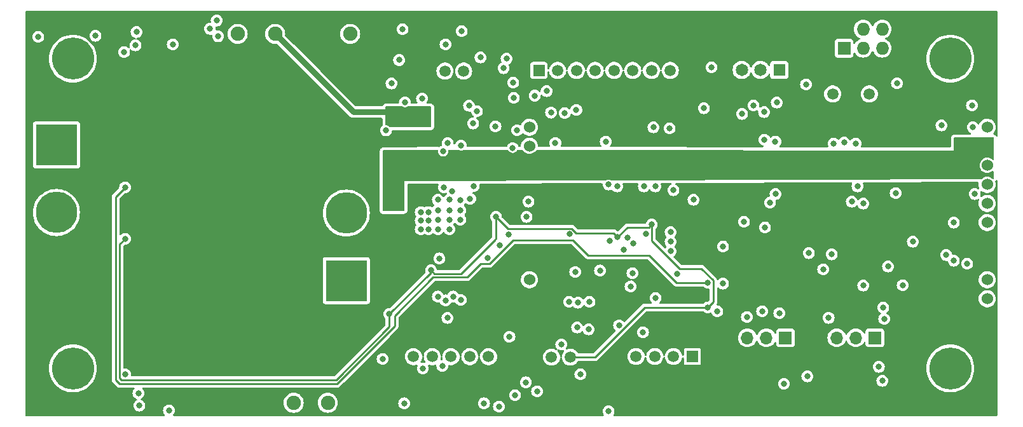
<source format=gbr>
%TF.GenerationSoftware,KiCad,Pcbnew,7.0.7*%
%TF.CreationDate,2024-03-21T09:31:29-04:00*%
%TF.ProjectId,BMB,424d422e-6b69-4636-9164-5f7063625858,rev?*%
%TF.SameCoordinates,Original*%
%TF.FileFunction,Copper,L2,Inr*%
%TF.FilePolarity,Positive*%
%FSLAX46Y46*%
G04 Gerber Fmt 4.6, Leading zero omitted, Abs format (unit mm)*
G04 Created by KiCad (PCBNEW 7.0.7) date 2024-03-21 09:31:29*
%MOMM*%
%LPD*%
G01*
G04 APERTURE LIST*
%TA.AperFunction,ComponentPad*%
%ADD10C,1.905000*%
%TD*%
%TA.AperFunction,ComponentPad*%
%ADD11C,5.500000*%
%TD*%
%TA.AperFunction,ComponentPad*%
%ADD12R,5.500000X5.500000*%
%TD*%
%TA.AperFunction,ComponentPad*%
%ADD13C,5.600000*%
%TD*%
%TA.AperFunction,ComponentPad*%
%ADD14R,1.727200X1.727200*%
%TD*%
%TA.AperFunction,ComponentPad*%
%ADD15O,1.727200X1.727200*%
%TD*%
%TA.AperFunction,ComponentPad*%
%ADD16C,1.524000*%
%TD*%
%TA.AperFunction,ComponentPad*%
%ADD17C,1.498600*%
%TD*%
%TA.AperFunction,ComponentPad*%
%ADD18C,1.501140*%
%TD*%
%TA.AperFunction,ComponentPad*%
%ADD19R,1.508000X1.508000*%
%TD*%
%TA.AperFunction,ComponentPad*%
%ADD20C,1.508000*%
%TD*%
%TA.AperFunction,ComponentPad*%
%ADD21R,1.700000X1.700000*%
%TD*%
%TA.AperFunction,ComponentPad*%
%ADD22O,1.700000X1.700000*%
%TD*%
%TA.AperFunction,ComponentPad*%
%ADD23R,1.650000X1.650000*%
%TD*%
%TA.AperFunction,ComponentPad*%
%ADD24C,1.650000*%
%TD*%
%TA.AperFunction,ViaPad*%
%ADD25C,0.800000*%
%TD*%
%TA.AperFunction,Conductor*%
%ADD26C,0.254000*%
%TD*%
%TA.AperFunction,Conductor*%
%ADD27C,0.762000*%
%TD*%
%TA.AperFunction,Conductor*%
%ADD28C,0.250000*%
%TD*%
G04 APERTURE END LIST*
D10*
%TO.N,Net-(Q3-D)*%
%TO.C,FUSE1*%
X121666000Y-76454000D03*
%TD*%
D11*
%TO.N,/PACK+*%
%TO.C,PACK1*%
X97536000Y-100258000D03*
D12*
%TO.N,GNDPWR*%
X97536000Y-91258000D03*
%TD*%
D10*
%TO.N,+12V*%
%TO.C,12V1*%
X136652000Y-76454000D03*
%TD*%
D13*
%TO.N,unconnected-(Mount1-Pad1)*%
%TO.C,Mount1*%
X99745800Y-79756000D03*
%TD*%
%TO.N,unconnected-(Mount2-Pad1)*%
%TO.C,Mount2*%
X99745800Y-121031000D03*
%TD*%
D10*
%TO.N,+3.3V*%
%TO.C,3.3V1*%
X131656666Y-76454000D03*
%TD*%
D14*
%TO.N,Net-(IC1-PDI_DATA)*%
%TO.C,PROG1*%
X202428000Y-78364000D03*
D15*
%TO.N,+3.3V*%
X202428000Y-75824000D03*
%TO.N,/RX_MCU*%
X204968000Y-78364000D03*
%TO.N,/TX_MCU*%
X204968000Y-75824000D03*
%TO.N,Net-(IC1-~{RESET}{slash}PDI_CLK)*%
X207508000Y-78364000D03*
%TO.N,GNDPWR*%
X207508000Y-75824000D03*
%TD*%
D16*
%TO.N,GNDPWR*%
%TO.C,U8*%
X221488000Y-111760000D03*
X221488000Y-109220000D03*
%TO.N,+3.3V*%
X221488000Y-106680000D03*
X221488000Y-104140000D03*
%TO.N,/SCL*%
X221488000Y-101600000D03*
%TO.N,/SDA*%
X221488000Y-99060000D03*
X221488000Y-96520000D03*
%TO.N,Net-(U8-VCOMH)*%
X221488000Y-93980000D03*
%TO.N,+12V*%
X221488000Y-91440000D03*
%TO.N,GNDPWR*%
X221488000Y-88900000D03*
%TO.N,Net-(U8-IREF)*%
X160528000Y-88900000D03*
%TO.N,/OLED_RES*%
X160528000Y-91440000D03*
%TO.N,GNDPWR*%
X160528000Y-109220000D03*
%TO.N,+3.3V*%
X160528000Y-111760000D03*
%TD*%
D13*
%TO.N,unconnected-(Mount3-Pad1)*%
%TO.C,Mount3*%
X216585800Y-79756000D03*
%TD*%
D10*
%TO.N,/Vin*%
%TO.C,Vin1*%
X126661333Y-76454000D03*
%TD*%
D13*
%TO.N,unconnected-(Mount4-Pad1)*%
%TO.C,Mount4*%
X216585800Y-121031000D03*
%TD*%
D10*
%TO.N,GNDPWR*%
%TO.C,GNDPWR1*%
X129133600Y-125603000D03*
%TD*%
%TO.N,GND1*%
%TO.C,BAT-1*%
X133680200Y-125603000D03*
%TD*%
D11*
%TO.N,/BAT+*%
%TO.C,BAT1*%
X136144000Y-100330000D03*
D12*
%TO.N,GND1*%
X136144000Y-109330000D03*
%TD*%
D17*
%TO.N,/POD_SYS_PRES*%
%TO.C,SYS_PRES1*%
X149275800Y-81407000D03*
%TO.N,/Vin*%
X151775799Y-81407000D03*
%TD*%
D18*
%TO.N,Net-(IC1-PR1{slash}XTAL1{slash}TOSC1)*%
%TO.C,Y1*%
X205793340Y-84455000D03*
%TO.N,Net-(IC1-PR0{slash}XTAL2{slash}TOSC2)*%
X200911460Y-84455000D03*
%TD*%
D19*
%TO.N,Net-(THERMS1-Pin_1)*%
%TO.C,THERMS1*%
X161782850Y-81326600D03*
D20*
%TO.N,GND1*%
X164282850Y-81326600D03*
%TO.N,Net-(THERMS1-Pin_3)*%
X166782850Y-81326600D03*
%TO.N,GND1*%
X169282850Y-81326600D03*
%TO.N,Net-(THERMS1-Pin_5)*%
X171782850Y-81326600D03*
%TO.N,GND1*%
X174282850Y-81326600D03*
%TO.N,Net-(THERMS1-Pin_7)*%
X176782850Y-81326600D03*
%TO.N,GND1*%
X179282850Y-81326600D03*
%TD*%
D19*
%TO.N,GNDPWR*%
%TO.C,SMBUS_OUT1*%
X182227150Y-119435000D03*
D20*
%TO.N,Net-(SMBC_SEL1-B)*%
X179727150Y-119435000D03*
%TO.N,Net-(SMBD_SEL1-A)*%
X177227150Y-119435000D03*
%TO.N,unconnected-(SMBUS_OUT1-Pin_4-Pad4)*%
X174727150Y-119435000D03*
%TD*%
D17*
%TO.N,/BAT+*%
%TO.C,BALANCE1*%
X155088600Y-119463500D03*
%TO.N,Net-(BALANCE1-Pin_2)*%
X152588600Y-119463500D03*
%TO.N,Net-(BALANCE1-Pin_3)*%
X150088600Y-119463500D03*
%TO.N,Net-(BALANCE1-Pin_4)*%
X147588600Y-119463500D03*
%TO.N,GND1*%
X145088600Y-119463500D03*
%TD*%
D21*
%TO.N,/SCL*%
%TO.C,SMBC_SEL1*%
X194625200Y-116941600D03*
D22*
%TO.N,Net-(SMBC_SEL1-C)*%
X192085200Y-116941600D03*
%TO.N,Net-(SMBC_SEL1-B)*%
X189545200Y-116941600D03*
%TD*%
D23*
%TO.N,/RX_OUT*%
%TO.C,SERIAL_OUT1*%
X193798200Y-81254600D03*
D24*
%TO.N,GND*%
X191298200Y-81254600D03*
%TO.N,/TX_OUT*%
X188798200Y-81254600D03*
%TD*%
D17*
%TO.N,/Vin*%
%TO.C,REED1*%
X165974399Y-119532400D03*
%TO.N,/REED_OUT*%
X163474400Y-119532400D03*
%TD*%
D21*
%TO.N,Net-(SMBD_SEL1-A)*%
%TO.C,SMBD_SEL1*%
X206527400Y-116941600D03*
D22*
%TO.N,Net-(SMBD_SEL1-C)*%
X203987400Y-116941600D03*
%TO.N,/SDA*%
X201447400Y-116941600D03*
%TD*%
D25*
%TO.N,GNDPWR*%
X219456000Y-85979000D03*
X167309800Y-121793000D03*
X158435100Y-84963000D03*
X149860000Y-98552000D03*
X204978000Y-99060000D03*
X158623000Y-124587000D03*
X151333200Y-98577400D03*
X186309000Y-109728000D03*
X150368000Y-111455200D03*
X149860000Y-99949000D03*
X112522000Y-126619000D03*
X197358000Y-83185000D03*
X150266400Y-97434400D03*
X189484000Y-114173000D03*
X215392000Y-88646000D03*
X191770000Y-86868000D03*
X186309000Y-104775000D03*
X153035000Y-88392000D03*
X146227800Y-85064600D03*
X149352000Y-111963200D03*
X200370017Y-114294287D03*
X184785000Y-80899000D03*
X151333200Y-99974400D03*
X151333200Y-101193600D03*
X166776400Y-86578500D03*
X148336000Y-99949000D03*
X149860000Y-102489000D03*
X148336000Y-98552000D03*
X151384000Y-111912400D03*
X148336000Y-101219000D03*
X149860000Y-101219000D03*
X148336000Y-111455200D03*
X201041000Y-91059000D03*
X153111200Y-96723200D03*
X148336000Y-102489000D03*
X209296000Y-97663000D03*
X118877714Y-74681714D03*
X209473800Y-83032600D03*
%TO.N,GND*%
X177038000Y-88900000D03*
X189103000Y-101473000D03*
X182372000Y-98552000D03*
%TO.N,/Vin*%
X172257050Y-103540500D03*
X142875000Y-86868000D03*
X147066000Y-101346000D03*
X147066000Y-102489000D03*
X176819500Y-101854000D03*
X146685000Y-88138000D03*
X145415000Y-88138000D03*
X147066000Y-100203000D03*
X145415000Y-86868000D03*
X144145000Y-88138000D03*
X146050000Y-100203000D03*
X141859000Y-113792000D03*
X146050000Y-101346000D03*
X142875000Y-88138000D03*
X144145000Y-86868000D03*
X146050000Y-102489000D03*
X184277000Y-112903000D03*
X147421600Y-107950000D03*
X156083000Y-100838000D03*
X146685000Y-86868000D03*
X106680000Y-103759000D03*
%TO.N,Net-(Q3-G)*%
X143850298Y-125679200D03*
X154482800Y-125679200D03*
%TO.N,GND1*%
X163982400Y-90982800D03*
X219588714Y-88905714D03*
X170688000Y-90805000D03*
X175768000Y-96774000D03*
X219837000Y-97790000D03*
X172212000Y-96774000D03*
X218821000Y-107061000D03*
X167005000Y-112268000D03*
%TO.N,Net-(C19-Pad1)*%
X119068214Y-76777214D03*
X117983000Y-75783500D03*
X95123000Y-76835000D03*
%TO.N,/PACK+*%
X108458000Y-124333000D03*
X149034787Y-92130389D03*
X151413285Y-91344677D03*
X158299786Y-91658500D03*
%TO.N,+12V*%
X143002000Y-97917000D03*
X141732000Y-96647000D03*
X144272000Y-94234000D03*
X143002000Y-95377000D03*
X143002000Y-96647000D03*
X143002000Y-99314000D03*
X141732000Y-94234000D03*
X141732000Y-97917000D03*
X141732000Y-95377000D03*
X141732000Y-99314000D03*
X144272000Y-95377000D03*
X158623000Y-94996000D03*
X143002000Y-94234000D03*
%TO.N,+3.3V*%
X144399000Y-102489000D03*
X141732000Y-103886000D03*
X143002000Y-101219000D03*
X141732000Y-105156000D03*
X144399000Y-106553000D03*
X212344000Y-75565000D03*
X194564000Y-108458000D03*
X141732000Y-101219000D03*
X143002000Y-106553000D03*
X204597000Y-107696000D03*
X193277500Y-86868000D03*
X218313000Y-98298000D03*
X213487000Y-89880502D03*
X144399000Y-101219000D03*
X141732000Y-106553000D03*
X201295000Y-102616000D03*
X143002000Y-102489000D03*
X156489400Y-99542600D03*
X141732000Y-102489000D03*
X198628000Y-89154000D03*
%TO.N,/RX_MCU*%
X192551000Y-98933000D03*
%TO.N,Net-(D1-K)*%
X108077000Y-77978000D03*
X153543000Y-86741000D03*
%TO.N,/LEDCNTLB*%
X179324000Y-104140000D03*
%TO.N,/LEDCNTLC*%
X194411600Y-123088400D03*
X197535800Y-122097800D03*
X179324000Y-105410000D03*
%TO.N,/LEDCNTLA*%
X179324000Y-102870000D03*
%TO.N,/OLED_RES*%
X202438000Y-90932000D03*
X190373000Y-85979000D03*
X165227000Y-86995000D03*
X193456500Y-85598000D03*
%TO.N,/BAT+*%
X174244000Y-108331000D03*
X148920200Y-120700800D03*
X142148500Y-83058000D03*
X197739000Y-105664000D03*
X185547000Y-113411000D03*
X143941800Y-85572600D03*
X166878000Y-115570000D03*
X140970000Y-119761000D03*
%TO.N,Net-(BALANCE1-Pin_2)*%
X168402000Y-115824000D03*
X173990000Y-110109000D03*
X207772000Y-114427000D03*
X207060800Y-120827800D03*
%TO.N,Net-(BALANCE1-Pin_3)*%
X207645000Y-112903000D03*
X169926000Y-107985498D03*
X165826500Y-112141000D03*
X207518000Y-122682000D03*
%TO.N,Net-(BALANCE1-Pin_4)*%
X191897000Y-102235000D03*
X168529000Y-112141000D03*
X200787000Y-105826500D03*
X166624000Y-108168502D03*
X180213000Y-108458000D03*
X208280000Y-107442000D03*
%TO.N,/SDA*%
X199644000Y-107823000D03*
X203454000Y-98806000D03*
%TO.N,/PRES{slash}SHUTDN*%
X160045400Y-122885200D03*
X146329400Y-121031000D03*
X161544000Y-124079000D03*
%TO.N,Net-(SMBC_SEL1-C)*%
X191516000Y-113411000D03*
%TO.N,/SCL*%
X204216000Y-96774000D03*
X193802000Y-113665000D03*
%TO.N,/LDO_EN*%
X149148800Y-96875600D03*
X163398200Y-86944200D03*
X156006800Y-88773000D03*
X154940000Y-106334498D03*
X148539200Y-106375200D03*
X152635586Y-98418014D03*
%TO.N,Net-(Q2-D)*%
X161239200Y-84683600D03*
%TO.N,/PWR_PRES{slash}SHUTDN*%
X149606000Y-114300000D03*
X156616400Y-104597200D03*
%TO.N,Net-(U2-V3)*%
X210227911Y-109939089D03*
X204978000Y-109982000D03*
%TO.N,Net-(R26-Pad1)*%
X143637000Y-75819000D03*
X113030000Y-77851000D03*
%TO.N,Net-(U2-V1)*%
X211582000Y-104140000D03*
%TO.N,Net-(U7-PBI)*%
X171196000Y-104013000D03*
X160147000Y-100838000D03*
%TO.N,Net-(U7-PTC)*%
X184277000Y-109601000D03*
X106680000Y-96901000D03*
%TO.N,Net-(U20-C1-)*%
X193277500Y-90805000D03*
X193294000Y-97790000D03*
%TO.N,Net-(U20-C2-)*%
X191824500Y-90551000D03*
X183769000Y-86360000D03*
%TO.N,Net-(U20-ISOVcc)*%
X188849000Y-87122000D03*
X179197000Y-89027000D03*
%TO.N,/REED_OUT*%
X164769800Y-117830600D03*
X157866714Y-116820314D03*
X141442135Y-89309167D03*
X149645815Y-91017730D03*
%TO.N,Net-(U2-REG)*%
X217043000Y-101600000D03*
X216027000Y-105918000D03*
%TO.N,Net-(U2-OUT)*%
X217043000Y-106680000D03*
X171069000Y-126746000D03*
X156464000Y-126111000D03*
%TO.N,Net-(U7-FUSE)*%
X176062700Y-103124000D03*
%TO.N,Net-(U7-CHG)*%
X173101000Y-105230450D03*
X175646714Y-116205000D03*
X158886000Y-89290000D03*
X172466000Y-115297500D03*
X157480000Y-79756000D03*
%TO.N,Net-(U7-VCC)*%
X171069000Y-96520000D03*
X158369000Y-82931000D03*
X154000200Y-79596614D03*
X149352000Y-77851000D03*
X177329500Y-111633000D03*
X157093286Y-81020286D03*
X162814000Y-84074000D03*
%TO.N,Net-(R28-Pad1)*%
X108585000Y-125984000D03*
X106679500Y-121828500D03*
%TO.N,Net-(U7-DSG)*%
X173608500Y-103581528D03*
X165862000Y-103124000D03*
X157734000Y-103200200D03*
%TO.N,Net-(R29-Pad1)*%
X106553000Y-78867000D03*
X102743000Y-76708000D03*
X108204000Y-76200000D03*
%TO.N,Net-(U7-PACK)*%
X160401000Y-98806000D03*
X174371000Y-104394000D03*
%TO.N,/DISP*%
X179705000Y-97282000D03*
%TO.N,Net-(IC1-AC1OUT{slash}AC6{slash}ADC6{slash}PA6)*%
X203962000Y-91059000D03*
%TO.N,/REED_MCU*%
X152476200Y-86029800D03*
X151511000Y-76073000D03*
%TO.N,Net-(R25-Pad1)*%
X143176014Y-79937586D03*
%TO.N,/BQ_PRES{slash}SHUTDN*%
X177292000Y-96774000D03*
%TD*%
D26*
%TO.N,/Vin*%
X175888634Y-112903000D02*
X169258934Y-119532700D01*
X105953000Y-122336000D02*
X106172000Y-122555000D01*
X176819500Y-101854000D02*
X176438500Y-102235000D01*
X147894600Y-108423000D02*
X151419000Y-108423000D01*
X147421600Y-107950000D02*
X147421600Y-108229400D01*
X147421600Y-108229400D02*
X141859000Y-113792000D01*
X180502000Y-107731000D02*
X183435134Y-107731000D01*
D27*
X142875000Y-86868000D02*
X137075333Y-86868000D01*
D26*
X106172000Y-122555000D02*
X134797800Y-122555000D01*
D27*
X137075333Y-86868000D02*
X126661333Y-76454000D01*
D26*
X185004000Y-109299866D02*
X185004000Y-112176000D01*
X176438500Y-102235000D02*
X173562550Y-102235000D01*
X176819500Y-101854000D02*
X176819500Y-104048500D01*
X106680000Y-103759000D02*
X105953000Y-104486000D01*
X183435134Y-107731000D02*
X185004000Y-109299866D01*
X134797800Y-122555000D02*
X141859000Y-115493800D01*
X169258934Y-119532700D02*
X165981300Y-119532700D01*
X184277000Y-112903000D02*
X175888634Y-112903000D01*
X105953000Y-104486000D02*
X105953000Y-122336000D01*
X176819500Y-104048500D02*
X180502000Y-107731000D01*
X172257050Y-103540500D02*
X171713550Y-102997000D01*
X185004000Y-112176000D02*
X184277000Y-112903000D01*
X166763204Y-102997000D02*
X166163154Y-102396950D01*
X155889400Y-103940466D02*
X156108400Y-103721466D01*
X173562550Y-102235000D02*
X172257050Y-103540500D01*
X155889400Y-103952600D02*
X155889400Y-103940466D01*
X156108400Y-100863400D02*
X156083000Y-100838000D01*
X166163154Y-102396950D02*
X157641950Y-102396950D01*
X151419000Y-108423000D02*
X155889400Y-103952600D01*
X141859000Y-115493800D02*
X141859000Y-113792000D01*
X171713550Y-102997000D02*
X166763204Y-102997000D01*
X147421600Y-107950000D02*
X147894600Y-108423000D01*
X156108400Y-103721466D02*
X156108400Y-100863400D01*
X157641950Y-102396950D02*
X156083000Y-100838000D01*
%TO.N,Net-(U7-PTC)*%
X106680000Y-96901000D02*
X105410000Y-98171000D01*
D28*
X154052502Y-107059498D02*
X155240305Y-107059498D01*
D26*
X105410000Y-98171000D02*
X105410000Y-122555000D01*
D28*
X106553000Y-123063000D02*
X134929024Y-123063000D01*
X147715800Y-108875000D02*
X152237000Y-108875000D01*
X180111400Y-109601000D02*
X184277000Y-109601000D01*
X142584000Y-114006800D02*
X147715800Y-108875000D01*
D26*
X105918000Y-123063000D02*
X106553000Y-123063000D01*
D28*
X155240305Y-107059498D02*
X158363003Y-103936800D01*
X142584000Y-115408024D02*
X142584000Y-114006800D01*
X158363003Y-103936800D02*
X166301997Y-103936800D01*
X176479200Y-105968800D02*
X180111400Y-109601000D01*
X134929024Y-123063000D02*
X142584000Y-115408024D01*
X152237000Y-108875000D02*
X154052502Y-107059498D01*
X168333997Y-105968800D02*
X176479200Y-105968800D01*
D26*
X105410000Y-122555000D02*
X105918000Y-123063000D01*
D28*
X166301997Y-103936800D02*
X168333997Y-105968800D01*
%TD*%
%TA.AperFunction,Conductor*%
%TO.N,/Vin*%
G36*
X143576803Y-86120202D02*
G01*
X143708007Y-86189063D01*
X143708009Y-86189063D01*
X143708010Y-86189064D01*
X143862328Y-86227100D01*
X143862329Y-86227100D01*
X144021272Y-86227100D01*
X144175589Y-86189064D01*
X144175589Y-86189063D01*
X144175593Y-86189063D01*
X144306796Y-86120202D01*
X144364419Y-86106000D01*
X147323000Y-86106000D01*
X147390039Y-86125685D01*
X147435794Y-86178489D01*
X147447000Y-86230000D01*
X147447000Y-88776000D01*
X147427315Y-88843039D01*
X147374511Y-88888794D01*
X147323000Y-88900000D01*
X142014304Y-88900000D01*
X141947265Y-88880315D01*
X141932077Y-88868815D01*
X141816665Y-88766568D01*
X141675926Y-88692703D01*
X141521607Y-88654667D01*
X141521606Y-88654667D01*
X141475000Y-88654667D01*
X141407961Y-88634982D01*
X141362206Y-88582178D01*
X141351000Y-88530667D01*
X141351000Y-86230000D01*
X141370685Y-86162961D01*
X141423489Y-86117206D01*
X141475000Y-86106000D01*
X143519181Y-86106000D01*
X143576803Y-86120202D01*
G37*
%TD.AperFunction*%
%TD*%
%TA.AperFunction,Conductor*%
%TO.N,+3.3V*%
G36*
X222828039Y-73425685D02*
G01*
X222873794Y-73478489D01*
X222885000Y-73530000D01*
X222885000Y-89996944D01*
X222865315Y-90063983D01*
X222812511Y-90109738D01*
X222743353Y-90119682D01*
X222679797Y-90090657D01*
X222660907Y-90070138D01*
X222657891Y-90066013D01*
X222612138Y-90013211D01*
X222612136Y-90013209D01*
X222543445Y-89950921D01*
X222543443Y-89950920D01*
X222428932Y-89895471D01*
X222428921Y-89895467D01*
X222386632Y-89883049D01*
X222327855Y-89845274D01*
X222298831Y-89781718D01*
X222308776Y-89712559D01*
X222333554Y-89678583D01*
X222332814Y-89677909D01*
X222336670Y-89673677D01*
X222336677Y-89673671D01*
X222464389Y-89504554D01*
X222558850Y-89314850D01*
X222616845Y-89111018D01*
X222636399Y-88900000D01*
X222616845Y-88688982D01*
X222558850Y-88485150D01*
X222464389Y-88295446D01*
X222385845Y-88191438D01*
X222336675Y-88126326D01*
X222191006Y-87993532D01*
X222180065Y-87983558D01*
X222026910Y-87888728D01*
X221999886Y-87871995D01*
X221999884Y-87871994D01*
X221855392Y-87816018D01*
X221802274Y-87795440D01*
X221593961Y-87756500D01*
X221382039Y-87756500D01*
X221173726Y-87795440D01*
X221173723Y-87795440D01*
X221173723Y-87795441D01*
X220976115Y-87871994D01*
X220976113Y-87871995D01*
X220795933Y-87983559D01*
X220639324Y-88126326D01*
X220511611Y-88295445D01*
X220440577Y-88438099D01*
X220393074Y-88489336D01*
X220325411Y-88506757D01*
X220259070Y-88484831D01*
X220224583Y-88448799D01*
X220213885Y-88431774D01*
X220203581Y-88415374D01*
X220079054Y-88290847D01*
X220079048Y-88290842D01*
X219929943Y-88197152D01*
X219763708Y-88138985D01*
X219588718Y-88119269D01*
X219588710Y-88119269D01*
X219413719Y-88138985D01*
X219247484Y-88197152D01*
X219098379Y-88290842D01*
X219098373Y-88290847D01*
X218973847Y-88415373D01*
X218973842Y-88415379D01*
X218880152Y-88564484D01*
X218821985Y-88730719D01*
X218802269Y-88905708D01*
X218802269Y-88905717D01*
X218821985Y-89080708D01*
X218880152Y-89246943D01*
X218973842Y-89396048D01*
X218973847Y-89396054D01*
X219098373Y-89520580D01*
X219098379Y-89520585D01*
X219247487Y-89614276D01*
X219261237Y-89619088D01*
X219318013Y-89659809D01*
X219343760Y-89724762D01*
X219330304Y-89793324D01*
X219281916Y-89843726D01*
X219220282Y-89860129D01*
X217167000Y-89860129D01*
X217084839Y-89868962D01*
X217033338Y-89880166D01*
X217033337Y-89880166D01*
X217033334Y-89880166D01*
X217033329Y-89880168D01*
X217008297Y-89887877D01*
X216970944Y-89899381D01*
X216970936Y-89899384D01*
X216862392Y-89965732D01*
X216862382Y-89965740D01*
X216809582Y-90011490D01*
X216809580Y-90011492D01*
X216747292Y-90080183D01*
X216747291Y-90080185D01*
X216691842Y-90194696D01*
X216691841Y-90194699D01*
X216672158Y-90261730D01*
X216656499Y-90370631D01*
X216656499Y-91454919D01*
X216636814Y-91521959D01*
X216584010Y-91567713D01*
X216532364Y-91578919D01*
X204787132Y-91566142D01*
X204720114Y-91546384D01*
X204674417Y-91493531D01*
X204664548Y-91424361D01*
X204670225Y-91401188D01*
X204671966Y-91396213D01*
X204728727Y-91234000D01*
X204729292Y-91228986D01*
X204748445Y-91059003D01*
X204748445Y-91058996D01*
X204728728Y-90884005D01*
X204728727Y-90884003D01*
X204728727Y-90884000D01*
X204674772Y-90729805D01*
X204670561Y-90717770D01*
X204576871Y-90568665D01*
X204576866Y-90568659D01*
X204452340Y-90444133D01*
X204452334Y-90444128D01*
X204303229Y-90350438D01*
X204136994Y-90292271D01*
X203962004Y-90272555D01*
X203961996Y-90272555D01*
X203787005Y-90292271D01*
X203620770Y-90350438D01*
X203471665Y-90444128D01*
X203471659Y-90444133D01*
X203347133Y-90568659D01*
X203347129Y-90568664D01*
X203344891Y-90572227D01*
X203342846Y-90574035D01*
X203342790Y-90574106D01*
X203342777Y-90574096D01*
X203292555Y-90618516D01*
X203223501Y-90629162D01*
X203159654Y-90600784D01*
X203134907Y-90572224D01*
X203052868Y-90441661D01*
X202928340Y-90317133D01*
X202928334Y-90317128D01*
X202779229Y-90223438D01*
X202612994Y-90165271D01*
X202438004Y-90145555D01*
X202437996Y-90145555D01*
X202263005Y-90165271D01*
X202096770Y-90223438D01*
X201947665Y-90317128D01*
X201947659Y-90317133D01*
X201823133Y-90441659D01*
X201823131Y-90441662D01*
X201792307Y-90490718D01*
X201739972Y-90537009D01*
X201670919Y-90547656D01*
X201607070Y-90519281D01*
X201599633Y-90512426D01*
X201531340Y-90444133D01*
X201531334Y-90444128D01*
X201382229Y-90350438D01*
X201215994Y-90292271D01*
X201041004Y-90272555D01*
X201040996Y-90272555D01*
X200866005Y-90292271D01*
X200699770Y-90350438D01*
X200550665Y-90444128D01*
X200550659Y-90444133D01*
X200426133Y-90568659D01*
X200426128Y-90568665D01*
X200332438Y-90717770D01*
X200274271Y-90884005D01*
X200254555Y-91058996D01*
X200254555Y-91059003D01*
X200274271Y-91233994D01*
X200331033Y-91396213D01*
X200334594Y-91465992D01*
X200299865Y-91526619D01*
X200237871Y-91558846D01*
X200213856Y-91561167D01*
X193932599Y-91554334D01*
X193865581Y-91534576D01*
X193819884Y-91481723D01*
X193810015Y-91412553D01*
X193839109Y-91349029D01*
X193845040Y-91342666D01*
X193892367Y-91295340D01*
X193894631Y-91291737D01*
X193986061Y-91146229D01*
X193992777Y-91127036D01*
X194044227Y-90980000D01*
X194044228Y-90979994D01*
X194063945Y-90805003D01*
X194063945Y-90804996D01*
X194044228Y-90630005D01*
X194044227Y-90630003D01*
X194044227Y-90630000D01*
X194003086Y-90512426D01*
X193986061Y-90463770D01*
X193892371Y-90314665D01*
X193892366Y-90314659D01*
X193767840Y-90190133D01*
X193767834Y-90190128D01*
X193618729Y-90096438D01*
X193452494Y-90038271D01*
X193277504Y-90018555D01*
X193277496Y-90018555D01*
X193102505Y-90038271D01*
X192936270Y-90096438D01*
X192787165Y-90190128D01*
X192732845Y-90244448D01*
X192671521Y-90277932D01*
X192601829Y-90272947D01*
X192545896Y-90231076D01*
X192533439Y-90210558D01*
X192533065Y-90209783D01*
X192533062Y-90209774D01*
X192533056Y-90209765D01*
X192533055Y-90209762D01*
X192439371Y-90060665D01*
X192439366Y-90060659D01*
X192314840Y-89936133D01*
X192314834Y-89936128D01*
X192165729Y-89842438D01*
X191999494Y-89784271D01*
X191824504Y-89764555D01*
X191824496Y-89764555D01*
X191649505Y-89784271D01*
X191483270Y-89842438D01*
X191334165Y-89936128D01*
X191334159Y-89936133D01*
X191209633Y-90060659D01*
X191209628Y-90060665D01*
X191115938Y-90209770D01*
X191057771Y-90376005D01*
X191038055Y-90550996D01*
X191038055Y-90551003D01*
X191057771Y-90725994D01*
X191057772Y-90725999D01*
X191057773Y-90726000D01*
X191059106Y-90729810D01*
X191115938Y-90892229D01*
X191209628Y-91041334D01*
X191209633Y-91041340D01*
X191334159Y-91165866D01*
X191334165Y-91165871D01*
X191483270Y-91259561D01*
X191522323Y-91273226D01*
X191629543Y-91310743D01*
X191686318Y-91351465D01*
X191712066Y-91416417D01*
X191698610Y-91484979D01*
X191650223Y-91535382D01*
X191588453Y-91551785D01*
X171367645Y-91529788D01*
X171300627Y-91510030D01*
X171254930Y-91457177D01*
X171245061Y-91388007D01*
X171274155Y-91324483D01*
X171280072Y-91318134D01*
X171302867Y-91295340D01*
X171305131Y-91291737D01*
X171396561Y-91146229D01*
X171403277Y-91127036D01*
X171454727Y-90980000D01*
X171454728Y-90979994D01*
X171474445Y-90805003D01*
X171474445Y-90804996D01*
X171454728Y-90630005D01*
X171454727Y-90630003D01*
X171454727Y-90630000D01*
X171413586Y-90512426D01*
X171396561Y-90463770D01*
X171302871Y-90314665D01*
X171302866Y-90314659D01*
X171178340Y-90190133D01*
X171178334Y-90190128D01*
X171029229Y-90096438D01*
X170862994Y-90038271D01*
X170688004Y-90018555D01*
X170687996Y-90018555D01*
X170513005Y-90038271D01*
X170346770Y-90096438D01*
X170197665Y-90190128D01*
X170197659Y-90190133D01*
X170073133Y-90314659D01*
X170073128Y-90314665D01*
X169979438Y-90463770D01*
X169921271Y-90630005D01*
X169901555Y-90804996D01*
X169901555Y-90805003D01*
X169921271Y-90979994D01*
X169979438Y-91146229D01*
X170073128Y-91295334D01*
X170073133Y-91295340D01*
X170094419Y-91316626D01*
X170127904Y-91377949D01*
X170122920Y-91447641D01*
X170081048Y-91503574D01*
X170015584Y-91527991D01*
X170006603Y-91528307D01*
X164790395Y-91522633D01*
X164723377Y-91502875D01*
X164677680Y-91450022D01*
X164667811Y-91380852D01*
X164685538Y-91332658D01*
X164686641Y-91330903D01*
X164690962Y-91324026D01*
X164749127Y-91157800D01*
X164749128Y-91157794D01*
X164768845Y-90982803D01*
X164768845Y-90982796D01*
X164749128Y-90807805D01*
X164749127Y-90807803D01*
X164749127Y-90807800D01*
X164699623Y-90666326D01*
X164690961Y-90641570D01*
X164597271Y-90492465D01*
X164597266Y-90492459D01*
X164472740Y-90367933D01*
X164472734Y-90367928D01*
X164323629Y-90274238D01*
X164157394Y-90216071D01*
X163982404Y-90196355D01*
X163982396Y-90196355D01*
X163807405Y-90216071D01*
X163641170Y-90274238D01*
X163492065Y-90367928D01*
X163492059Y-90367933D01*
X163367533Y-90492459D01*
X163367528Y-90492465D01*
X163273838Y-90641570D01*
X163215671Y-90807805D01*
X163195955Y-90982796D01*
X163195955Y-90982803D01*
X163215671Y-91157794D01*
X163215672Y-91157799D01*
X163215673Y-91157800D01*
X163217539Y-91163132D01*
X163273838Y-91324028D01*
X163278158Y-91330903D01*
X163297158Y-91398140D01*
X163276790Y-91464975D01*
X163223521Y-91510188D01*
X163173029Y-91520874D01*
X161796660Y-91519376D01*
X161729642Y-91499618D01*
X161683945Y-91446765D01*
X161673324Y-91406817D01*
X161673068Y-91404058D01*
X161656845Y-91228982D01*
X161598850Y-91025150D01*
X161504389Y-90835446D01*
X161376677Y-90666329D01*
X161376675Y-90666326D01*
X161220066Y-90523559D01*
X161220065Y-90523558D01*
X161123511Y-90463774D01*
X161039886Y-90411995D01*
X161039884Y-90411994D01*
X160880988Y-90350438D01*
X160842274Y-90335440D01*
X160633961Y-90296500D01*
X160422039Y-90296500D01*
X160213726Y-90335440D01*
X160213723Y-90335440D01*
X160213723Y-90335441D01*
X160016115Y-90411994D01*
X160016113Y-90411995D01*
X159835933Y-90523559D01*
X159679324Y-90666326D01*
X159551611Y-90835445D01*
X159457151Y-91025146D01*
X159451891Y-91043633D01*
X159401154Y-91221958D01*
X159399154Y-91228986D01*
X159382931Y-91404058D01*
X159357144Y-91468995D01*
X159300344Y-91509682D01*
X159259326Y-91516616D01*
X159165914Y-91516515D01*
X159098896Y-91496758D01*
X159053198Y-91443904D01*
X159049006Y-91433469D01*
X159044932Y-91421827D01*
X159019460Y-91349029D01*
X159008347Y-91317270D01*
X158914657Y-91168165D01*
X158914652Y-91168159D01*
X158790126Y-91043633D01*
X158790120Y-91043628D01*
X158641015Y-90949938D01*
X158476089Y-90892229D01*
X158474786Y-90891773D01*
X158474785Y-90891772D01*
X158474780Y-90891771D01*
X158299790Y-90872055D01*
X158299782Y-90872055D01*
X158124791Y-90891771D01*
X157958556Y-90949938D01*
X157809451Y-91043628D01*
X157809445Y-91043633D01*
X157684919Y-91168159D01*
X157684914Y-91168165D01*
X157591224Y-91317270D01*
X157551225Y-91431585D01*
X157510503Y-91488361D01*
X157445551Y-91514109D01*
X157434048Y-91514631D01*
X152319828Y-91509068D01*
X152252810Y-91489310D01*
X152207113Y-91436457D01*
X152196743Y-91371183D01*
X152199730Y-91344677D01*
X152199341Y-91341226D01*
X152180013Y-91169682D01*
X152180012Y-91169680D01*
X152180012Y-91169677D01*
X152141312Y-91059080D01*
X152121846Y-91003447D01*
X152028156Y-90854342D01*
X152028151Y-90854336D01*
X151903625Y-90729810D01*
X151903619Y-90729805D01*
X151754514Y-90636115D01*
X151588279Y-90577948D01*
X151413289Y-90558232D01*
X151413281Y-90558232D01*
X151238290Y-90577948D01*
X151072055Y-90636115D01*
X150922950Y-90729805D01*
X150922944Y-90729810D01*
X150798418Y-90854336D01*
X150798413Y-90854342D01*
X150704724Y-91003446D01*
X150668715Y-91106356D01*
X150627993Y-91163132D01*
X150563040Y-91188879D01*
X150494479Y-91175423D01*
X150444076Y-91127036D01*
X150427834Y-91059080D01*
X150428453Y-91051516D01*
X150432260Y-91017731D01*
X150432260Y-91017726D01*
X150412543Y-90842735D01*
X150412542Y-90842733D01*
X150412542Y-90842730D01*
X150354377Y-90676504D01*
X150354376Y-90676500D01*
X150260686Y-90527395D01*
X150260681Y-90527389D01*
X150136155Y-90402863D01*
X150136149Y-90402858D01*
X149987044Y-90309168D01*
X149820809Y-90251001D01*
X149645819Y-90231285D01*
X149645811Y-90231285D01*
X149470820Y-90251001D01*
X149304585Y-90309168D01*
X149155480Y-90402858D01*
X149155474Y-90402863D01*
X149030948Y-90527389D01*
X149030943Y-90527395D01*
X148937253Y-90676500D01*
X148879086Y-90842735D01*
X148859370Y-91017726D01*
X148859370Y-91017732D01*
X148879087Y-91192727D01*
X148889315Y-91221958D01*
X148892876Y-91291737D01*
X148858147Y-91352364D01*
X148813227Y-91379954D01*
X148693557Y-91421827D01*
X148544443Y-91515523D01*
X148544394Y-91515563D01*
X148544355Y-91515578D01*
X148538551Y-91519226D01*
X148537911Y-91518208D01*
X148479704Y-91541963D01*
X148432028Y-91537544D01*
X148405721Y-91529788D01*
X148373996Y-91520434D01*
X148373991Y-91520433D01*
X148265122Y-91504658D01*
X145707434Y-91501876D01*
X145707433Y-91501876D01*
X145707421Y-91501876D01*
X145686511Y-91502987D01*
X145686506Y-91502987D01*
X145686497Y-91502988D01*
X145686498Y-91502988D01*
X145657318Y-91506129D01*
X145649451Y-91506976D01*
X145647512Y-91507247D01*
X145625254Y-91510357D01*
X145500289Y-91553974D01*
X145499895Y-91552845D01*
X145457113Y-91561929D01*
X141094000Y-91561929D01*
X141011839Y-91570762D01*
X140960338Y-91581966D01*
X140960337Y-91581966D01*
X140960334Y-91581966D01*
X140960329Y-91581968D01*
X140935297Y-91589677D01*
X140897944Y-91601181D01*
X140897936Y-91601184D01*
X140789392Y-91667532D01*
X140789382Y-91667540D01*
X140736582Y-91713290D01*
X140736580Y-91713292D01*
X140674292Y-91781983D01*
X140674291Y-91781985D01*
X140618842Y-91896496D01*
X140618841Y-91896499D01*
X140599158Y-91963530D01*
X140583500Y-92072431D01*
X140583500Y-99951480D01*
X140586493Y-99978831D01*
X140592649Y-100035077D01*
X140604251Y-100087447D01*
X140609112Y-100102916D01*
X140624257Y-100151115D01*
X140624258Y-100151117D01*
X140624260Y-100151122D01*
X140691442Y-100259171D01*
X140737598Y-100311625D01*
X140806771Y-100373394D01*
X140867721Y-100402335D01*
X140921704Y-100427968D01*
X140988880Y-100447137D01*
X140988884Y-100447137D01*
X140988892Y-100447140D01*
X141097895Y-100461964D01*
X143770895Y-100441571D01*
X143851543Y-100432433D01*
X143877004Y-100426792D01*
X143902110Y-100421231D01*
X143902109Y-100421231D01*
X143963053Y-100402335D01*
X143972058Y-100396831D01*
X144071612Y-100335980D01*
X144124416Y-100290226D01*
X144186708Y-100221530D01*
X144242159Y-100107017D01*
X144261844Y-100039977D01*
X144277500Y-99931087D01*
X144277506Y-96565976D01*
X144297191Y-96498939D01*
X144349995Y-96453185D01*
X144401073Y-96441980D01*
X148302108Y-96428456D01*
X148369215Y-96447908D01*
X148415153Y-96500553D01*
X148425336Y-96569676D01*
X148419580Y-96593408D01*
X148382071Y-96700604D01*
X148362355Y-96875596D01*
X148362355Y-96875603D01*
X148382071Y-97050594D01*
X148440238Y-97216829D01*
X148533928Y-97365934D01*
X148533933Y-97365940D01*
X148658459Y-97490466D01*
X148658465Y-97490471D01*
X148807570Y-97584161D01*
X148823889Y-97589871D01*
X148973800Y-97642327D01*
X148973803Y-97642327D01*
X148973805Y-97642328D01*
X149148796Y-97662045D01*
X149148800Y-97662045D01*
X149148804Y-97662045D01*
X149323794Y-97642328D01*
X149323795Y-97642327D01*
X149323800Y-97642327D01*
X149373712Y-97624861D01*
X149443488Y-97621299D01*
X149504116Y-97656028D01*
X149531705Y-97700945D01*
X149537587Y-97717753D01*
X149541151Y-97787531D01*
X149506424Y-97848160D01*
X149486520Y-97863704D01*
X149369661Y-97937131D01*
X149245131Y-98061661D01*
X149202993Y-98128724D01*
X149150658Y-98175015D01*
X149081605Y-98185662D01*
X149017757Y-98157287D01*
X148993007Y-98128724D01*
X148950868Y-98061661D01*
X148826340Y-97937133D01*
X148826334Y-97937128D01*
X148677229Y-97843438D01*
X148510994Y-97785271D01*
X148336004Y-97765555D01*
X148335996Y-97765555D01*
X148161005Y-97785271D01*
X147994770Y-97843438D01*
X147845665Y-97937128D01*
X147845659Y-97937133D01*
X147721133Y-98061659D01*
X147721128Y-98061665D01*
X147627438Y-98210770D01*
X147569271Y-98377005D01*
X147549555Y-98551996D01*
X147549555Y-98552003D01*
X147569271Y-98726994D01*
X147627438Y-98893229D01*
X147721128Y-99042334D01*
X147721133Y-99042340D01*
X147841612Y-99162819D01*
X147875097Y-99224142D01*
X147870113Y-99293834D01*
X147841612Y-99338181D01*
X147721133Y-99458659D01*
X147721131Y-99458662D01*
X147682132Y-99520728D01*
X147629797Y-99567019D01*
X147560743Y-99577666D01*
X147511166Y-99559748D01*
X147407227Y-99494438D01*
X147240994Y-99436271D01*
X147066004Y-99416555D01*
X147065996Y-99416555D01*
X146891005Y-99436271D01*
X146724774Y-99494437D01*
X146623972Y-99557776D01*
X146556735Y-99576776D01*
X146492028Y-99557776D01*
X146391225Y-99494437D01*
X146224994Y-99436271D01*
X146050004Y-99416555D01*
X146049996Y-99416555D01*
X145875005Y-99436271D01*
X145708770Y-99494438D01*
X145559665Y-99588128D01*
X145559659Y-99588133D01*
X145435133Y-99712659D01*
X145435128Y-99712665D01*
X145341438Y-99861770D01*
X145283271Y-100028005D01*
X145263555Y-100202996D01*
X145263555Y-100203003D01*
X145283271Y-100377994D01*
X145341437Y-100544225D01*
X145435130Y-100693337D01*
X145438198Y-100697183D01*
X145464608Y-100761869D01*
X145451854Y-100830565D01*
X145438210Y-100851799D01*
X145435134Y-100855657D01*
X145341438Y-101004770D01*
X145283271Y-101171005D01*
X145263555Y-101345996D01*
X145263555Y-101346003D01*
X145283271Y-101520994D01*
X145341437Y-101687225D01*
X145435130Y-101836337D01*
X145438198Y-101840183D01*
X145464608Y-101904869D01*
X145451854Y-101973565D01*
X145438210Y-101994799D01*
X145435134Y-101998657D01*
X145341438Y-102147770D01*
X145283271Y-102314005D01*
X145263555Y-102488996D01*
X145263555Y-102489003D01*
X145283271Y-102663994D01*
X145341438Y-102830229D01*
X145435128Y-102979334D01*
X145435133Y-102979340D01*
X145559659Y-103103866D01*
X145559665Y-103103871D01*
X145708770Y-103197561D01*
X145747823Y-103211226D01*
X145875000Y-103255727D01*
X145875003Y-103255727D01*
X145875005Y-103255728D01*
X146049996Y-103275445D01*
X146050000Y-103275445D01*
X146050004Y-103275445D01*
X146224994Y-103255728D01*
X146224995Y-103255727D01*
X146225000Y-103255727D01*
X146391226Y-103197562D01*
X146492027Y-103134223D01*
X146559264Y-103115223D01*
X146623973Y-103134224D01*
X146713122Y-103190241D01*
X146724774Y-103197562D01*
X146891000Y-103255727D01*
X146891003Y-103255727D01*
X146891005Y-103255728D01*
X147065996Y-103275445D01*
X147066000Y-103275445D01*
X147066004Y-103275445D01*
X147240994Y-103255728D01*
X147240995Y-103255727D01*
X147241000Y-103255727D01*
X147407226Y-103197562D01*
X147407225Y-103197562D01*
X147407229Y-103197561D01*
X147556334Y-103103871D01*
X147556335Y-103103870D01*
X147556340Y-103103867D01*
X147613319Y-103046887D01*
X147674642Y-103013403D01*
X147744334Y-103018387D01*
X147788681Y-103046888D01*
X147845659Y-103103866D01*
X147845665Y-103103871D01*
X147994770Y-103197561D01*
X148033823Y-103211226D01*
X148161000Y-103255727D01*
X148161003Y-103255727D01*
X148161005Y-103255728D01*
X148335996Y-103275445D01*
X148336000Y-103275445D01*
X148336004Y-103275445D01*
X148510994Y-103255728D01*
X148510995Y-103255727D01*
X148511000Y-103255727D01*
X148677226Y-103197562D01*
X148677225Y-103197562D01*
X148677229Y-103197561D01*
X148826334Y-103103871D01*
X148826335Y-103103870D01*
X148826340Y-103103867D01*
X148950867Y-102979340D01*
X148993006Y-102912275D01*
X149045341Y-102865985D01*
X149114394Y-102855337D01*
X149178243Y-102883712D01*
X149202992Y-102912274D01*
X149240870Y-102972555D01*
X149245133Y-102979340D01*
X149369659Y-103103866D01*
X149369665Y-103103871D01*
X149518770Y-103197561D01*
X149557823Y-103211226D01*
X149685000Y-103255727D01*
X149685003Y-103255727D01*
X149685005Y-103255728D01*
X149859996Y-103275445D01*
X149860000Y-103275445D01*
X149860004Y-103275445D01*
X150034994Y-103255728D01*
X150034995Y-103255727D01*
X150035000Y-103255727D01*
X150201226Y-103197562D01*
X150201225Y-103197562D01*
X150201229Y-103197561D01*
X150350334Y-103103871D01*
X150350335Y-103103870D01*
X150350340Y-103103867D01*
X150474867Y-102979340D01*
X150474871Y-102979334D01*
X150568561Y-102830229D01*
X150585380Y-102782163D01*
X150626727Y-102664000D01*
X150626728Y-102663994D01*
X150646445Y-102489003D01*
X150646445Y-102488996D01*
X150626728Y-102314005D01*
X150626727Y-102314003D01*
X150626727Y-102314000D01*
X150580385Y-102181561D01*
X150568561Y-102147770D01*
X150474871Y-101998665D01*
X150474866Y-101998659D01*
X150417888Y-101941681D01*
X150384403Y-101880358D01*
X150389387Y-101810666D01*
X150417888Y-101766319D01*
X150444751Y-101739456D01*
X150474867Y-101709340D01*
X150499586Y-101669999D01*
X150551920Y-101623708D01*
X150620974Y-101613059D01*
X150684822Y-101641434D01*
X150709573Y-101669998D01*
X150718333Y-101683940D01*
X150842859Y-101808466D01*
X150842865Y-101808471D01*
X150991970Y-101902161D01*
X151035807Y-101917500D01*
X151158200Y-101960327D01*
X151158203Y-101960327D01*
X151158205Y-101960328D01*
X151333196Y-101980045D01*
X151333200Y-101980045D01*
X151333204Y-101980045D01*
X151508194Y-101960328D01*
X151508195Y-101960327D01*
X151508200Y-101960327D01*
X151674426Y-101902162D01*
X151674425Y-101902162D01*
X151674429Y-101902161D01*
X151823534Y-101808471D01*
X151823535Y-101808470D01*
X151823540Y-101808467D01*
X151948067Y-101683940D01*
X151951171Y-101679000D01*
X152041761Y-101534829D01*
X152059158Y-101485111D01*
X152099927Y-101368600D01*
X152099928Y-101368594D01*
X152119645Y-101193603D01*
X152119645Y-101193596D01*
X152099928Y-101018605D01*
X152099927Y-101018603D01*
X152099927Y-101018600D01*
X152050650Y-100877774D01*
X152041761Y-100852370D01*
X151948071Y-100703265D01*
X151948066Y-100703259D01*
X151916488Y-100671681D01*
X151883003Y-100610358D01*
X151887987Y-100540666D01*
X151916488Y-100496319D01*
X151917367Y-100495440D01*
X151948067Y-100464740D01*
X151948071Y-100464734D01*
X152041761Y-100315629D01*
X152061516Y-100259171D01*
X152099927Y-100149400D01*
X152101267Y-100137508D01*
X152119645Y-99974403D01*
X152119645Y-99974396D01*
X152099928Y-99799405D01*
X152099927Y-99799403D01*
X152099927Y-99799400D01*
X152061989Y-99690980D01*
X152041761Y-99633170D01*
X151948071Y-99484065D01*
X151948066Y-99484059D01*
X151827588Y-99363581D01*
X151794103Y-99302258D01*
X151799087Y-99232566D01*
X151827588Y-99188219D01*
X151868581Y-99147226D01*
X151948067Y-99067740D01*
X151954878Y-99056899D01*
X152007213Y-99010607D01*
X152076266Y-98999958D01*
X152140115Y-99028333D01*
X152143787Y-99031717D01*
X152145251Y-99032885D01*
X152294356Y-99126575D01*
X152352166Y-99146803D01*
X152460586Y-99184741D01*
X152460589Y-99184741D01*
X152460591Y-99184742D01*
X152635582Y-99204459D01*
X152635586Y-99204459D01*
X152635590Y-99204459D01*
X152810580Y-99184742D01*
X152810581Y-99184741D01*
X152810586Y-99184741D01*
X152976812Y-99126576D01*
X152976811Y-99126576D01*
X152976815Y-99126575D01*
X153125920Y-99032885D01*
X153125921Y-99032884D01*
X153125926Y-99032881D01*
X153250453Y-98908354D01*
X153259959Y-98893226D01*
X153314765Y-98806003D01*
X159614555Y-98806003D01*
X159634271Y-98980994D01*
X159692438Y-99147229D01*
X159786128Y-99296334D01*
X159786133Y-99296340D01*
X159910659Y-99420866D01*
X159910665Y-99420871D01*
X160059770Y-99514561D01*
X160117580Y-99534789D01*
X160226000Y-99572727D01*
X160226003Y-99572727D01*
X160226005Y-99572728D01*
X160400996Y-99592445D01*
X160401000Y-99592445D01*
X160401004Y-99592445D01*
X160575994Y-99572728D01*
X160575995Y-99572727D01*
X160576000Y-99572727D01*
X160742226Y-99514562D01*
X160742225Y-99514562D01*
X160742229Y-99514561D01*
X160891334Y-99420871D01*
X160891335Y-99420870D01*
X160891340Y-99420867D01*
X161015867Y-99296340D01*
X161017442Y-99293834D01*
X161109561Y-99147229D01*
X161137376Y-99067737D01*
X161167727Y-98981000D01*
X161169062Y-98969152D01*
X161187445Y-98806003D01*
X161187445Y-98805996D01*
X161167728Y-98631005D01*
X161167727Y-98631003D01*
X161167727Y-98631000D01*
X161140085Y-98552003D01*
X181585555Y-98552003D01*
X181605271Y-98726994D01*
X181663438Y-98893229D01*
X181757128Y-99042334D01*
X181757133Y-99042340D01*
X181881659Y-99166866D01*
X181881665Y-99166871D01*
X182030770Y-99260561D01*
X182069823Y-99274226D01*
X182197000Y-99318727D01*
X182197003Y-99318727D01*
X182197005Y-99318728D01*
X182371996Y-99338445D01*
X182372000Y-99338445D01*
X182372004Y-99338445D01*
X182546994Y-99318728D01*
X182546995Y-99318727D01*
X182547000Y-99318727D01*
X182713226Y-99260562D01*
X182713225Y-99260562D01*
X182713229Y-99260561D01*
X182862334Y-99166871D01*
X182862335Y-99166870D01*
X182862340Y-99166867D01*
X182986867Y-99042340D01*
X182995624Y-99028404D01*
X183055569Y-98933003D01*
X191764555Y-98933003D01*
X191784271Y-99107994D01*
X191842438Y-99274229D01*
X191936128Y-99423334D01*
X191936133Y-99423340D01*
X192060659Y-99547866D01*
X192060665Y-99547871D01*
X192209770Y-99641561D01*
X192222148Y-99645892D01*
X192376000Y-99699727D01*
X192376003Y-99699727D01*
X192376005Y-99699728D01*
X192550996Y-99719445D01*
X192551000Y-99719445D01*
X192551004Y-99719445D01*
X192725994Y-99699728D01*
X192725995Y-99699727D01*
X192726000Y-99699727D01*
X192892226Y-99641562D01*
X192892225Y-99641562D01*
X192892229Y-99641561D01*
X193041334Y-99547871D01*
X193041335Y-99547870D01*
X193041340Y-99547867D01*
X193165867Y-99423340D01*
X193165871Y-99423334D01*
X193259561Y-99274229D01*
X193283027Y-99207166D01*
X193317727Y-99108000D01*
X193317728Y-99107994D01*
X193337445Y-98933003D01*
X193337445Y-98932996D01*
X193323136Y-98806003D01*
X202667555Y-98806003D01*
X202687271Y-98980994D01*
X202745438Y-99147229D01*
X202839128Y-99296334D01*
X202839133Y-99296340D01*
X202963659Y-99420866D01*
X202963665Y-99420871D01*
X203112770Y-99514561D01*
X203170580Y-99534789D01*
X203279000Y-99572727D01*
X203279003Y-99572727D01*
X203279005Y-99572728D01*
X203453996Y-99592445D01*
X203454000Y-99592445D01*
X203454004Y-99592445D01*
X203628994Y-99572728D01*
X203628995Y-99572727D01*
X203629000Y-99572727D01*
X203795226Y-99514562D01*
X203795225Y-99514562D01*
X203795229Y-99514561D01*
X203944334Y-99420871D01*
X203944334Y-99420870D01*
X203944340Y-99420867D01*
X204050718Y-99314488D01*
X204112037Y-99281006D01*
X204181729Y-99285990D01*
X204237663Y-99327861D01*
X204255437Y-99361217D01*
X204269436Y-99401225D01*
X204269437Y-99401227D01*
X204363128Y-99550334D01*
X204363133Y-99550340D01*
X204487659Y-99674866D01*
X204487665Y-99674871D01*
X204636770Y-99768561D01*
X204694580Y-99788789D01*
X204803000Y-99826727D01*
X204803003Y-99826727D01*
X204803005Y-99826728D01*
X204977996Y-99846445D01*
X204978000Y-99846445D01*
X204978004Y-99846445D01*
X205152994Y-99826728D01*
X205152995Y-99826727D01*
X205153000Y-99826727D01*
X205319226Y-99768562D01*
X205319225Y-99768562D01*
X205319229Y-99768561D01*
X205468334Y-99674871D01*
X205468335Y-99674870D01*
X205468340Y-99674867D01*
X205592867Y-99550340D01*
X205592871Y-99550334D01*
X205686561Y-99401229D01*
X205689078Y-99394033D01*
X205744727Y-99235000D01*
X205744728Y-99234994D01*
X205764445Y-99060003D01*
X205764445Y-99059996D01*
X205744728Y-98885005D01*
X205744727Y-98885003D01*
X205744727Y-98885000D01*
X205694167Y-98740508D01*
X205686561Y-98718770D01*
X205592871Y-98569665D01*
X205592866Y-98569659D01*
X205468340Y-98445133D01*
X205468334Y-98445128D01*
X205319229Y-98351438D01*
X205152994Y-98293271D01*
X204978004Y-98273555D01*
X204977996Y-98273555D01*
X204803005Y-98293271D01*
X204636770Y-98351438D01*
X204487665Y-98445128D01*
X204381284Y-98551509D01*
X204319961Y-98584993D01*
X204250269Y-98580009D01*
X204194336Y-98538137D01*
X204176561Y-98504781D01*
X204162561Y-98464770D01*
X204068871Y-98315665D01*
X204068866Y-98315659D01*
X203944340Y-98191133D01*
X203944334Y-98191128D01*
X203795229Y-98097438D01*
X203631666Y-98040206D01*
X203629000Y-98039273D01*
X203628999Y-98039272D01*
X203628994Y-98039271D01*
X203454004Y-98019555D01*
X203453996Y-98019555D01*
X203279005Y-98039271D01*
X203112770Y-98097438D01*
X202963665Y-98191128D01*
X202963659Y-98191133D01*
X202839133Y-98315659D01*
X202839128Y-98315665D01*
X202745438Y-98464770D01*
X202687271Y-98631005D01*
X202667555Y-98805996D01*
X202667555Y-98806003D01*
X193323136Y-98806003D01*
X193317728Y-98758005D01*
X193317727Y-98758003D01*
X193317727Y-98758000D01*
X193307062Y-98727523D01*
X193303500Y-98657747D01*
X193338229Y-98597119D01*
X193400222Y-98564892D01*
X193410222Y-98563350D01*
X193468993Y-98556728D01*
X193468993Y-98556727D01*
X193469000Y-98556727D01*
X193635226Y-98498562D01*
X193635225Y-98498562D01*
X193635229Y-98498561D01*
X193784334Y-98404871D01*
X193784335Y-98404870D01*
X193784340Y-98404867D01*
X193908867Y-98280340D01*
X193908871Y-98280334D01*
X194002561Y-98131229D01*
X194018016Y-98087060D01*
X194060727Y-97965000D01*
X194063867Y-97937131D01*
X194080445Y-97790003D01*
X194080445Y-97789996D01*
X194066136Y-97663003D01*
X208509555Y-97663003D01*
X208529271Y-97837994D01*
X208587438Y-98004229D01*
X208681128Y-98153334D01*
X208681133Y-98153340D01*
X208805659Y-98277866D01*
X208805665Y-98277871D01*
X208954770Y-98371561D01*
X209012580Y-98391789D01*
X209121000Y-98429727D01*
X209121003Y-98429727D01*
X209121005Y-98429728D01*
X209295996Y-98449445D01*
X209296000Y-98449445D01*
X209296004Y-98449445D01*
X209470994Y-98429728D01*
X209470995Y-98429727D01*
X209471000Y-98429727D01*
X209637226Y-98371562D01*
X209637225Y-98371562D01*
X209637229Y-98371561D01*
X209786334Y-98277871D01*
X209786335Y-98277870D01*
X209786340Y-98277867D01*
X209910867Y-98153340D01*
X209910871Y-98153334D01*
X210004561Y-98004229D01*
X210013631Y-97978307D01*
X210062727Y-97838000D01*
X210062823Y-97837152D01*
X210082445Y-97663003D01*
X210082445Y-97662996D01*
X210062728Y-97488005D01*
X210062727Y-97488003D01*
X210062727Y-97488000D01*
X210004562Y-97321774D01*
X210004561Y-97321770D01*
X209910871Y-97172665D01*
X209910866Y-97172659D01*
X209786340Y-97048133D01*
X209786334Y-97048128D01*
X209637229Y-96954438D01*
X209470994Y-96896271D01*
X209296004Y-96876555D01*
X209295996Y-96876555D01*
X209121005Y-96896271D01*
X208954770Y-96954438D01*
X208805665Y-97048128D01*
X208805659Y-97048133D01*
X208681133Y-97172659D01*
X208681128Y-97172665D01*
X208587438Y-97321770D01*
X208529271Y-97488005D01*
X208509555Y-97662996D01*
X208509555Y-97663003D01*
X194066136Y-97663003D01*
X194060728Y-97615005D01*
X194060727Y-97615003D01*
X194060727Y-97615000D01*
X194021946Y-97504170D01*
X194002561Y-97448770D01*
X193908871Y-97299665D01*
X193908866Y-97299659D01*
X193784340Y-97175133D01*
X193784334Y-97175128D01*
X193635229Y-97081438D01*
X193468994Y-97023271D01*
X193294004Y-97003555D01*
X193293996Y-97003555D01*
X193119005Y-97023271D01*
X192952770Y-97081438D01*
X192803665Y-97175128D01*
X192803659Y-97175133D01*
X192679133Y-97299659D01*
X192679128Y-97299665D01*
X192585438Y-97448770D01*
X192527271Y-97615005D01*
X192507555Y-97789996D01*
X192507555Y-97790003D01*
X192527271Y-97964994D01*
X192527272Y-97964999D01*
X192527273Y-97965000D01*
X192537929Y-97995454D01*
X192537937Y-97995475D01*
X192541498Y-98065254D01*
X192506769Y-98125881D01*
X192444775Y-98158108D01*
X192434780Y-98159649D01*
X192376005Y-98166271D01*
X192209770Y-98224438D01*
X192060665Y-98318128D01*
X192060659Y-98318133D01*
X191936133Y-98442659D01*
X191936128Y-98442665D01*
X191842438Y-98591770D01*
X191784271Y-98758005D01*
X191764555Y-98932996D01*
X191764555Y-98933003D01*
X183055569Y-98933003D01*
X183080561Y-98893229D01*
X183096042Y-98848986D01*
X183138727Y-98727000D01*
X183139654Y-98718774D01*
X183158445Y-98552003D01*
X183158445Y-98551996D01*
X183138728Y-98377005D01*
X183138727Y-98377003D01*
X183138727Y-98377000D01*
X183091843Y-98243014D01*
X183080561Y-98210770D01*
X182986871Y-98061665D01*
X182986866Y-98061659D01*
X182862340Y-97937133D01*
X182862334Y-97937128D01*
X182713229Y-97843438D01*
X182546994Y-97785271D01*
X182372004Y-97765555D01*
X182371996Y-97765555D01*
X182197005Y-97785271D01*
X182030770Y-97843438D01*
X181881665Y-97937128D01*
X181881659Y-97937133D01*
X181757133Y-98061659D01*
X181757128Y-98061665D01*
X181663438Y-98210770D01*
X181605271Y-98377005D01*
X181585555Y-98551996D01*
X181585555Y-98552003D01*
X161140085Y-98552003D01*
X161123561Y-98504781D01*
X161109561Y-98464770D01*
X161015871Y-98315665D01*
X161015866Y-98315659D01*
X160891340Y-98191133D01*
X160891334Y-98191128D01*
X160742229Y-98097438D01*
X160578666Y-98040206D01*
X160576000Y-98039273D01*
X160575999Y-98039272D01*
X160575994Y-98039271D01*
X160401004Y-98019555D01*
X160400996Y-98019555D01*
X160226005Y-98039271D01*
X160059770Y-98097438D01*
X159910665Y-98191128D01*
X159910659Y-98191133D01*
X159786133Y-98315659D01*
X159786128Y-98315665D01*
X159692438Y-98464770D01*
X159634271Y-98631005D01*
X159614555Y-98805996D01*
X159614555Y-98806003D01*
X153314765Y-98806003D01*
X153344147Y-98759243D01*
X153355431Y-98726994D01*
X153402313Y-98593014D01*
X153403217Y-98584993D01*
X153422031Y-98418017D01*
X153422031Y-98418010D01*
X153402314Y-98243019D01*
X153402313Y-98243017D01*
X153402313Y-98243014D01*
X153351374Y-98097438D01*
X153344147Y-98076784D01*
X153250457Y-97927679D01*
X153250452Y-97927673D01*
X153125924Y-97803145D01*
X153019984Y-97736578D01*
X152973694Y-97684243D01*
X152963046Y-97615190D01*
X152991421Y-97551342D01*
X153049811Y-97512970D01*
X153099841Y-97508365D01*
X153111200Y-97509645D01*
X153111201Y-97509644D01*
X153111202Y-97509645D01*
X153111204Y-97509645D01*
X153286194Y-97489928D01*
X153286195Y-97489927D01*
X153286200Y-97489927D01*
X153452426Y-97431762D01*
X153452425Y-97431762D01*
X153452429Y-97431761D01*
X153601534Y-97338071D01*
X153601538Y-97338068D01*
X153601540Y-97338067D01*
X153726067Y-97213540D01*
X153726071Y-97213534D01*
X153819761Y-97064429D01*
X153834163Y-97023271D01*
X153877927Y-96898200D01*
X153878144Y-96896273D01*
X153897645Y-96723203D01*
X153897645Y-96723197D01*
X153877745Y-96546585D01*
X153889799Y-96477763D01*
X153937148Y-96426384D01*
X154000533Y-96408702D01*
X170162224Y-96352674D01*
X170229329Y-96372126D01*
X170275267Y-96424771D01*
X170285872Y-96490556D01*
X170282554Y-96519996D01*
X170282555Y-96520003D01*
X170302271Y-96694994D01*
X170360438Y-96861229D01*
X170454128Y-97010334D01*
X170454133Y-97010340D01*
X170578659Y-97134866D01*
X170578665Y-97134871D01*
X170727770Y-97228561D01*
X170766823Y-97242226D01*
X170894000Y-97286727D01*
X170894003Y-97286727D01*
X170894005Y-97286728D01*
X171068996Y-97306445D01*
X171069000Y-97306445D01*
X171069004Y-97306445D01*
X171243992Y-97286728D01*
X171243992Y-97286727D01*
X171244000Y-97286727D01*
X171410226Y-97228562D01*
X171423114Y-97220463D01*
X171490349Y-97201462D01*
X171557185Y-97221828D01*
X171594079Y-97259481D01*
X171597130Y-97264337D01*
X171721659Y-97388866D01*
X171721665Y-97388871D01*
X171870770Y-97482561D01*
X171928580Y-97502789D01*
X172037000Y-97540727D01*
X172037003Y-97540727D01*
X172037005Y-97540728D01*
X172211996Y-97560445D01*
X172212000Y-97560445D01*
X172212004Y-97560445D01*
X172386994Y-97540728D01*
X172386995Y-97540727D01*
X172387000Y-97540727D01*
X172553226Y-97482562D01*
X172553225Y-97482562D01*
X172553229Y-97482561D01*
X172702334Y-97388871D01*
X172702335Y-97388870D01*
X172702340Y-97388867D01*
X172826867Y-97264340D01*
X172829971Y-97259400D01*
X172920561Y-97115229D01*
X172934290Y-97075994D01*
X172978727Y-96949000D01*
X172979654Y-96940774D01*
X172998445Y-96774003D01*
X172998445Y-96773996D01*
X172978728Y-96599007D01*
X172978727Y-96599006D01*
X172978727Y-96599000D01*
X172946733Y-96507568D01*
X172943173Y-96437793D01*
X172977902Y-96377165D01*
X173039895Y-96344938D01*
X173063345Y-96342618D01*
X174918043Y-96336188D01*
X174985150Y-96355640D01*
X175031088Y-96408285D01*
X175041271Y-96477408D01*
X175035515Y-96501141D01*
X175001271Y-96599005D01*
X174981555Y-96773996D01*
X174981555Y-96774003D01*
X175001271Y-96948994D01*
X175059438Y-97115229D01*
X175153128Y-97264334D01*
X175153133Y-97264340D01*
X175277659Y-97388866D01*
X175277665Y-97388871D01*
X175426770Y-97482561D01*
X175484580Y-97502789D01*
X175593000Y-97540727D01*
X175593003Y-97540727D01*
X175593005Y-97540728D01*
X175767996Y-97560445D01*
X175768000Y-97560445D01*
X175768004Y-97560445D01*
X175942994Y-97540728D01*
X175942995Y-97540727D01*
X175943000Y-97540727D01*
X176109226Y-97482562D01*
X176109225Y-97482562D01*
X176109229Y-97482561D01*
X176258334Y-97388871D01*
X176258335Y-97388870D01*
X176258340Y-97388867D01*
X176382867Y-97264340D01*
X176425006Y-97197275D01*
X176477339Y-97150985D01*
X176546392Y-97140336D01*
X176610241Y-97168711D01*
X176634992Y-97197275D01*
X176677131Y-97264337D01*
X176677133Y-97264340D01*
X176801659Y-97388866D01*
X176801665Y-97388871D01*
X176950770Y-97482561D01*
X177008580Y-97502789D01*
X177117000Y-97540727D01*
X177117003Y-97540727D01*
X177117005Y-97540728D01*
X177291996Y-97560445D01*
X177292000Y-97560445D01*
X177292004Y-97560445D01*
X177466994Y-97540728D01*
X177466995Y-97540727D01*
X177467000Y-97540727D01*
X177633226Y-97482562D01*
X177633225Y-97482562D01*
X177633229Y-97482561D01*
X177782334Y-97388871D01*
X177782335Y-97388870D01*
X177782340Y-97388867D01*
X177906867Y-97264340D01*
X177909971Y-97259400D01*
X178000561Y-97115229D01*
X178014290Y-97075994D01*
X178058727Y-96949000D01*
X178059654Y-96940774D01*
X178078445Y-96774003D01*
X178078445Y-96773996D01*
X178058728Y-96599007D01*
X178058727Y-96599006D01*
X178058727Y-96599000D01*
X178020578Y-96489978D01*
X178017018Y-96420203D01*
X178051747Y-96359575D01*
X178113740Y-96327348D01*
X178137189Y-96325028D01*
X179355520Y-96320804D01*
X179422625Y-96340256D01*
X179468563Y-96392901D01*
X179478746Y-96462024D01*
X179449942Y-96525680D01*
X179396904Y-96561844D01*
X179363772Y-96573437D01*
X179214665Y-96667128D01*
X179214659Y-96667133D01*
X179090133Y-96791659D01*
X179090128Y-96791665D01*
X178996438Y-96940770D01*
X178938271Y-97107005D01*
X178918555Y-97281996D01*
X178918555Y-97282003D01*
X178938271Y-97456994D01*
X178996438Y-97623229D01*
X179090128Y-97772334D01*
X179090133Y-97772340D01*
X179214659Y-97896866D01*
X179214665Y-97896871D01*
X179363770Y-97990561D01*
X179402823Y-98004226D01*
X179530000Y-98048727D01*
X179530003Y-98048727D01*
X179530005Y-98048728D01*
X179704996Y-98068445D01*
X179705000Y-98068445D01*
X179705004Y-98068445D01*
X179879994Y-98048728D01*
X179879995Y-98048727D01*
X179880000Y-98048727D01*
X180046226Y-97990562D01*
X180046225Y-97990562D01*
X180046229Y-97990561D01*
X180195334Y-97896871D01*
X180195335Y-97896870D01*
X180195340Y-97896867D01*
X180319867Y-97772340D01*
X180319871Y-97772334D01*
X180413561Y-97623229D01*
X180418402Y-97609394D01*
X180471727Y-97457000D01*
X180471728Y-97456994D01*
X180491445Y-97282003D01*
X180491445Y-97281996D01*
X180471728Y-97107005D01*
X180471727Y-97107003D01*
X180471727Y-97107000D01*
X180421167Y-96962508D01*
X180413561Y-96940770D01*
X180319871Y-96791665D01*
X180319866Y-96791659D01*
X180195340Y-96667133D01*
X180195334Y-96667128D01*
X180046229Y-96573438D01*
X180006248Y-96559449D01*
X179949472Y-96518727D01*
X179923724Y-96453775D01*
X179937180Y-96385213D01*
X179985567Y-96334810D01*
X180046771Y-96318408D01*
X203405391Y-96237430D01*
X203472496Y-96256882D01*
X203518434Y-96309527D01*
X203528617Y-96378650D01*
X203510816Y-96427396D01*
X203507438Y-96432772D01*
X203449271Y-96599005D01*
X203429555Y-96773996D01*
X203429555Y-96774003D01*
X203449271Y-96948994D01*
X203507438Y-97115229D01*
X203601128Y-97264334D01*
X203601133Y-97264340D01*
X203725659Y-97388866D01*
X203725665Y-97388871D01*
X203874770Y-97482561D01*
X203932580Y-97502789D01*
X204041000Y-97540727D01*
X204041003Y-97540727D01*
X204041005Y-97540728D01*
X204215996Y-97560445D01*
X204216000Y-97560445D01*
X204216004Y-97560445D01*
X204390994Y-97540728D01*
X204390995Y-97540727D01*
X204391000Y-97540727D01*
X204557226Y-97482562D01*
X204557225Y-97482562D01*
X204557229Y-97482561D01*
X204706334Y-97388871D01*
X204706335Y-97388870D01*
X204706340Y-97388867D01*
X204830867Y-97264340D01*
X204833971Y-97259400D01*
X204924561Y-97115229D01*
X204938290Y-97075994D01*
X204982727Y-96949000D01*
X204983654Y-96940774D01*
X205002445Y-96774003D01*
X205002445Y-96773996D01*
X204982728Y-96599005D01*
X204982727Y-96599003D01*
X204982727Y-96599000D01*
X204924562Y-96432774D01*
X204917664Y-96421797D01*
X204898664Y-96354561D01*
X204919031Y-96287726D01*
X204972298Y-96242511D01*
X205022224Y-96231825D01*
X220234742Y-96179088D01*
X220301846Y-96198540D01*
X220347784Y-96251185D01*
X220358640Y-96314528D01*
X220339601Y-96519998D01*
X220339601Y-96520000D01*
X220359154Y-96731013D01*
X220359154Y-96731015D01*
X220359155Y-96731018D01*
X220384338Y-96819528D01*
X220417150Y-96934851D01*
X220435447Y-96971596D01*
X220447707Y-97040382D01*
X220420834Y-97104876D01*
X220363357Y-97144604D01*
X220293527Y-97146950D01*
X220258474Y-97131861D01*
X220178225Y-97081437D01*
X220011994Y-97023271D01*
X219837004Y-97003555D01*
X219836996Y-97003555D01*
X219662005Y-97023271D01*
X219495770Y-97081438D01*
X219346665Y-97175128D01*
X219346659Y-97175133D01*
X219222133Y-97299659D01*
X219222128Y-97299665D01*
X219128438Y-97448770D01*
X219070271Y-97615005D01*
X219050555Y-97789996D01*
X219050555Y-97790003D01*
X219070271Y-97964994D01*
X219128438Y-98131229D01*
X219222128Y-98280334D01*
X219222133Y-98280340D01*
X219346659Y-98404866D01*
X219346665Y-98404871D01*
X219495770Y-98498561D01*
X219553580Y-98518789D01*
X219662000Y-98556727D01*
X219662003Y-98556727D01*
X219662005Y-98556728D01*
X219836996Y-98576445D01*
X219837000Y-98576445D01*
X219837004Y-98576445D01*
X220011994Y-98556728D01*
X220011995Y-98556727D01*
X220012000Y-98556727D01*
X220178226Y-98498562D01*
X220258473Y-98448138D01*
X220325710Y-98429138D01*
X220392545Y-98449505D01*
X220437759Y-98502773D01*
X220446998Y-98572029D01*
X220435447Y-98608402D01*
X220417151Y-98645146D01*
X220417149Y-98645150D01*
X220417150Y-98645150D01*
X220365752Y-98825798D01*
X220359154Y-98848986D01*
X220339601Y-99059999D01*
X220339601Y-99060000D01*
X220359154Y-99271013D01*
X220359154Y-99271015D01*
X220359155Y-99271018D01*
X220406174Y-99436273D01*
X220417151Y-99474853D01*
X220511611Y-99664554D01*
X220639324Y-99833673D01*
X220746183Y-99931087D01*
X220795935Y-99976442D01*
X220933167Y-100061412D01*
X220975213Y-100087447D01*
X220976115Y-100088005D01*
X221173726Y-100164560D01*
X221382039Y-100203500D01*
X221382042Y-100203500D01*
X221593958Y-100203500D01*
X221593961Y-100203500D01*
X221802274Y-100164560D01*
X221999885Y-100088005D01*
X222180065Y-99976442D01*
X222336677Y-99833671D01*
X222464389Y-99664554D01*
X222558850Y-99474850D01*
X222616845Y-99271018D01*
X222636399Y-99060000D01*
X222616845Y-98848982D01*
X222558850Y-98645150D01*
X222464389Y-98455446D01*
X222381216Y-98345308D01*
X222336675Y-98286326D01*
X222187816Y-98150624D01*
X222180065Y-98143558D01*
X222072222Y-98076784D01*
X221999886Y-98031995D01*
X221999884Y-98031994D01*
X221850748Y-97974219D01*
X221802274Y-97955440D01*
X221593961Y-97916500D01*
X221382039Y-97916500D01*
X221173726Y-97955440D01*
X221173723Y-97955440D01*
X221173723Y-97955441D01*
X220976115Y-98031994D01*
X220976113Y-98031995D01*
X220795933Y-98143559D01*
X220784607Y-98153884D01*
X220721802Y-98184500D01*
X220652415Y-98176300D01*
X220598476Y-98131889D01*
X220577110Y-98065367D01*
X220584030Y-98021290D01*
X220593063Y-97995475D01*
X220603727Y-97965000D01*
X220603727Y-97964998D01*
X220603728Y-97964996D01*
X220623445Y-97790003D01*
X220623445Y-97789996D01*
X220603728Y-97615006D01*
X220603727Y-97615004D01*
X220603727Y-97615000D01*
X220584028Y-97558706D01*
X220580468Y-97488930D01*
X220615197Y-97428302D01*
X220677190Y-97396075D01*
X220746766Y-97402480D01*
X220784610Y-97426118D01*
X220795935Y-97436442D01*
X220924217Y-97515871D01*
X220964360Y-97540727D01*
X220976115Y-97548005D01*
X221173726Y-97624560D01*
X221382039Y-97663500D01*
X221382042Y-97663500D01*
X221593958Y-97663500D01*
X221593961Y-97663500D01*
X221802274Y-97624560D01*
X221999885Y-97548005D01*
X222180065Y-97436442D01*
X222330102Y-97299665D01*
X222336675Y-97293673D01*
X222341920Y-97286728D01*
X222464389Y-97124554D01*
X222558850Y-96934850D01*
X222616845Y-96731018D01*
X222636399Y-96520000D01*
X222634651Y-96501141D01*
X222616845Y-96308982D01*
X222616844Y-96308980D01*
X222610343Y-96286133D01*
X222571386Y-96149209D01*
X222571972Y-96079344D01*
X222608088Y-96023673D01*
X222607754Y-96023331D01*
X222609277Y-96021841D01*
X222609466Y-96021550D01*
X222610419Y-96020725D01*
X222669143Y-95955963D01*
X222728754Y-95919526D01*
X222798606Y-95921100D01*
X222856518Y-95960190D01*
X222884103Y-96024383D01*
X222884999Y-96039260D01*
X222885000Y-127231100D01*
X222865315Y-127298139D01*
X222812511Y-127343894D01*
X222761000Y-127355100D01*
X171833607Y-127355100D01*
X171766568Y-127335415D01*
X171720813Y-127282611D01*
X171710869Y-127213453D01*
X171728613Y-127165128D01*
X171744895Y-127139213D01*
X171777562Y-127087226D01*
X171835727Y-126921000D01*
X171842449Y-126861341D01*
X171855445Y-126746003D01*
X171855445Y-126745996D01*
X171835728Y-126571005D01*
X171835727Y-126571003D01*
X171835727Y-126571000D01*
X171794166Y-126452226D01*
X171777561Y-126404770D01*
X171683871Y-126255665D01*
X171683866Y-126255659D01*
X171559340Y-126131133D01*
X171559334Y-126131128D01*
X171410229Y-126037438D01*
X171243994Y-125979271D01*
X171069004Y-125959555D01*
X171068996Y-125959555D01*
X170894005Y-125979271D01*
X170727770Y-126037438D01*
X170578665Y-126131128D01*
X170578659Y-126131133D01*
X170454133Y-126255659D01*
X170454128Y-126255665D01*
X170360438Y-126404770D01*
X170302271Y-126571005D01*
X170282555Y-126745996D01*
X170282555Y-126746003D01*
X170302271Y-126920994D01*
X170302272Y-126920999D01*
X170302273Y-126921000D01*
X170302536Y-126921752D01*
X170360437Y-127087225D01*
X170409387Y-127165128D01*
X170428387Y-127232365D01*
X170408019Y-127299200D01*
X170354752Y-127344414D01*
X170304393Y-127355100D01*
X113190469Y-127355100D01*
X113123430Y-127335415D01*
X113077675Y-127282611D01*
X113067731Y-127213453D01*
X113096756Y-127149897D01*
X113102788Y-127143419D01*
X113136867Y-127109340D01*
X113136871Y-127109334D01*
X113230561Y-126960229D01*
X113236906Y-126942096D01*
X113288727Y-126794000D01*
X113294135Y-126746003D01*
X113308445Y-126619003D01*
X113308445Y-126618996D01*
X113288728Y-126444005D01*
X113288727Y-126444003D01*
X113288727Y-126444000D01*
X113236263Y-126294066D01*
X113230561Y-126277770D01*
X113136871Y-126128665D01*
X113136866Y-126128659D01*
X113012340Y-126004133D01*
X113012334Y-126004128D01*
X112863229Y-125910438D01*
X112696994Y-125852271D01*
X112522004Y-125832555D01*
X112521996Y-125832555D01*
X112347005Y-125852271D01*
X112180770Y-125910438D01*
X112031665Y-126004128D01*
X112031659Y-126004133D01*
X111907133Y-126128659D01*
X111907128Y-126128665D01*
X111813438Y-126277770D01*
X111755271Y-126444005D01*
X111735555Y-126618996D01*
X111735555Y-126619003D01*
X111755271Y-126793994D01*
X111813438Y-126960229D01*
X111907128Y-127109334D01*
X111907133Y-127109340D01*
X111941212Y-127143419D01*
X111974697Y-127204742D01*
X111969713Y-127274434D01*
X111927841Y-127330367D01*
X111862377Y-127354784D01*
X111853531Y-127355100D01*
X93520300Y-127355100D01*
X93453261Y-127335415D01*
X93407506Y-127282611D01*
X93396300Y-127231100D01*
X93396300Y-121031000D01*
X96559287Y-121031000D01*
X96579322Y-121387771D01*
X96579324Y-121387783D01*
X96639179Y-121740062D01*
X96639181Y-121740071D01*
X96727461Y-122046500D01*
X96738103Y-122083439D01*
X96816537Y-122272794D01*
X96867100Y-122394865D01*
X96874851Y-122413576D01*
X96923479Y-122501562D01*
X97047704Y-122726331D01*
X97047707Y-122726336D01*
X97254480Y-123017753D01*
X97254484Y-123017758D01*
X97492595Y-123284205D01*
X97759042Y-123522316D01*
X97759045Y-123522318D01*
X97759046Y-123522319D01*
X98050463Y-123729092D01*
X98050468Y-123729095D01*
X98050471Y-123729096D01*
X98050473Y-123729098D01*
X98363224Y-123901949D01*
X98693361Y-124038697D01*
X99036734Y-124137620D01*
X99389024Y-124197477D01*
X99745800Y-124217513D01*
X100102576Y-124197477D01*
X100454866Y-124137620D01*
X100798239Y-124038697D01*
X101128376Y-123901949D01*
X101441127Y-123729098D01*
X101441132Y-123729094D01*
X101441136Y-123729092D01*
X101588631Y-123624438D01*
X101732558Y-123522316D01*
X101999005Y-123284205D01*
X102237116Y-123017758D01*
X102390770Y-122801204D01*
X102443892Y-122726336D01*
X102443895Y-122726331D01*
X102443898Y-122726327D01*
X102558842Y-122518351D01*
X104897580Y-122518351D01*
X104901342Y-122570949D01*
X104901500Y-122575374D01*
X104901500Y-122591369D01*
X104903774Y-122607191D01*
X104904247Y-122611588D01*
X104908011Y-122664200D01*
X104908013Y-122664210D01*
X104909799Y-122668998D01*
X104916353Y-122694674D01*
X104917081Y-122699734D01*
X104935134Y-122739267D01*
X104938986Y-122747701D01*
X104940679Y-122751788D01*
X104959111Y-122801204D01*
X104962175Y-122805297D01*
X104975702Y-122828096D01*
X104977822Y-122832740D01*
X104977827Y-122832747D01*
X105012352Y-122872590D01*
X105015129Y-122876037D01*
X105024715Y-122888843D01*
X105024718Y-122888845D01*
X105024720Y-122888848D01*
X105036039Y-122900167D01*
X105039045Y-122903396D01*
X105073575Y-122943247D01*
X105073578Y-122943249D01*
X105073579Y-122943250D01*
X105077877Y-122946012D01*
X105098518Y-122962646D01*
X105510353Y-123374481D01*
X105526988Y-123395123D01*
X105529749Y-123399420D01*
X105569603Y-123433954D01*
X105572830Y-123436958D01*
X105584152Y-123448280D01*
X105594872Y-123456305D01*
X105596963Y-123457870D01*
X105600401Y-123460641D01*
X105640257Y-123495176D01*
X105643685Y-123496741D01*
X105644914Y-123497303D01*
X105667704Y-123510825D01*
X105671796Y-123513888D01*
X105718322Y-123531241D01*
X105721199Y-123532314D01*
X105725287Y-123534007D01*
X105773266Y-123555919D01*
X105778324Y-123556646D01*
X105804015Y-123563203D01*
X105808799Y-123564988D01*
X105861394Y-123568749D01*
X105865773Y-123569219D01*
X105881632Y-123571500D01*
X105897638Y-123571500D01*
X105902060Y-123571657D01*
X105954648Y-123575419D01*
X105959643Y-123574332D01*
X105985993Y-123571500D01*
X106589367Y-123571500D01*
X106589368Y-123571500D01*
X106594500Y-123570762D01*
X106612147Y-123569500D01*
X107816931Y-123569500D01*
X107883970Y-123589185D01*
X107929725Y-123641989D01*
X107939669Y-123711147D01*
X107910644Y-123774703D01*
X107904612Y-123781181D01*
X107843133Y-123842659D01*
X107843128Y-123842665D01*
X107749438Y-123991770D01*
X107691271Y-124158005D01*
X107671555Y-124332996D01*
X107671555Y-124333003D01*
X107691271Y-124507994D01*
X107749438Y-124674229D01*
X107843128Y-124823334D01*
X107843133Y-124823340D01*
X107967659Y-124947866D01*
X107967665Y-124947871D01*
X108116770Y-125041561D01*
X108150602Y-125053399D01*
X108194381Y-125068718D01*
X108251156Y-125109438D01*
X108276904Y-125174391D01*
X108263448Y-125242952D01*
X108219399Y-125290752D01*
X108094662Y-125369131D01*
X108094659Y-125369133D01*
X107970133Y-125493659D01*
X107970128Y-125493665D01*
X107876438Y-125642770D01*
X107818271Y-125809005D01*
X107798555Y-125983996D01*
X107798555Y-125984003D01*
X107818271Y-126158994D01*
X107876438Y-126325229D01*
X107970128Y-126474334D01*
X107970133Y-126474340D01*
X108094659Y-126598866D01*
X108094665Y-126598871D01*
X108243770Y-126692561D01*
X108301580Y-126712789D01*
X108410000Y-126750727D01*
X108410003Y-126750727D01*
X108410005Y-126750728D01*
X108584996Y-126770445D01*
X108585000Y-126770445D01*
X108585004Y-126770445D01*
X108759994Y-126750728D01*
X108759995Y-126750727D01*
X108760000Y-126750727D01*
X108926226Y-126692562D01*
X108926225Y-126692562D01*
X108926229Y-126692561D01*
X109075334Y-126598871D01*
X109075335Y-126598870D01*
X109075340Y-126598867D01*
X109199867Y-126474340D01*
X109199871Y-126474334D01*
X109293561Y-126325229D01*
X109296078Y-126318033D01*
X109351727Y-126159000D01*
X109354867Y-126131133D01*
X109371445Y-125984003D01*
X109371445Y-125983996D01*
X109351728Y-125809005D01*
X109351727Y-125809003D01*
X109351727Y-125809000D01*
X109293562Y-125642774D01*
X109293561Y-125642770D01*
X109268572Y-125603001D01*
X127794504Y-125603001D01*
X127814847Y-125835526D01*
X127814849Y-125835537D01*
X127875258Y-126060990D01*
X127875260Y-126060994D01*
X127875261Y-126060998D01*
X127907966Y-126131133D01*
X127973908Y-126272547D01*
X127973909Y-126272549D01*
X128054582Y-126387761D01*
X128107793Y-126463754D01*
X128272846Y-126628807D01*
X128379121Y-126703222D01*
X128464050Y-126762690D01*
X128464052Y-126762691D01*
X128675602Y-126861339D01*
X128901068Y-126921752D01*
X129067162Y-126936283D01*
X129133598Y-126942096D01*
X129133600Y-126942096D01*
X129133602Y-126942096D01*
X129191732Y-126937010D01*
X129366132Y-126921752D01*
X129591598Y-126861339D01*
X129803148Y-126762691D01*
X129994354Y-126628807D01*
X130159407Y-126463754D01*
X130293291Y-126272548D01*
X130391939Y-126060998D01*
X130452352Y-125835532D01*
X130472696Y-125603001D01*
X132341104Y-125603001D01*
X132361447Y-125835526D01*
X132361449Y-125835537D01*
X132421858Y-126060990D01*
X132421860Y-126060994D01*
X132421861Y-126060998D01*
X132454566Y-126131133D01*
X132520508Y-126272547D01*
X132520509Y-126272549D01*
X132601182Y-126387761D01*
X132654393Y-126463754D01*
X132819446Y-126628807D01*
X132925721Y-126703222D01*
X133010650Y-126762690D01*
X133010652Y-126762691D01*
X133222202Y-126861339D01*
X133447668Y-126921752D01*
X133613762Y-126936283D01*
X133680198Y-126942096D01*
X133680200Y-126942096D01*
X133680202Y-126942096D01*
X133738332Y-126937010D01*
X133912732Y-126921752D01*
X134138198Y-126861339D01*
X134349748Y-126762691D01*
X134540954Y-126628807D01*
X134706007Y-126463754D01*
X134839891Y-126272548D01*
X134938539Y-126060998D01*
X134998952Y-125835532D01*
X135012629Y-125679203D01*
X143063853Y-125679203D01*
X143083569Y-125854194D01*
X143141736Y-126020429D01*
X143235426Y-126169534D01*
X143235431Y-126169540D01*
X143359957Y-126294066D01*
X143359963Y-126294071D01*
X143509068Y-126387761D01*
X143557678Y-126404770D01*
X143675298Y-126445927D01*
X143675301Y-126445927D01*
X143675303Y-126445928D01*
X143850294Y-126465645D01*
X143850298Y-126465645D01*
X143850302Y-126465645D01*
X144025292Y-126445928D01*
X144025293Y-126445927D01*
X144025298Y-126445927D01*
X144191524Y-126387762D01*
X144191523Y-126387762D01*
X144191527Y-126387761D01*
X144340632Y-126294071D01*
X144340633Y-126294070D01*
X144340638Y-126294067D01*
X144465165Y-126169540D01*
X144490852Y-126128660D01*
X144558859Y-126020429D01*
X144573261Y-125979271D01*
X144617025Y-125854200D01*
X144617242Y-125852273D01*
X144636743Y-125679203D01*
X153696355Y-125679203D01*
X153716071Y-125854194D01*
X153774238Y-126020429D01*
X153867928Y-126169534D01*
X153867933Y-126169540D01*
X153992459Y-126294066D01*
X153992465Y-126294071D01*
X154141570Y-126387761D01*
X154190180Y-126404770D01*
X154307800Y-126445927D01*
X154307803Y-126445927D01*
X154307805Y-126445928D01*
X154482796Y-126465645D01*
X154482800Y-126465645D01*
X154482804Y-126465645D01*
X154657794Y-126445928D01*
X154657795Y-126445927D01*
X154657800Y-126445927D01*
X154824026Y-126387762D01*
X154824025Y-126387762D01*
X154824029Y-126387761D01*
X154973134Y-126294071D01*
X154973135Y-126294070D01*
X154973140Y-126294067D01*
X155097667Y-126169540D01*
X155123354Y-126128660D01*
X155134449Y-126111003D01*
X155677555Y-126111003D01*
X155697271Y-126285994D01*
X155755438Y-126452229D01*
X155849128Y-126601334D01*
X155849133Y-126601340D01*
X155973659Y-126725866D01*
X155973665Y-126725871D01*
X156122770Y-126819561D01*
X156180580Y-126839789D01*
X156289000Y-126877727D01*
X156289003Y-126877727D01*
X156289005Y-126877728D01*
X156463996Y-126897445D01*
X156464000Y-126897445D01*
X156464004Y-126897445D01*
X156638994Y-126877728D01*
X156638995Y-126877727D01*
X156639000Y-126877727D01*
X156805226Y-126819562D01*
X156805225Y-126819562D01*
X156805229Y-126819561D01*
X156954334Y-126725871D01*
X156954335Y-126725870D01*
X156954340Y-126725867D01*
X157078867Y-126601340D01*
X157078871Y-126601334D01*
X157172561Y-126452229D01*
X157189166Y-126404774D01*
X157230727Y-126286000D01*
X157231654Y-126277774D01*
X157250445Y-126111003D01*
X157250445Y-126110996D01*
X157230728Y-125936005D01*
X157230727Y-125936003D01*
X157230727Y-125936000D01*
X157172562Y-125769774D01*
X157172561Y-125769770D01*
X157078871Y-125620665D01*
X157078866Y-125620659D01*
X156954340Y-125496133D01*
X156954334Y-125496128D01*
X156805229Y-125402438D01*
X156638994Y-125344271D01*
X156464004Y-125324555D01*
X156463996Y-125324555D01*
X156289005Y-125344271D01*
X156122770Y-125402438D01*
X155973665Y-125496128D01*
X155973659Y-125496133D01*
X155849133Y-125620659D01*
X155849128Y-125620665D01*
X155755438Y-125769770D01*
X155697271Y-125936005D01*
X155677555Y-126110996D01*
X155677555Y-126111003D01*
X155134449Y-126111003D01*
X155191361Y-126020429D01*
X155205763Y-125979271D01*
X155249527Y-125854200D01*
X155249744Y-125852273D01*
X155269245Y-125679203D01*
X155269245Y-125679196D01*
X155249528Y-125504205D01*
X155249527Y-125504203D01*
X155249527Y-125504200D01*
X155196875Y-125353728D01*
X155191361Y-125337970D01*
X155097671Y-125188865D01*
X155097666Y-125188859D01*
X154973140Y-125064333D01*
X154973134Y-125064328D01*
X154824029Y-124970638D01*
X154657794Y-124912471D01*
X154482804Y-124892755D01*
X154482796Y-124892755D01*
X154307805Y-124912471D01*
X154141570Y-124970638D01*
X153992465Y-125064328D01*
X153992459Y-125064333D01*
X153867933Y-125188859D01*
X153867928Y-125188865D01*
X153774238Y-125337970D01*
X153716071Y-125504205D01*
X153696355Y-125679196D01*
X153696355Y-125679203D01*
X144636743Y-125679203D01*
X144636743Y-125679196D01*
X144617026Y-125504205D01*
X144617025Y-125504203D01*
X144617025Y-125504200D01*
X144564373Y-125353728D01*
X144558859Y-125337970D01*
X144465169Y-125188865D01*
X144465164Y-125188859D01*
X144340638Y-125064333D01*
X144340632Y-125064328D01*
X144191527Y-124970638D01*
X144025292Y-124912471D01*
X143850302Y-124892755D01*
X143850294Y-124892755D01*
X143675303Y-124912471D01*
X143509068Y-124970638D01*
X143359963Y-125064328D01*
X143359957Y-125064333D01*
X143235431Y-125188859D01*
X143235426Y-125188865D01*
X143141736Y-125337970D01*
X143083569Y-125504205D01*
X143063853Y-125679196D01*
X143063853Y-125679203D01*
X135012629Y-125679203D01*
X135019296Y-125603000D01*
X134998952Y-125370468D01*
X134938539Y-125145002D01*
X134839891Y-124933452D01*
X134825201Y-124912473D01*
X134762785Y-124823334D01*
X134706007Y-124742246D01*
X134550764Y-124587003D01*
X157836555Y-124587003D01*
X157856271Y-124761994D01*
X157914438Y-124928229D01*
X158008128Y-125077334D01*
X158008133Y-125077340D01*
X158132659Y-125201866D01*
X158132665Y-125201871D01*
X158281770Y-125295561D01*
X158339580Y-125315789D01*
X158448000Y-125353727D01*
X158448003Y-125353727D01*
X158448005Y-125353728D01*
X158622996Y-125373445D01*
X158623000Y-125373445D01*
X158623004Y-125373445D01*
X158797994Y-125353728D01*
X158797995Y-125353727D01*
X158798000Y-125353727D01*
X158964226Y-125295562D01*
X158964225Y-125295562D01*
X158964229Y-125295561D01*
X159113334Y-125201871D01*
X159113335Y-125201870D01*
X159113340Y-125201867D01*
X159237867Y-125077340D01*
X159304913Y-124970638D01*
X159331561Y-124928229D01*
X159360429Y-124845728D01*
X159389727Y-124762000D01*
X159389728Y-124761994D01*
X159409445Y-124587003D01*
X159409445Y-124586996D01*
X159389728Y-124412005D01*
X159389727Y-124412003D01*
X159389727Y-124412000D01*
X159337906Y-124263904D01*
X159331561Y-124245770D01*
X159237871Y-124096665D01*
X159237866Y-124096659D01*
X159220210Y-124079003D01*
X160757555Y-124079003D01*
X160777271Y-124253994D01*
X160835438Y-124420229D01*
X160929128Y-124569334D01*
X160929133Y-124569340D01*
X161053659Y-124693866D01*
X161053665Y-124693871D01*
X161202770Y-124787561D01*
X161260580Y-124807789D01*
X161369000Y-124845727D01*
X161369003Y-124845727D01*
X161369005Y-124845728D01*
X161543996Y-124865445D01*
X161544000Y-124865445D01*
X161544004Y-124865445D01*
X161718994Y-124845728D01*
X161718995Y-124845727D01*
X161719000Y-124845727D01*
X161885226Y-124787562D01*
X161885225Y-124787562D01*
X161885229Y-124787561D01*
X162034334Y-124693871D01*
X162034335Y-124693870D01*
X162034340Y-124693867D01*
X162158867Y-124569340D01*
X162197410Y-124508000D01*
X162252561Y-124420229D01*
X162279004Y-124344658D01*
X162310727Y-124254000D01*
X162311654Y-124245774D01*
X162330445Y-124079003D01*
X162330445Y-124078996D01*
X162310728Y-123904005D01*
X162310727Y-123904003D01*
X162310727Y-123904000D01*
X162252562Y-123737774D01*
X162252561Y-123737770D01*
X162158871Y-123588665D01*
X162158866Y-123588659D01*
X162034340Y-123464133D01*
X162034334Y-123464128D01*
X161885229Y-123370438D01*
X161718994Y-123312271D01*
X161544004Y-123292555D01*
X161543996Y-123292555D01*
X161369005Y-123312271D01*
X161202770Y-123370438D01*
X161053665Y-123464128D01*
X161053659Y-123464133D01*
X160929133Y-123588659D01*
X160929128Y-123588665D01*
X160835438Y-123737770D01*
X160777271Y-123904005D01*
X160757555Y-124078996D01*
X160757555Y-124079003D01*
X159220210Y-124079003D01*
X159113340Y-123972133D01*
X159113334Y-123972128D01*
X158964229Y-123878438D01*
X158797994Y-123820271D01*
X158623004Y-123800555D01*
X158622996Y-123800555D01*
X158448005Y-123820271D01*
X158281770Y-123878438D01*
X158132665Y-123972128D01*
X158132659Y-123972133D01*
X158008133Y-124096659D01*
X158008128Y-124096665D01*
X157914438Y-124245770D01*
X157856271Y-124412005D01*
X157836555Y-124586996D01*
X157836555Y-124587003D01*
X134550764Y-124587003D01*
X134540954Y-124577193D01*
X134498263Y-124547300D01*
X134349749Y-124443309D01*
X134349747Y-124443308D01*
X134243972Y-124393984D01*
X134138198Y-124344661D01*
X134138194Y-124344660D01*
X134138190Y-124344658D01*
X133912737Y-124284249D01*
X133912733Y-124284248D01*
X133912732Y-124284248D01*
X133912731Y-124284247D01*
X133912726Y-124284247D01*
X133680202Y-124263904D01*
X133680198Y-124263904D01*
X133447673Y-124284247D01*
X133447662Y-124284249D01*
X133222209Y-124344658D01*
X133222200Y-124344662D01*
X133010652Y-124443308D01*
X133010650Y-124443309D01*
X132819451Y-124577189D01*
X132819444Y-124577194D01*
X132654394Y-124742244D01*
X132654389Y-124742251D01*
X132520509Y-124933450D01*
X132520508Y-124933452D01*
X132421862Y-125145000D01*
X132421858Y-125145009D01*
X132361449Y-125370462D01*
X132361447Y-125370473D01*
X132341104Y-125602998D01*
X132341104Y-125603001D01*
X130472696Y-125603001D01*
X130472696Y-125603000D01*
X130452352Y-125370468D01*
X130391939Y-125145002D01*
X130293291Y-124933452D01*
X130278601Y-124912473D01*
X130216185Y-124823334D01*
X130159407Y-124742246D01*
X129994354Y-124577193D01*
X129951663Y-124547300D01*
X129803149Y-124443309D01*
X129803147Y-124443308D01*
X129697373Y-124393984D01*
X129591598Y-124344661D01*
X129591594Y-124344660D01*
X129591590Y-124344658D01*
X129366137Y-124284249D01*
X129366133Y-124284248D01*
X129366132Y-124284248D01*
X129366131Y-124284247D01*
X129366126Y-124284247D01*
X129133602Y-124263904D01*
X129133598Y-124263904D01*
X128901073Y-124284247D01*
X128901062Y-124284249D01*
X128675609Y-124344658D01*
X128675600Y-124344662D01*
X128464052Y-124443308D01*
X128464050Y-124443309D01*
X128272851Y-124577189D01*
X128272844Y-124577194D01*
X128107794Y-124742244D01*
X128107789Y-124742251D01*
X127973909Y-124933450D01*
X127973908Y-124933452D01*
X127875262Y-125145000D01*
X127875258Y-125145009D01*
X127814849Y-125370462D01*
X127814847Y-125370473D01*
X127794504Y-125602998D01*
X127794504Y-125603001D01*
X109268572Y-125603001D01*
X109199871Y-125493665D01*
X109199866Y-125493659D01*
X109075340Y-125369133D01*
X109075334Y-125369128D01*
X108926229Y-125275438D01*
X108848619Y-125248282D01*
X108791843Y-125207560D01*
X108766095Y-125142607D01*
X108779551Y-125074046D01*
X108823601Y-125026246D01*
X108948340Y-124947867D01*
X109072867Y-124823340D01*
X109111410Y-124762000D01*
X109166561Y-124674229D01*
X109169078Y-124667033D01*
X109224727Y-124508000D01*
X109243131Y-124344661D01*
X109244445Y-124333003D01*
X109244445Y-124332996D01*
X109224728Y-124158005D01*
X109224727Y-124158003D01*
X109224727Y-124158000D01*
X109166562Y-123991774D01*
X109166561Y-123991770D01*
X109072871Y-123842665D01*
X109072866Y-123842659D01*
X109011388Y-123781181D01*
X108977903Y-123719858D01*
X108982887Y-123650166D01*
X109024759Y-123594233D01*
X109090223Y-123569816D01*
X109099069Y-123569500D01*
X134861243Y-123569500D01*
X134887599Y-123572333D01*
X134892519Y-123573404D01*
X134944897Y-123569657D01*
X134949320Y-123569500D01*
X134965245Y-123569500D01*
X134965246Y-123569500D01*
X134981031Y-123567229D01*
X134985388Y-123566761D01*
X135016386Y-123564544D01*
X135037789Y-123563015D01*
X135037790Y-123563014D01*
X135037795Y-123563014D01*
X135042512Y-123561254D01*
X135068205Y-123554696D01*
X135073189Y-123553980D01*
X135120969Y-123532158D01*
X135125032Y-123530474D01*
X135174259Y-123512115D01*
X135178284Y-123509101D01*
X135201099Y-123495565D01*
X135201953Y-123495175D01*
X135205674Y-123493476D01*
X135245366Y-123459081D01*
X135248796Y-123456316D01*
X135261561Y-123446762D01*
X135272835Y-123435486D01*
X135276054Y-123432490D01*
X135315747Y-123398097D01*
X135318471Y-123393857D01*
X135335100Y-123373221D01*
X135823118Y-122885203D01*
X159258955Y-122885203D01*
X159278671Y-123060194D01*
X159336838Y-123226429D01*
X159430528Y-123375534D01*
X159430533Y-123375540D01*
X159555059Y-123500066D01*
X159555065Y-123500071D01*
X159704170Y-123593761D01*
X159761980Y-123613989D01*
X159870400Y-123651927D01*
X159870403Y-123651927D01*
X159870405Y-123651928D01*
X160045396Y-123671645D01*
X160045400Y-123671645D01*
X160045404Y-123671645D01*
X160220394Y-123651928D01*
X160220395Y-123651927D01*
X160220400Y-123651927D01*
X160386626Y-123593762D01*
X160386625Y-123593762D01*
X160386629Y-123593761D01*
X160535734Y-123500071D01*
X160535735Y-123500070D01*
X160535740Y-123500067D01*
X160660267Y-123375540D01*
X160660271Y-123375534D01*
X160753961Y-123226429D01*
X160756478Y-123219233D01*
X160802258Y-123088403D01*
X193625155Y-123088403D01*
X193644871Y-123263394D01*
X193703038Y-123429629D01*
X193796728Y-123578734D01*
X193796733Y-123578740D01*
X193921259Y-123703266D01*
X193921265Y-123703271D01*
X194070370Y-123796961D01*
X194128180Y-123817189D01*
X194236600Y-123855127D01*
X194236603Y-123855127D01*
X194236605Y-123855128D01*
X194411596Y-123874845D01*
X194411600Y-123874845D01*
X194411604Y-123874845D01*
X194586594Y-123855128D01*
X194586595Y-123855127D01*
X194586600Y-123855127D01*
X194752826Y-123796962D01*
X194752825Y-123796962D01*
X194752829Y-123796961D01*
X194901934Y-123703271D01*
X194901935Y-123703270D01*
X194901940Y-123703267D01*
X195026467Y-123578740D01*
X195028554Y-123575419D01*
X195120161Y-123429629D01*
X195130731Y-123399421D01*
X195178327Y-123263400D01*
X195198045Y-123088400D01*
X195190085Y-123017758D01*
X195178328Y-122913405D01*
X195178327Y-122913403D01*
X195178327Y-122913400D01*
X195121777Y-122751788D01*
X195120161Y-122747170D01*
X195026471Y-122598065D01*
X195026466Y-122598059D01*
X194901940Y-122473533D01*
X194901934Y-122473528D01*
X194752829Y-122379838D01*
X194586594Y-122321671D01*
X194411604Y-122301955D01*
X194411596Y-122301955D01*
X194236605Y-122321671D01*
X194070370Y-122379838D01*
X193921265Y-122473528D01*
X193921259Y-122473533D01*
X193796733Y-122598059D01*
X193796728Y-122598065D01*
X193703038Y-122747170D01*
X193644871Y-122913405D01*
X193625155Y-123088396D01*
X193625155Y-123088403D01*
X160802258Y-123088403D01*
X160812127Y-123060200D01*
X160824994Y-122946008D01*
X160831845Y-122885203D01*
X160831845Y-122885196D01*
X160812128Y-122710205D01*
X160812127Y-122710203D01*
X160812127Y-122710200D01*
X160766374Y-122579445D01*
X160753961Y-122543970D01*
X160660271Y-122394865D01*
X160660266Y-122394859D01*
X160535740Y-122270333D01*
X160535734Y-122270328D01*
X160386629Y-122176638D01*
X160220394Y-122118471D01*
X160045404Y-122098755D01*
X160045396Y-122098755D01*
X159870405Y-122118471D01*
X159704170Y-122176638D01*
X159555065Y-122270328D01*
X159555059Y-122270333D01*
X159430533Y-122394859D01*
X159430528Y-122394865D01*
X159336838Y-122543970D01*
X159278671Y-122710205D01*
X159258955Y-122885196D01*
X159258955Y-122885203D01*
X135823118Y-122885203D01*
X138947318Y-119761003D01*
X140183555Y-119761003D01*
X140203271Y-119935994D01*
X140261438Y-120102229D01*
X140355128Y-120251334D01*
X140355133Y-120251340D01*
X140479659Y-120375866D01*
X140479665Y-120375871D01*
X140628770Y-120469561D01*
X140677380Y-120486570D01*
X140795000Y-120527727D01*
X140795003Y-120527727D01*
X140795005Y-120527728D01*
X140969996Y-120547445D01*
X140970000Y-120547445D01*
X140970004Y-120547445D01*
X141144994Y-120527728D01*
X141144995Y-120527727D01*
X141145000Y-120527727D01*
X141311226Y-120469562D01*
X141311225Y-120469562D01*
X141311229Y-120469561D01*
X141460334Y-120375871D01*
X141460335Y-120375870D01*
X141460340Y-120375867D01*
X141584867Y-120251340D01*
X141584886Y-120251310D01*
X141678561Y-120102229D01*
X141691506Y-120065234D01*
X141736727Y-119936000D01*
X141736944Y-119934073D01*
X141756445Y-119761003D01*
X141756445Y-119760996D01*
X141736728Y-119586005D01*
X141736727Y-119586003D01*
X141736727Y-119586000D01*
X141693863Y-119463500D01*
X143952956Y-119463500D01*
X143972292Y-119672174D01*
X144029644Y-119873745D01*
X144113105Y-120041355D01*
X144123056Y-120061340D01*
X144237534Y-120212933D01*
X144249350Y-120228579D01*
X144274285Y-120251310D01*
X144404222Y-120369763D01*
X144539928Y-120453789D01*
X144565401Y-120469562D01*
X144582400Y-120480087D01*
X144777816Y-120555792D01*
X144983816Y-120594300D01*
X144983818Y-120594300D01*
X145193382Y-120594300D01*
X145193384Y-120594300D01*
X145399384Y-120555792D01*
X145459206Y-120532616D01*
X145528825Y-120526754D01*
X145590565Y-120559463D01*
X145624821Y-120620359D01*
X145621039Y-120689197D01*
X145562671Y-120856005D01*
X145542955Y-121030996D01*
X145542955Y-121031003D01*
X145562671Y-121205994D01*
X145620838Y-121372229D01*
X145714528Y-121521334D01*
X145714533Y-121521340D01*
X145839059Y-121645866D01*
X145839065Y-121645871D01*
X145988170Y-121739561D01*
X146036780Y-121756570D01*
X146154400Y-121797727D01*
X146154403Y-121797727D01*
X146154405Y-121797728D01*
X146329396Y-121817445D01*
X146329400Y-121817445D01*
X146329404Y-121817445D01*
X146504394Y-121797728D01*
X146504395Y-121797727D01*
X146504400Y-121797727D01*
X146517900Y-121793003D01*
X166523355Y-121793003D01*
X166543071Y-121967994D01*
X166601238Y-122134229D01*
X166694928Y-122283334D01*
X166694933Y-122283340D01*
X166819459Y-122407866D01*
X166819465Y-122407871D01*
X166968570Y-122501561D01*
X167002285Y-122513358D01*
X167134800Y-122559727D01*
X167134803Y-122559727D01*
X167134805Y-122559728D01*
X167309796Y-122579445D01*
X167309800Y-122579445D01*
X167309804Y-122579445D01*
X167484794Y-122559728D01*
X167484795Y-122559727D01*
X167484800Y-122559727D01*
X167651026Y-122501562D01*
X167651025Y-122501562D01*
X167651029Y-122501561D01*
X167800134Y-122407871D01*
X167800135Y-122407870D01*
X167800140Y-122407867D01*
X167924667Y-122283340D01*
X167982274Y-122191660D01*
X168018361Y-122134229D01*
X168031107Y-122097803D01*
X196749355Y-122097803D01*
X196769071Y-122272794D01*
X196827238Y-122439029D01*
X196920928Y-122588134D01*
X196920933Y-122588140D01*
X197045459Y-122712666D01*
X197045465Y-122712671D01*
X197194570Y-122806361D01*
X197222026Y-122815968D01*
X197360800Y-122864527D01*
X197360803Y-122864527D01*
X197360805Y-122864528D01*
X197535796Y-122884245D01*
X197535800Y-122884245D01*
X197535804Y-122884245D01*
X197710794Y-122864528D01*
X197710795Y-122864527D01*
X197710800Y-122864527D01*
X197877026Y-122806362D01*
X197877025Y-122806362D01*
X197877029Y-122806361D01*
X198026134Y-122712671D01*
X198026135Y-122712670D01*
X198026140Y-122712667D01*
X198056804Y-122682003D01*
X206731555Y-122682003D01*
X206751271Y-122856994D01*
X206809438Y-123023229D01*
X206903128Y-123172334D01*
X206903133Y-123172340D01*
X207027659Y-123296866D01*
X207027665Y-123296871D01*
X207176770Y-123390561D01*
X207234580Y-123410789D01*
X207343000Y-123448727D01*
X207343003Y-123448727D01*
X207343005Y-123448728D01*
X207517996Y-123468445D01*
X207518000Y-123468445D01*
X207518004Y-123468445D01*
X207692994Y-123448728D01*
X207692995Y-123448727D01*
X207693000Y-123448727D01*
X207859226Y-123390562D01*
X207859225Y-123390562D01*
X207859229Y-123390561D01*
X208008334Y-123296871D01*
X208008335Y-123296870D01*
X208008340Y-123296867D01*
X208132867Y-123172340D01*
X208132871Y-123172334D01*
X208226561Y-123023229D01*
X208229078Y-123016033D01*
X208284727Y-122857000D01*
X208287460Y-122832743D01*
X208304445Y-122682003D01*
X208304445Y-122681996D01*
X208284728Y-122507005D01*
X208284727Y-122507003D01*
X208284727Y-122507000D01*
X208226562Y-122340774D01*
X208226561Y-122340770D01*
X208132871Y-122191665D01*
X208132866Y-122191659D01*
X208008340Y-122067133D01*
X208008334Y-122067128D01*
X207859229Y-121973438D01*
X207692994Y-121915271D01*
X207518004Y-121895555D01*
X207517996Y-121895555D01*
X207343005Y-121915271D01*
X207176770Y-121973438D01*
X207027665Y-122067128D01*
X207027659Y-122067133D01*
X206903133Y-122191659D01*
X206903128Y-122191665D01*
X206809438Y-122340770D01*
X206751271Y-122507005D01*
X206731555Y-122681996D01*
X206731555Y-122682003D01*
X198056804Y-122682003D01*
X198150667Y-122588140D01*
X198150671Y-122588134D01*
X198244361Y-122439029D01*
X198253268Y-122413574D01*
X198302527Y-122272800D01*
X198311669Y-122191665D01*
X198322245Y-122097803D01*
X198322245Y-122097796D01*
X198302528Y-121922805D01*
X198302527Y-121922803D01*
X198302527Y-121922800D01*
X198264589Y-121814380D01*
X198244361Y-121756570D01*
X198150671Y-121607465D01*
X198150666Y-121607459D01*
X198026140Y-121482933D01*
X198026134Y-121482928D01*
X197877029Y-121389238D01*
X197710794Y-121331071D01*
X197535804Y-121311355D01*
X197535796Y-121311355D01*
X197360805Y-121331071D01*
X197194570Y-121389238D01*
X197045465Y-121482928D01*
X197045459Y-121482933D01*
X196920933Y-121607459D01*
X196920928Y-121607465D01*
X196827238Y-121756570D01*
X196769071Y-121922805D01*
X196749355Y-122097796D01*
X196749355Y-122097803D01*
X168031107Y-122097803D01*
X168036135Y-122083433D01*
X168076527Y-121968000D01*
X168076528Y-121967994D01*
X168096245Y-121793003D01*
X168096245Y-121792996D01*
X168076528Y-121618005D01*
X168076527Y-121618003D01*
X168076527Y-121618000D01*
X168023875Y-121467528D01*
X168018361Y-121451770D01*
X167924671Y-121302665D01*
X167924666Y-121302659D01*
X167800140Y-121178133D01*
X167800134Y-121178128D01*
X167651029Y-121084438D01*
X167484794Y-121026271D01*
X167309804Y-121006555D01*
X167309796Y-121006555D01*
X167134805Y-121026271D01*
X166968570Y-121084438D01*
X166819465Y-121178128D01*
X166819459Y-121178133D01*
X166694933Y-121302659D01*
X166694928Y-121302665D01*
X166601238Y-121451770D01*
X166543071Y-121618005D01*
X166523355Y-121792996D01*
X166523355Y-121793003D01*
X146517900Y-121793003D01*
X146670626Y-121739562D01*
X146670625Y-121739562D01*
X146670629Y-121739561D01*
X146819734Y-121645871D01*
X146819735Y-121645870D01*
X146819740Y-121645867D01*
X146944267Y-121521340D01*
X146944271Y-121521334D01*
X147037961Y-121372229D01*
X147049882Y-121338160D01*
X147096127Y-121206000D01*
X147096128Y-121205994D01*
X147115845Y-121031003D01*
X147115845Y-121030996D01*
X147096128Y-120856005D01*
X147096127Y-120856003D01*
X147096127Y-120856000D01*
X147041820Y-120700800D01*
X147035662Y-120683200D01*
X147037978Y-120682389D01*
X147028481Y-120624718D01*
X147056202Y-120560583D01*
X147114197Y-120521617D01*
X147184052Y-120520191D01*
X147196331Y-120524224D01*
X147277816Y-120555792D01*
X147483816Y-120594300D01*
X147483818Y-120594300D01*
X147693382Y-120594300D01*
X147693384Y-120594300D01*
X147899384Y-120555792D01*
X147970597Y-120528203D01*
X148040217Y-120522341D01*
X148101958Y-120555050D01*
X148136213Y-120615946D01*
X148138609Y-120657713D01*
X148133755Y-120700795D01*
X148133755Y-120700803D01*
X148153471Y-120875794D01*
X148211638Y-121042029D01*
X148305328Y-121191134D01*
X148305333Y-121191140D01*
X148429859Y-121315666D01*
X148429865Y-121315671D01*
X148578970Y-121409361D01*
X148636780Y-121429589D01*
X148745200Y-121467527D01*
X148745203Y-121467527D01*
X148745205Y-121467528D01*
X148920196Y-121487245D01*
X148920200Y-121487245D01*
X148920204Y-121487245D01*
X149095194Y-121467528D01*
X149095195Y-121467527D01*
X149095200Y-121467527D01*
X149261426Y-121409362D01*
X149261425Y-121409362D01*
X149261429Y-121409361D01*
X149410534Y-121315671D01*
X149410535Y-121315670D01*
X149410540Y-121315667D01*
X149535067Y-121191140D01*
X149543243Y-121178128D01*
X149628761Y-121042029D01*
X149646380Y-120991677D01*
X149686927Y-120875800D01*
X149686928Y-120875794D01*
X149692335Y-120827803D01*
X206274355Y-120827803D01*
X206294071Y-121002794D01*
X206352238Y-121169029D01*
X206445928Y-121318134D01*
X206445933Y-121318140D01*
X206570459Y-121442666D01*
X206570465Y-121442671D01*
X206719570Y-121536361D01*
X206777380Y-121556589D01*
X206885800Y-121594527D01*
X206885803Y-121594527D01*
X206885805Y-121594528D01*
X207060796Y-121614245D01*
X207060800Y-121614245D01*
X207060804Y-121614245D01*
X207235794Y-121594528D01*
X207235795Y-121594527D01*
X207235800Y-121594527D01*
X207402026Y-121536362D01*
X207402025Y-121536362D01*
X207402029Y-121536361D01*
X207551134Y-121442671D01*
X207551135Y-121442670D01*
X207551140Y-121442667D01*
X207675667Y-121318140D01*
X207675671Y-121318134D01*
X207769361Y-121169029D01*
X207771878Y-121161833D01*
X207817659Y-121031000D01*
X213399287Y-121031000D01*
X213419322Y-121387771D01*
X213419324Y-121387783D01*
X213479179Y-121740062D01*
X213479181Y-121740071D01*
X213567461Y-122046500D01*
X213578103Y-122083439D01*
X213656537Y-122272794D01*
X213707100Y-122394865D01*
X213714851Y-122413576D01*
X213763479Y-122501562D01*
X213887704Y-122726331D01*
X213887707Y-122726336D01*
X214094480Y-123017753D01*
X214094484Y-123017758D01*
X214332595Y-123284205D01*
X214599042Y-123522316D01*
X214599045Y-123522318D01*
X214599046Y-123522319D01*
X214890463Y-123729092D01*
X214890468Y-123729095D01*
X214890471Y-123729096D01*
X214890473Y-123729098D01*
X215203224Y-123901949D01*
X215533361Y-124038697D01*
X215876734Y-124137620D01*
X216229024Y-124197477D01*
X216585800Y-124217513D01*
X216942576Y-124197477D01*
X217294866Y-124137620D01*
X217638239Y-124038697D01*
X217968376Y-123901949D01*
X218281127Y-123729098D01*
X218281132Y-123729094D01*
X218281136Y-123729092D01*
X218428631Y-123624438D01*
X218572558Y-123522316D01*
X218839005Y-123284205D01*
X219077116Y-123017758D01*
X219230770Y-122801204D01*
X219283892Y-122726336D01*
X219283895Y-122726331D01*
X219283898Y-122726327D01*
X219456749Y-122413576D01*
X219593497Y-122083439D01*
X219692420Y-121740066D01*
X219752277Y-121387776D01*
X219772313Y-121031000D01*
X219752277Y-120674224D01*
X219692420Y-120321934D01*
X219593497Y-119978561D01*
X219456749Y-119648424D01*
X219283898Y-119335673D01*
X219283896Y-119335671D01*
X219283895Y-119335668D01*
X219283892Y-119335663D01*
X219077119Y-119044246D01*
X219077118Y-119044245D01*
X219077116Y-119044242D01*
X218839005Y-118777795D01*
X218572558Y-118539684D01*
X218572555Y-118539682D01*
X218572553Y-118539680D01*
X218281136Y-118332907D01*
X218281131Y-118332904D01*
X217968374Y-118160050D01*
X217882143Y-118124332D01*
X217638239Y-118023303D01*
X217638235Y-118023301D01*
X217638233Y-118023301D01*
X217294871Y-117924381D01*
X217294862Y-117924379D01*
X216942583Y-117864524D01*
X216942571Y-117864522D01*
X216611639Y-117845938D01*
X216585800Y-117844487D01*
X216585799Y-117844487D01*
X216229028Y-117864522D01*
X216229016Y-117864524D01*
X215876737Y-117924379D01*
X215876728Y-117924381D01*
X215533366Y-118023301D01*
X215203225Y-118160050D01*
X214890468Y-118332904D01*
X214890463Y-118332907D01*
X214599046Y-118539680D01*
X214332595Y-118777795D01*
X214094480Y-119044246D01*
X213887707Y-119335663D01*
X213887704Y-119335668D01*
X213714850Y-119648425D01*
X213578101Y-119978566D01*
X213479181Y-120321928D01*
X213479179Y-120321937D01*
X213419324Y-120674216D01*
X213419322Y-120674228D01*
X213399287Y-121031000D01*
X207817659Y-121031000D01*
X207827527Y-121002800D01*
X207827528Y-121002794D01*
X207847245Y-120827803D01*
X207847245Y-120827796D01*
X207827528Y-120652805D01*
X207827527Y-120652803D01*
X207827527Y-120652800D01*
X207785473Y-120532617D01*
X207769361Y-120486570D01*
X207675671Y-120337465D01*
X207675666Y-120337459D01*
X207551140Y-120212933D01*
X207551134Y-120212928D01*
X207402029Y-120119238D01*
X207235794Y-120061071D01*
X207060804Y-120041355D01*
X207060796Y-120041355D01*
X206885805Y-120061071D01*
X206719570Y-120119238D01*
X206570465Y-120212928D01*
X206570459Y-120212933D01*
X206445933Y-120337459D01*
X206445928Y-120337465D01*
X206352238Y-120486570D01*
X206294071Y-120652805D01*
X206274355Y-120827796D01*
X206274355Y-120827803D01*
X149692335Y-120827803D01*
X149706645Y-120700803D01*
X149706645Y-120693836D01*
X149709266Y-120693836D01*
X149719238Y-120636850D01*
X149766579Y-120585463D01*
X149834186Y-120567828D01*
X149853181Y-120569880D01*
X149983816Y-120594300D01*
X149983819Y-120594300D01*
X150193382Y-120594300D01*
X150193384Y-120594300D01*
X150399384Y-120555792D01*
X150594800Y-120480087D01*
X150772978Y-120369763D01*
X150927851Y-120228578D01*
X151054144Y-120061340D01*
X151127333Y-119914355D01*
X151147555Y-119873745D01*
X151147556Y-119873742D01*
X151204908Y-119672174D01*
X151215129Y-119561868D01*
X151240915Y-119496932D01*
X151286106Y-119464560D01*
X151388131Y-119464560D01*
X151428103Y-119487489D01*
X151460293Y-119549502D01*
X151462071Y-119561869D01*
X151472292Y-119672174D01*
X151529644Y-119873745D01*
X151613105Y-120041355D01*
X151623056Y-120061340D01*
X151737534Y-120212933D01*
X151749350Y-120228579D01*
X151774285Y-120251310D01*
X151904222Y-120369763D01*
X152039928Y-120453789D01*
X152065401Y-120469562D01*
X152082400Y-120480087D01*
X152277816Y-120555792D01*
X152483816Y-120594300D01*
X152483818Y-120594300D01*
X152693382Y-120594300D01*
X152693384Y-120594300D01*
X152899384Y-120555792D01*
X153094800Y-120480087D01*
X153272978Y-120369763D01*
X153427851Y-120228578D01*
X153554144Y-120061340D01*
X153627333Y-119914355D01*
X153647555Y-119873745D01*
X153647556Y-119873742D01*
X153704908Y-119672174D01*
X153715129Y-119561868D01*
X153740915Y-119496932D01*
X153786106Y-119464560D01*
X153888131Y-119464560D01*
X153928103Y-119487489D01*
X153960293Y-119549502D01*
X153962071Y-119561869D01*
X153972292Y-119672174D01*
X154029644Y-119873745D01*
X154113105Y-120041355D01*
X154123056Y-120061340D01*
X154237534Y-120212933D01*
X154249350Y-120228579D01*
X154274285Y-120251310D01*
X154404222Y-120369763D01*
X154539928Y-120453789D01*
X154565401Y-120469562D01*
X154582400Y-120480087D01*
X154777816Y-120555792D01*
X154983816Y-120594300D01*
X154983818Y-120594300D01*
X155193382Y-120594300D01*
X155193384Y-120594300D01*
X155399384Y-120555792D01*
X155594800Y-120480087D01*
X155772978Y-120369763D01*
X155927851Y-120228578D01*
X156054144Y-120061340D01*
X156127333Y-119914355D01*
X156147555Y-119873745D01*
X156147556Y-119873742D01*
X156204908Y-119672174D01*
X156224244Y-119463500D01*
X156204908Y-119254826D01*
X156147556Y-119053258D01*
X156147555Y-119053254D01*
X156085538Y-118928708D01*
X156054144Y-118865660D01*
X155927851Y-118698422D01*
X155772978Y-118557237D01*
X155666553Y-118491341D01*
X155594801Y-118446913D01*
X155594799Y-118446912D01*
X155461905Y-118395429D01*
X155399384Y-118371208D01*
X155193384Y-118332700D01*
X154983816Y-118332700D01*
X154777816Y-118371208D01*
X154777809Y-118371210D01*
X154777808Y-118371211D01*
X154582400Y-118446912D01*
X154582398Y-118446913D01*
X154404220Y-118557238D01*
X154249350Y-118698420D01*
X154123056Y-118865659D01*
X154029644Y-119053254D01*
X153972292Y-119254825D01*
X153962071Y-119365130D01*
X153936285Y-119430067D01*
X153888131Y-119464560D01*
X153786106Y-119464560D01*
X153789068Y-119462438D01*
X153749097Y-119439510D01*
X153716907Y-119377497D01*
X153715129Y-119365130D01*
X153708913Y-119298052D01*
X153704908Y-119254826D01*
X153647556Y-119053258D01*
X153647555Y-119053254D01*
X153585538Y-118928708D01*
X153554144Y-118865660D01*
X153427851Y-118698422D01*
X153272978Y-118557237D01*
X153166553Y-118491341D01*
X153094801Y-118446913D01*
X153094799Y-118446912D01*
X152961905Y-118395429D01*
X152899384Y-118371208D01*
X152693384Y-118332700D01*
X152483816Y-118332700D01*
X152277816Y-118371208D01*
X152277809Y-118371210D01*
X152277808Y-118371211D01*
X152082400Y-118446912D01*
X152082398Y-118446913D01*
X151904220Y-118557238D01*
X151749350Y-118698420D01*
X151623056Y-118865659D01*
X151529644Y-119053254D01*
X151472292Y-119254825D01*
X151462071Y-119365130D01*
X151436285Y-119430067D01*
X151388131Y-119464560D01*
X151286106Y-119464560D01*
X151289068Y-119462438D01*
X151249097Y-119439510D01*
X151216907Y-119377497D01*
X151215129Y-119365130D01*
X151208913Y-119298052D01*
X151204908Y-119254826D01*
X151147556Y-119053258D01*
X151147555Y-119053254D01*
X151085538Y-118928708D01*
X151054144Y-118865660D01*
X150927851Y-118698422D01*
X150772978Y-118557237D01*
X150666553Y-118491341D01*
X150594801Y-118446913D01*
X150594799Y-118446912D01*
X150461905Y-118395429D01*
X150399384Y-118371208D01*
X150193384Y-118332700D01*
X149983816Y-118332700D01*
X149777816Y-118371208D01*
X149777809Y-118371210D01*
X149777808Y-118371211D01*
X149582400Y-118446912D01*
X149582398Y-118446913D01*
X149404220Y-118557238D01*
X149249350Y-118698420D01*
X149123056Y-118865659D01*
X149029644Y-119053254D01*
X148972292Y-119254825D01*
X148962071Y-119365130D01*
X148936285Y-119430067D01*
X148888131Y-119464560D01*
X148928103Y-119487489D01*
X148960293Y-119549502D01*
X148962071Y-119561869D01*
X148972292Y-119672174D01*
X148997388Y-119760376D01*
X148996802Y-119830243D01*
X148958535Y-119888702D01*
X148894738Y-119917193D01*
X148892005Y-119917531D01*
X148810342Y-119926732D01*
X148741520Y-119914677D01*
X148690141Y-119867328D01*
X148672517Y-119799718D01*
X148677191Y-119769585D01*
X148704908Y-119672174D01*
X148715129Y-119561868D01*
X148740915Y-119496932D01*
X148789068Y-119462438D01*
X148749097Y-119439510D01*
X148716907Y-119377497D01*
X148715129Y-119365130D01*
X148708913Y-119298052D01*
X148704908Y-119254826D01*
X148647556Y-119053258D01*
X148647555Y-119053254D01*
X148585538Y-118928708D01*
X148554144Y-118865660D01*
X148427851Y-118698422D01*
X148272978Y-118557237D01*
X148166553Y-118491341D01*
X148094801Y-118446913D01*
X148094799Y-118446912D01*
X147961905Y-118395429D01*
X147899384Y-118371208D01*
X147693384Y-118332700D01*
X147483816Y-118332700D01*
X147277816Y-118371208D01*
X147277809Y-118371210D01*
X147277808Y-118371211D01*
X147082400Y-118446912D01*
X147082398Y-118446913D01*
X146904220Y-118557238D01*
X146749350Y-118698420D01*
X146623056Y-118865659D01*
X146529644Y-119053254D01*
X146472292Y-119254825D01*
X146462071Y-119365130D01*
X146436285Y-119430067D01*
X146388131Y-119464560D01*
X146428103Y-119487489D01*
X146460293Y-119549502D01*
X146462071Y-119561869D01*
X146472292Y-119672174D01*
X146529644Y-119873745D01*
X146623056Y-120061340D01*
X146628086Y-120068001D01*
X146652778Y-120133363D01*
X146638213Y-120201697D01*
X146589015Y-120251310D01*
X146520805Y-120266448D01*
X146511197Y-120265038D01*
X146329404Y-120244555D01*
X146329396Y-120244555D01*
X146164036Y-120263186D01*
X146095214Y-120251131D01*
X146043835Y-120203782D01*
X146026211Y-120136172D01*
X146047938Y-120069766D01*
X146051203Y-120065234D01*
X146054144Y-120061340D01*
X146127333Y-119914355D01*
X146147555Y-119873745D01*
X146147556Y-119873742D01*
X146204908Y-119672174D01*
X146215129Y-119561868D01*
X146240915Y-119496932D01*
X146289068Y-119462438D01*
X146249097Y-119439510D01*
X146216907Y-119377497D01*
X146215129Y-119365130D01*
X146208913Y-119298052D01*
X146204908Y-119254826D01*
X146147556Y-119053258D01*
X146147555Y-119053254D01*
X146085538Y-118928708D01*
X146054144Y-118865660D01*
X145927851Y-118698422D01*
X145772978Y-118557237D01*
X145666553Y-118491341D01*
X145594801Y-118446913D01*
X145594799Y-118446912D01*
X145461905Y-118395429D01*
X145399384Y-118371208D01*
X145193384Y-118332700D01*
X144983816Y-118332700D01*
X144777816Y-118371208D01*
X144777809Y-118371210D01*
X144777808Y-118371211D01*
X144582400Y-118446912D01*
X144582398Y-118446913D01*
X144404220Y-118557238D01*
X144249350Y-118698420D01*
X144123056Y-118865659D01*
X144029644Y-119053254D01*
X143972292Y-119254825D01*
X143952956Y-119463499D01*
X143952956Y-119463500D01*
X141693863Y-119463500D01*
X141683890Y-119435000D01*
X141678561Y-119419770D01*
X141584871Y-119270665D01*
X141584866Y-119270659D01*
X141460340Y-119146133D01*
X141460334Y-119146128D01*
X141311229Y-119052438D01*
X141144994Y-118994271D01*
X140970004Y-118974555D01*
X140969996Y-118974555D01*
X140795005Y-118994271D01*
X140628770Y-119052438D01*
X140479665Y-119146128D01*
X140479659Y-119146133D01*
X140355133Y-119270659D01*
X140355128Y-119270665D01*
X140261438Y-119419770D01*
X140203271Y-119586005D01*
X140183555Y-119760996D01*
X140183555Y-119761003D01*
X138947318Y-119761003D01*
X141888004Y-116820317D01*
X157080269Y-116820317D01*
X157099985Y-116995308D01*
X157158152Y-117161543D01*
X157251842Y-117310648D01*
X157251847Y-117310654D01*
X157376373Y-117435180D01*
X157376379Y-117435185D01*
X157525484Y-117528875D01*
X157583294Y-117549103D01*
X157691714Y-117587041D01*
X157691717Y-117587041D01*
X157691719Y-117587042D01*
X157866710Y-117606759D01*
X157866714Y-117606759D01*
X157866718Y-117606759D01*
X158041708Y-117587042D01*
X158041709Y-117587041D01*
X158041714Y-117587041D01*
X158207940Y-117528876D01*
X158207939Y-117528876D01*
X158207943Y-117528875D01*
X158357048Y-117435185D01*
X158357049Y-117435184D01*
X158357054Y-117435181D01*
X158481581Y-117310654D01*
X158481585Y-117310648D01*
X158575275Y-117161543D01*
X158609451Y-117063873D01*
X158633441Y-116995314D01*
X158636099Y-116971727D01*
X158653159Y-116820317D01*
X158653159Y-116820310D01*
X158633442Y-116645319D01*
X158633441Y-116645317D01*
X158633441Y-116645314D01*
X158589172Y-116518800D01*
X158575275Y-116479084D01*
X158481585Y-116329979D01*
X158481580Y-116329973D01*
X158357054Y-116205447D01*
X158357048Y-116205442D01*
X158207943Y-116111752D01*
X158041708Y-116053585D01*
X157866718Y-116033869D01*
X157866710Y-116033869D01*
X157691719Y-116053585D01*
X157525484Y-116111752D01*
X157376379Y-116205442D01*
X157376373Y-116205447D01*
X157251847Y-116329973D01*
X157251842Y-116329979D01*
X157158152Y-116479084D01*
X157099985Y-116645319D01*
X157080269Y-116820310D01*
X157080269Y-116820317D01*
X141888004Y-116820317D01*
X142894221Y-115814100D01*
X142914857Y-115797471D01*
X142919097Y-115794747D01*
X142953490Y-115755054D01*
X142956486Y-115751835D01*
X142967762Y-115740561D01*
X142977316Y-115727796D01*
X142980085Y-115724362D01*
X143014476Y-115684674D01*
X143016565Y-115680097D01*
X143030101Y-115657285D01*
X143033114Y-115653260D01*
X143033113Y-115653260D01*
X143033115Y-115653259D01*
X143051474Y-115604032D01*
X143053161Y-115599963D01*
X143066844Y-115570003D01*
X166091555Y-115570003D01*
X166111271Y-115744994D01*
X166169438Y-115911229D01*
X166263128Y-116060334D01*
X166263133Y-116060340D01*
X166387659Y-116184866D01*
X166387665Y-116184871D01*
X166536770Y-116278561D01*
X166594580Y-116298789D01*
X166703000Y-116336727D01*
X166703003Y-116336727D01*
X166703005Y-116336728D01*
X166877996Y-116356445D01*
X166878000Y-116356445D01*
X166878004Y-116356445D01*
X167052994Y-116336728D01*
X167052995Y-116336727D01*
X167053000Y-116336727D01*
X167219226Y-116278562D01*
X167219225Y-116278562D01*
X167219229Y-116278561D01*
X167368334Y-116184871D01*
X167368334Y-116184870D01*
X167368340Y-116184867D01*
X167474718Y-116078488D01*
X167536037Y-116045006D01*
X167605729Y-116049990D01*
X167661663Y-116091861D01*
X167679437Y-116125217D01*
X167693436Y-116165225D01*
X167693437Y-116165227D01*
X167787128Y-116314334D01*
X167787133Y-116314340D01*
X167911659Y-116438866D01*
X167911665Y-116438871D01*
X168060770Y-116532561D01*
X168099823Y-116546226D01*
X168227000Y-116590727D01*
X168227003Y-116590727D01*
X168227005Y-116590728D01*
X168401996Y-116610445D01*
X168402000Y-116610445D01*
X168402004Y-116610445D01*
X168576994Y-116590728D01*
X168576995Y-116590727D01*
X168577000Y-116590727D01*
X168743226Y-116532562D01*
X168743225Y-116532562D01*
X168743229Y-116532561D01*
X168892334Y-116438871D01*
X168892335Y-116438870D01*
X168892340Y-116438867D01*
X169016867Y-116314340D01*
X169039349Y-116278561D01*
X169110561Y-116165229D01*
X169116944Y-116146987D01*
X169168727Y-115999000D01*
X169168728Y-115998994D01*
X169188445Y-115824003D01*
X169188445Y-115823996D01*
X169168728Y-115649005D01*
X169168727Y-115649003D01*
X169168727Y-115649000D01*
X169124114Y-115521502D01*
X169110561Y-115482770D01*
X169016871Y-115333665D01*
X169016866Y-115333659D01*
X168892340Y-115209133D01*
X168892334Y-115209128D01*
X168743229Y-115115438D01*
X168576994Y-115057271D01*
X168402004Y-115037555D01*
X168401996Y-115037555D01*
X168227005Y-115057271D01*
X168060770Y-115115438D01*
X167911665Y-115209128D01*
X167805284Y-115315509D01*
X167743961Y-115348993D01*
X167674269Y-115344009D01*
X167618336Y-115302137D01*
X167600561Y-115268781D01*
X167586561Y-115228770D01*
X167492871Y-115079665D01*
X167492866Y-115079659D01*
X167368340Y-114955133D01*
X167368334Y-114955128D01*
X167219229Y-114861438D01*
X167064108Y-114807160D01*
X167053000Y-114803273D01*
X167052999Y-114803272D01*
X167052994Y-114803271D01*
X166878004Y-114783555D01*
X166877996Y-114783555D01*
X166703005Y-114803271D01*
X166536770Y-114861438D01*
X166387665Y-114955128D01*
X166387659Y-114955133D01*
X166263133Y-115079659D01*
X166263128Y-115079665D01*
X166169438Y-115228770D01*
X166111271Y-115395005D01*
X166091555Y-115569996D01*
X166091555Y-115570003D01*
X143066844Y-115570003D01*
X143074980Y-115552189D01*
X143075696Y-115547205D01*
X143082254Y-115521512D01*
X143084014Y-115516795D01*
X143084014Y-115516790D01*
X143084015Y-115516789D01*
X143085544Y-115495386D01*
X143087761Y-115464388D01*
X143088229Y-115460031D01*
X143090500Y-115444246D01*
X143090500Y-115428318D01*
X143090658Y-115423893D01*
X143094404Y-115371521D01*
X143094404Y-115371519D01*
X143093332Y-115366593D01*
X143090500Y-115340242D01*
X143090500Y-114300003D01*
X148819555Y-114300003D01*
X148839271Y-114474994D01*
X148897438Y-114641229D01*
X148991128Y-114790334D01*
X148991133Y-114790340D01*
X149115659Y-114914866D01*
X149115665Y-114914871D01*
X149264770Y-115008561D01*
X149322580Y-115028789D01*
X149431000Y-115066727D01*
X149431003Y-115066727D01*
X149431005Y-115066728D01*
X149605996Y-115086445D01*
X149606000Y-115086445D01*
X149606004Y-115086445D01*
X149780994Y-115066728D01*
X149780995Y-115066727D01*
X149781000Y-115066727D01*
X149947226Y-115008562D01*
X149947225Y-115008562D01*
X149947229Y-115008561D01*
X150096334Y-114914871D01*
X150096335Y-114914870D01*
X150096340Y-114914867D01*
X150220867Y-114790340D01*
X150220871Y-114790334D01*
X150314561Y-114641229D01*
X150332858Y-114588938D01*
X150372727Y-114475000D01*
X150373371Y-114469287D01*
X150392445Y-114300003D01*
X150392445Y-114299996D01*
X150372728Y-114125005D01*
X150372727Y-114125003D01*
X150372727Y-114125000D01*
X150328288Y-113998000D01*
X150314561Y-113958770D01*
X150220871Y-113809665D01*
X150220866Y-113809659D01*
X150096340Y-113685133D01*
X150096334Y-113685128D01*
X149947229Y-113591438D01*
X149780994Y-113533271D01*
X149606004Y-113513555D01*
X149605996Y-113513555D01*
X149431005Y-113533271D01*
X149264770Y-113591438D01*
X149115665Y-113685128D01*
X149115659Y-113685133D01*
X148991133Y-113809659D01*
X148991128Y-113809665D01*
X148897438Y-113958770D01*
X148839271Y-114125005D01*
X148819555Y-114299996D01*
X148819555Y-114300003D01*
X143090500Y-114300003D01*
X143090500Y-114267961D01*
X143110185Y-114200922D01*
X143126819Y-114180280D01*
X145851896Y-111455203D01*
X147549555Y-111455203D01*
X147569271Y-111630194D01*
X147627438Y-111796429D01*
X147721128Y-111945534D01*
X147721133Y-111945540D01*
X147845659Y-112070066D01*
X147845665Y-112070071D01*
X147994770Y-112163761D01*
X148026470Y-112174853D01*
X148161000Y-112221927D01*
X148161003Y-112221927D01*
X148161005Y-112221928D01*
X148335996Y-112241645D01*
X148336000Y-112241645D01*
X148336003Y-112241645D01*
X148512377Y-112221772D01*
X148581199Y-112233826D01*
X148632579Y-112281175D01*
X148643303Y-112304039D01*
X148643439Y-112304428D01*
X148643442Y-112304435D01*
X148737128Y-112453534D01*
X148737132Y-112453539D01*
X148861659Y-112578066D01*
X148861665Y-112578071D01*
X149010770Y-112671761D01*
X149068580Y-112691989D01*
X149177000Y-112729927D01*
X149177003Y-112729927D01*
X149177005Y-112729928D01*
X149351996Y-112749645D01*
X149352000Y-112749645D01*
X149352004Y-112749645D01*
X149526994Y-112729928D01*
X149526995Y-112729927D01*
X149527000Y-112729927D01*
X149693226Y-112671762D01*
X149693225Y-112671762D01*
X149693229Y-112671761D01*
X149842334Y-112578071D01*
X149842335Y-112578070D01*
X149842340Y-112578067D01*
X149966867Y-112453540D01*
X149968654Y-112450696D01*
X150060558Y-112304433D01*
X150060558Y-112304431D01*
X150060562Y-112304426D01*
X150060694Y-112304046D01*
X150060847Y-112303833D01*
X150063583Y-112298153D01*
X150064577Y-112298631D01*
X150101410Y-112247269D01*
X150166360Y-112221515D01*
X150191623Y-112221772D01*
X150367997Y-112241645D01*
X150368000Y-112241645D01*
X150368004Y-112241645D01*
X150542996Y-112221928D01*
X150549782Y-112220379D01*
X150550127Y-112221892D01*
X150611669Y-112218746D01*
X150672300Y-112253469D01*
X150687849Y-112273379D01*
X150769131Y-112402738D01*
X150893659Y-112527266D01*
X150893665Y-112527271D01*
X151042770Y-112620961D01*
X151100580Y-112641189D01*
X151209000Y-112679127D01*
X151209003Y-112679127D01*
X151209005Y-112679128D01*
X151383996Y-112698845D01*
X151384000Y-112698845D01*
X151384004Y-112698845D01*
X151558994Y-112679128D01*
X151558995Y-112679127D01*
X151559000Y-112679127D01*
X151725226Y-112620962D01*
X151725225Y-112620962D01*
X151725229Y-112620961D01*
X151874334Y-112527271D01*
X151874335Y-112527270D01*
X151874340Y-112527267D01*
X151998867Y-112402740D01*
X151998871Y-112402734D01*
X152092561Y-112253629D01*
X152101457Y-112228205D01*
X152131970Y-112141003D01*
X165040055Y-112141003D01*
X165059771Y-112315994D01*
X165059772Y-112315999D01*
X165059773Y-112316000D01*
X165061876Y-112322011D01*
X165117938Y-112482229D01*
X165211628Y-112631334D01*
X165211633Y-112631340D01*
X165336159Y-112755866D01*
X165336165Y-112755871D01*
X165485270Y-112849561D01*
X165528130Y-112864558D01*
X165651500Y-112907727D01*
X165651503Y-112907727D01*
X165651505Y-112907728D01*
X165826496Y-112927445D01*
X165826500Y-112927445D01*
X165826504Y-112927445D01*
X166001494Y-112907728D01*
X166001495Y-112907727D01*
X166001500Y-112907727D01*
X166167726Y-112849562D01*
X166265695Y-112788004D01*
X166276603Y-112781150D01*
X166343840Y-112762150D01*
X166410675Y-112782518D01*
X166430256Y-112798463D01*
X166514659Y-112882866D01*
X166514665Y-112882871D01*
X166663770Y-112976561D01*
X166721580Y-112996789D01*
X166830000Y-113034727D01*
X166830003Y-113034727D01*
X166830005Y-113034728D01*
X167004996Y-113054445D01*
X167005000Y-113054445D01*
X167005004Y-113054445D01*
X167179994Y-113034728D01*
X167179995Y-113034727D01*
X167180000Y-113034727D01*
X167346226Y-112976562D01*
X167346225Y-112976562D01*
X167346229Y-112976561D01*
X167495334Y-112882871D01*
X167495335Y-112882870D01*
X167495340Y-112882867D01*
X167619867Y-112758340D01*
X167701906Y-112627775D01*
X167754241Y-112581485D01*
X167823295Y-112570837D01*
X167887143Y-112599212D01*
X167911894Y-112627777D01*
X167914131Y-112631337D01*
X167914133Y-112631340D01*
X168038659Y-112755866D01*
X168038665Y-112755871D01*
X168187770Y-112849561D01*
X168230630Y-112864558D01*
X168354000Y-112907727D01*
X168354003Y-112907727D01*
X168354005Y-112907728D01*
X168528996Y-112927445D01*
X168529000Y-112927445D01*
X168529004Y-112927445D01*
X168703994Y-112907728D01*
X168703995Y-112907727D01*
X168704000Y-112907727D01*
X168870226Y-112849562D01*
X168870225Y-112849562D01*
X168870229Y-112849561D01*
X169019334Y-112755871D01*
X169019335Y-112755870D01*
X169019340Y-112755867D01*
X169143867Y-112631340D01*
X169146106Y-112627777D01*
X169237561Y-112482229D01*
X169247026Y-112455180D01*
X169295727Y-112316000D01*
X169296995Y-112304746D01*
X169315445Y-112141003D01*
X169315445Y-112140996D01*
X169295728Y-111966005D01*
X169295727Y-111966003D01*
X169295727Y-111966000D01*
X169247269Y-111827515D01*
X169237561Y-111799770D01*
X169143871Y-111650665D01*
X169143866Y-111650659D01*
X169019340Y-111526133D01*
X169019334Y-111526128D01*
X168870229Y-111432438D01*
X168703994Y-111374271D01*
X168529004Y-111354555D01*
X168528996Y-111354555D01*
X168354005Y-111374271D01*
X168187770Y-111432438D01*
X168038665Y-111526128D01*
X168038659Y-111526133D01*
X167914133Y-111650659D01*
X167914131Y-111650662D01*
X167832092Y-111781224D01*
X167779757Y-111827515D01*
X167710703Y-111838162D01*
X167646855Y-111809786D01*
X167622103Y-111781219D01*
X167619867Y-111777660D01*
X167495340Y-111653133D01*
X167495334Y-111653128D01*
X167346229Y-111559438D01*
X167179994Y-111501271D01*
X167005004Y-111481555D01*
X167004996Y-111481555D01*
X166830005Y-111501271D01*
X166663774Y-111559437D01*
X166554897Y-111627850D01*
X166487660Y-111646850D01*
X166420825Y-111626482D01*
X166401244Y-111610537D01*
X166316840Y-111526133D01*
X166316834Y-111526128D01*
X166167729Y-111432438D01*
X166001494Y-111374271D01*
X165826504Y-111354555D01*
X165826496Y-111354555D01*
X165651505Y-111374271D01*
X165485270Y-111432438D01*
X165336165Y-111526128D01*
X165336159Y-111526133D01*
X165211633Y-111650659D01*
X165211628Y-111650665D01*
X165117938Y-111799770D01*
X165059771Y-111966005D01*
X165040055Y-112140996D01*
X165040055Y-112141003D01*
X152131970Y-112141003D01*
X152150727Y-112087400D01*
X152152680Y-112070066D01*
X152170445Y-111912403D01*
X152170445Y-111912396D01*
X152150728Y-111737405D01*
X152150727Y-111737403D01*
X152150727Y-111737400D01*
X152092562Y-111571174D01*
X152092561Y-111571170D01*
X151998871Y-111422065D01*
X151998866Y-111422059D01*
X151874340Y-111297533D01*
X151874334Y-111297528D01*
X151725229Y-111203838D01*
X151558994Y-111145671D01*
X151384004Y-111125955D01*
X151383996Y-111125955D01*
X151209005Y-111145671D01*
X151202213Y-111147222D01*
X151201867Y-111145708D01*
X151140316Y-111148850D01*
X151079690Y-111114119D01*
X151064149Y-111094219D01*
X151016341Y-111018133D01*
X150982867Y-110964860D01*
X150858340Y-110840333D01*
X150858334Y-110840328D01*
X150709229Y-110746638D01*
X150542994Y-110688471D01*
X150368004Y-110668755D01*
X150367996Y-110668755D01*
X150193005Y-110688471D01*
X150026770Y-110746638D01*
X149877665Y-110840328D01*
X149877659Y-110840333D01*
X149753133Y-110964859D01*
X149753128Y-110964865D01*
X149659442Y-111113964D01*
X149659437Y-111113976D01*
X149659301Y-111114365D01*
X149659145Y-111114582D01*
X149656420Y-111120242D01*
X149655428Y-111119764D01*
X149618578Y-111171140D01*
X149553624Y-111196885D01*
X149528378Y-111196627D01*
X149352004Y-111176755D01*
X149351996Y-111176755D01*
X149175622Y-111196627D01*
X149106800Y-111184572D01*
X149055421Y-111137223D01*
X149044695Y-111114355D01*
X149044562Y-111113974D01*
X149044560Y-111113971D01*
X149044560Y-111113970D01*
X149044558Y-111113966D01*
X148950871Y-110964865D01*
X148950866Y-110964859D01*
X148826340Y-110840333D01*
X148826334Y-110840328D01*
X148677229Y-110746638D01*
X148510994Y-110688471D01*
X148336004Y-110668755D01*
X148335996Y-110668755D01*
X148161005Y-110688471D01*
X147994770Y-110746638D01*
X147845665Y-110840328D01*
X147845659Y-110840333D01*
X147721133Y-110964859D01*
X147721128Y-110964865D01*
X147627438Y-111113970D01*
X147569271Y-111280205D01*
X147549555Y-111455196D01*
X147549555Y-111455203D01*
X145851896Y-111455203D01*
X147889280Y-109417819D01*
X147950603Y-109384334D01*
X147976961Y-109381500D01*
X152169219Y-109381500D01*
X152195575Y-109384333D01*
X152200495Y-109385404D01*
X152252873Y-109381657D01*
X152257296Y-109381500D01*
X152273221Y-109381500D01*
X152273222Y-109381500D01*
X152289007Y-109379229D01*
X152293364Y-109378761D01*
X152324362Y-109376544D01*
X152345765Y-109375015D01*
X152345766Y-109375014D01*
X152345771Y-109375014D01*
X152350488Y-109373254D01*
X152376181Y-109366696D01*
X152381165Y-109365980D01*
X152428945Y-109344158D01*
X152433008Y-109342474D01*
X152482235Y-109324115D01*
X152486260Y-109321101D01*
X152509075Y-109307565D01*
X152513650Y-109305476D01*
X152553342Y-109271081D01*
X152556772Y-109268316D01*
X152569537Y-109258762D01*
X152580811Y-109247486D01*
X152584030Y-109244490D01*
X152612294Y-109220000D01*
X159379601Y-109220000D01*
X159399154Y-109431013D01*
X159399154Y-109431015D01*
X159399155Y-109431018D01*
X159452543Y-109618659D01*
X159457151Y-109634853D01*
X159551611Y-109824554D01*
X159679324Y-109993673D01*
X159805828Y-110108996D01*
X159835935Y-110136442D01*
X159973167Y-110221412D01*
X160006991Y-110242356D01*
X160016115Y-110248005D01*
X160213726Y-110324560D01*
X160422039Y-110363500D01*
X160422042Y-110363500D01*
X160633958Y-110363500D01*
X160633961Y-110363500D01*
X160842274Y-110324560D01*
X161039885Y-110248005D01*
X161220065Y-110136442D01*
X161250164Y-110109003D01*
X173203555Y-110109003D01*
X173223271Y-110283994D01*
X173281438Y-110450229D01*
X173375128Y-110599334D01*
X173375133Y-110599340D01*
X173499659Y-110723866D01*
X173499665Y-110723871D01*
X173648770Y-110817561D01*
X173706580Y-110837789D01*
X173815000Y-110875727D01*
X173815003Y-110875727D01*
X173815005Y-110875728D01*
X173989996Y-110895445D01*
X173990000Y-110895445D01*
X173990004Y-110895445D01*
X174164994Y-110875728D01*
X174164995Y-110875727D01*
X174165000Y-110875727D01*
X174331226Y-110817562D01*
X174331225Y-110817562D01*
X174331229Y-110817561D01*
X174480334Y-110723871D01*
X174480335Y-110723870D01*
X174480340Y-110723867D01*
X174604867Y-110599340D01*
X174604871Y-110599334D01*
X174698561Y-110450229D01*
X174727429Y-110367728D01*
X174756727Y-110284000D01*
X174757142Y-110280318D01*
X174776445Y-110109003D01*
X174776445Y-110108996D01*
X174756728Y-109934005D01*
X174756727Y-109934003D01*
X174756727Y-109934000D01*
X174698562Y-109767774D01*
X174698561Y-109767770D01*
X174604871Y-109618665D01*
X174604866Y-109618659D01*
X174480340Y-109494133D01*
X174480334Y-109494128D01*
X174331230Y-109400439D01*
X174211011Y-109358373D01*
X174154235Y-109317651D01*
X174128488Y-109252698D01*
X174141944Y-109184137D01*
X174190331Y-109133734D01*
X174238083Y-109118111D01*
X174243997Y-109117444D01*
X174244000Y-109117445D01*
X174361406Y-109104216D01*
X174418994Y-109097728D01*
X174418995Y-109097727D01*
X174419000Y-109097727D01*
X174585226Y-109039562D01*
X174585225Y-109039562D01*
X174585229Y-109039561D01*
X174734334Y-108945871D01*
X174734335Y-108945870D01*
X174734340Y-108945867D01*
X174858867Y-108821340D01*
X174869040Y-108805150D01*
X174952561Y-108672229D01*
X174972430Y-108615446D01*
X175010727Y-108506000D01*
X175010728Y-108505994D01*
X175030445Y-108331003D01*
X175030445Y-108330996D01*
X175010728Y-108156005D01*
X175010727Y-108156003D01*
X175010727Y-108156000D01*
X174972789Y-108047580D01*
X174952561Y-107989770D01*
X174858871Y-107840665D01*
X174858866Y-107840659D01*
X174734340Y-107716133D01*
X174734334Y-107716128D01*
X174585229Y-107622438D01*
X174418994Y-107564271D01*
X174244004Y-107544555D01*
X174243996Y-107544555D01*
X174069005Y-107564271D01*
X173902770Y-107622438D01*
X173753665Y-107716128D01*
X173753659Y-107716133D01*
X173629133Y-107840659D01*
X173629128Y-107840665D01*
X173535438Y-107989770D01*
X173477271Y-108156005D01*
X173457555Y-108330996D01*
X173457555Y-108331003D01*
X173477271Y-108505994D01*
X173477272Y-108505999D01*
X173477273Y-108506000D01*
X173478579Y-108509731D01*
X173535438Y-108672229D01*
X173629128Y-108821334D01*
X173629133Y-108821340D01*
X173753659Y-108945866D01*
X173753665Y-108945871D01*
X173902770Y-109039561D01*
X173955984Y-109058181D01*
X174022987Y-109081626D01*
X174079763Y-109122348D01*
X174105511Y-109187300D01*
X174092055Y-109255862D01*
X174043668Y-109306265D01*
X173995916Y-109321888D01*
X173815005Y-109342271D01*
X173648770Y-109400438D01*
X173499665Y-109494128D01*
X173499659Y-109494133D01*
X173375133Y-109618659D01*
X173375128Y-109618665D01*
X173281438Y-109767770D01*
X173223271Y-109934005D01*
X173203555Y-110108996D01*
X173203555Y-110109003D01*
X161250164Y-110109003D01*
X161374523Y-109995635D01*
X161376675Y-109993673D01*
X161385488Y-109982003D01*
X161504389Y-109824554D01*
X161598850Y-109634850D01*
X161656845Y-109431018D01*
X161676399Y-109220000D01*
X161656845Y-109008982D01*
X161598850Y-108805150D01*
X161504389Y-108615446D01*
X161385491Y-108458000D01*
X161376675Y-108446326D01*
X161220066Y-108303559D01*
X161220065Y-108303558D01*
X161116608Y-108239500D01*
X161039886Y-108191995D01*
X161039884Y-108191994D01*
X160979251Y-108168505D01*
X165837555Y-108168505D01*
X165857271Y-108343496D01*
X165915438Y-108509731D01*
X166009128Y-108658836D01*
X166009133Y-108658842D01*
X166133659Y-108783368D01*
X166133665Y-108783373D01*
X166282770Y-108877063D01*
X166340580Y-108897291D01*
X166449000Y-108935229D01*
X166449003Y-108935229D01*
X166449005Y-108935230D01*
X166623996Y-108954947D01*
X166624000Y-108954947D01*
X166624004Y-108954947D01*
X166798994Y-108935230D01*
X166798995Y-108935229D01*
X166799000Y-108935229D01*
X166965226Y-108877064D01*
X166965225Y-108877064D01*
X166965229Y-108877063D01*
X167114334Y-108783373D01*
X167114335Y-108783372D01*
X167114340Y-108783369D01*
X167238867Y-108658842D01*
X167255105Y-108633000D01*
X167332561Y-108509731D01*
X167335078Y-108502535D01*
X167390727Y-108343502D01*
X167390728Y-108343496D01*
X167410445Y-108168505D01*
X167410445Y-108168498D01*
X167390728Y-107993507D01*
X167390727Y-107993505D01*
X167390727Y-107993502D01*
X167387927Y-107985501D01*
X169139555Y-107985501D01*
X169159271Y-108160492D01*
X169159272Y-108160497D01*
X169159273Y-108160498D01*
X169160579Y-108164229D01*
X169217438Y-108326727D01*
X169311128Y-108475832D01*
X169311133Y-108475838D01*
X169435659Y-108600364D01*
X169435665Y-108600369D01*
X169584770Y-108694059D01*
X169642580Y-108714287D01*
X169751000Y-108752225D01*
X169751003Y-108752225D01*
X169751005Y-108752226D01*
X169925996Y-108771943D01*
X169926000Y-108771943D01*
X169926004Y-108771943D01*
X170100994Y-108752226D01*
X170100995Y-108752225D01*
X170101000Y-108752225D01*
X170267226Y-108694060D01*
X170267225Y-108694060D01*
X170267229Y-108694059D01*
X170416334Y-108600369D01*
X170416335Y-108600368D01*
X170416340Y-108600365D01*
X170540867Y-108475838D01*
X170552074Y-108458003D01*
X170634561Y-108326727D01*
X170642668Y-108303558D01*
X170692727Y-108160498D01*
X170692728Y-108160492D01*
X170712445Y-107985501D01*
X170712445Y-107985494D01*
X170692728Y-107810503D01*
X170692727Y-107810501D01*
X170692727Y-107810498D01*
X170654789Y-107702078D01*
X170634561Y-107644268D01*
X170540871Y-107495163D01*
X170540866Y-107495157D01*
X170416340Y-107370631D01*
X170416334Y-107370626D01*
X170267229Y-107276936D01*
X170100994Y-107218769D01*
X169926004Y-107199053D01*
X169925996Y-107199053D01*
X169751005Y-107218769D01*
X169584770Y-107276936D01*
X169435665Y-107370626D01*
X169435659Y-107370631D01*
X169311133Y-107495157D01*
X169311128Y-107495163D01*
X169217438Y-107644268D01*
X169159271Y-107810503D01*
X169139555Y-107985494D01*
X169139555Y-107985501D01*
X167387927Y-107985501D01*
X167350374Y-107878181D01*
X167332561Y-107827272D01*
X167238871Y-107678167D01*
X167238866Y-107678161D01*
X167114340Y-107553635D01*
X167114334Y-107553630D01*
X166965229Y-107459940D01*
X166798994Y-107401773D01*
X166624004Y-107382057D01*
X166623996Y-107382057D01*
X166449005Y-107401773D01*
X166282770Y-107459940D01*
X166133665Y-107553630D01*
X166133659Y-107553635D01*
X166009133Y-107678161D01*
X166009128Y-107678167D01*
X165915438Y-107827272D01*
X165857271Y-107993507D01*
X165837555Y-108168498D01*
X165837555Y-108168505D01*
X160979251Y-108168505D01*
X160845717Y-108116774D01*
X160842274Y-108115440D01*
X160633961Y-108076500D01*
X160422039Y-108076500D01*
X160213726Y-108115440D01*
X160213723Y-108115440D01*
X160213723Y-108115441D01*
X160016115Y-108191994D01*
X160016113Y-108191995D01*
X159835933Y-108303559D01*
X159679324Y-108446326D01*
X159551611Y-108615445D01*
X159457151Y-108805146D01*
X159439400Y-108867535D01*
X159420140Y-108935229D01*
X159399154Y-109008986D01*
X159379601Y-109219999D01*
X159379601Y-109220000D01*
X152612294Y-109220000D01*
X152623723Y-109210097D01*
X152626447Y-109205857D01*
X152643076Y-109185221D01*
X154225981Y-107602317D01*
X154287305Y-107568832D01*
X154313663Y-107565998D01*
X155172524Y-107565998D01*
X155198880Y-107568831D01*
X155203800Y-107569902D01*
X155256178Y-107566155D01*
X155260601Y-107565998D01*
X155276526Y-107565998D01*
X155276527Y-107565998D01*
X155292312Y-107563727D01*
X155296669Y-107563259D01*
X155327667Y-107561042D01*
X155349070Y-107559513D01*
X155349071Y-107559512D01*
X155349076Y-107559512D01*
X155353793Y-107557752D01*
X155379486Y-107551194D01*
X155384470Y-107550478D01*
X155432250Y-107528656D01*
X155436313Y-107526972D01*
X155485540Y-107508613D01*
X155489565Y-107505599D01*
X155512380Y-107492063D01*
X155516955Y-107489974D01*
X155556647Y-107455579D01*
X155560077Y-107452814D01*
X155572842Y-107443260D01*
X155584116Y-107431984D01*
X155587335Y-107428988D01*
X155627028Y-107394595D01*
X155629752Y-107390355D01*
X155646381Y-107369719D01*
X158536483Y-104479619D01*
X158597807Y-104446134D01*
X158624165Y-104443300D01*
X166040836Y-104443300D01*
X166107875Y-104462985D01*
X166128517Y-104479619D01*
X167927916Y-106279018D01*
X167944548Y-106299656D01*
X167947271Y-106303894D01*
X167947273Y-106303896D01*
X167986962Y-106338287D01*
X167990189Y-106341291D01*
X168001460Y-106352562D01*
X168014235Y-106362125D01*
X168017644Y-106364873D01*
X168057347Y-106399276D01*
X168061929Y-106401368D01*
X168084729Y-106414896D01*
X168088762Y-106417915D01*
X168137981Y-106436272D01*
X168142043Y-106437954D01*
X168189832Y-106459780D01*
X168194816Y-106460496D01*
X168220503Y-106467052D01*
X168225226Y-106468814D01*
X168277634Y-106472561D01*
X168281985Y-106473029D01*
X168297775Y-106475300D01*
X168313701Y-106475300D01*
X168318123Y-106475457D01*
X168370502Y-106479204D01*
X168375421Y-106478133D01*
X168401778Y-106475300D01*
X176218039Y-106475300D01*
X176285078Y-106494985D01*
X176305720Y-106511619D01*
X179705319Y-109911218D01*
X179721951Y-109931856D01*
X179724674Y-109936094D01*
X179724679Y-109936099D01*
X179764365Y-109970487D01*
X179767605Y-109973504D01*
X179778864Y-109984763D01*
X179790764Y-109993671D01*
X179791613Y-109994306D01*
X179795061Y-109997085D01*
X179834746Y-110031473D01*
X179834747Y-110031474D01*
X179834750Y-110031476D01*
X179839331Y-110033568D01*
X179862127Y-110047094D01*
X179866162Y-110050114D01*
X179866168Y-110050118D01*
X179915382Y-110068473D01*
X179919440Y-110070153D01*
X179967235Y-110091980D01*
X179969848Y-110092355D01*
X179972221Y-110092697D01*
X179997902Y-110099251D01*
X180002629Y-110101014D01*
X180055037Y-110104761D01*
X180059388Y-110105229D01*
X180075178Y-110107500D01*
X180091104Y-110107500D01*
X180095526Y-110107657D01*
X180147905Y-110111404D01*
X180152824Y-110110333D01*
X180179181Y-110107500D01*
X183626931Y-110107500D01*
X183693970Y-110127185D01*
X183714612Y-110143819D01*
X183786659Y-110215866D01*
X183786665Y-110215871D01*
X183935770Y-110309561D01*
X183974823Y-110323226D01*
X184102000Y-110367727D01*
X184102003Y-110367727D01*
X184102005Y-110367728D01*
X184276996Y-110387445D01*
X184277000Y-110387445D01*
X184277003Y-110387445D01*
X184357616Y-110378362D01*
X184426438Y-110390416D01*
X184477818Y-110437765D01*
X184495500Y-110501582D01*
X184495500Y-111914008D01*
X184475815Y-111981047D01*
X184459181Y-112001689D01*
X184379724Y-112081146D01*
X184318401Y-112114631D01*
X184283963Y-112116389D01*
X184283963Y-112116555D01*
X184280730Y-112116555D01*
X184278165Y-112116686D01*
X184277002Y-112116555D01*
X184276996Y-112116555D01*
X184102005Y-112136271D01*
X183935770Y-112194438D01*
X183786665Y-112288128D01*
X183786659Y-112288133D01*
X183716612Y-112358181D01*
X183655289Y-112391666D01*
X183628931Y-112394500D01*
X177972569Y-112394500D01*
X177905530Y-112374815D01*
X177859775Y-112322011D01*
X177849831Y-112252853D01*
X177878856Y-112189297D01*
X177884888Y-112182819D01*
X177903946Y-112163761D01*
X177944367Y-112123340D01*
X177948548Y-112116686D01*
X178038061Y-111974229D01*
X178059133Y-111914008D01*
X178096227Y-111808000D01*
X178097154Y-111799774D01*
X178115945Y-111633003D01*
X178115945Y-111632996D01*
X178096228Y-111458005D01*
X178096227Y-111458003D01*
X178096227Y-111458000D01*
X178056738Y-111345146D01*
X178038061Y-111291770D01*
X177944371Y-111142665D01*
X177944366Y-111142659D01*
X177819840Y-111018133D01*
X177819834Y-111018128D01*
X177670729Y-110924438D01*
X177504494Y-110866271D01*
X177329504Y-110846555D01*
X177329496Y-110846555D01*
X177154505Y-110866271D01*
X176988270Y-110924438D01*
X176839165Y-111018128D01*
X176839159Y-111018133D01*
X176714633Y-111142659D01*
X176714628Y-111142665D01*
X176620938Y-111291770D01*
X176562771Y-111458005D01*
X176543055Y-111632996D01*
X176543055Y-111633003D01*
X176562771Y-111807994D01*
X176620938Y-111974229D01*
X176714628Y-112123334D01*
X176714633Y-112123340D01*
X176774112Y-112182819D01*
X176807597Y-112244142D01*
X176802613Y-112313834D01*
X176760741Y-112369767D01*
X176695277Y-112394184D01*
X176686431Y-112394500D01*
X175956633Y-112394500D01*
X175930276Y-112391666D01*
X175925286Y-112390580D01*
X175925278Y-112390580D01*
X175880104Y-112393811D01*
X175872681Y-112394342D01*
X175868259Y-112394500D01*
X175852260Y-112394500D01*
X175836429Y-112396775D01*
X175832035Y-112397247D01*
X175779430Y-112401011D01*
X175779429Y-112401011D01*
X175774631Y-112402801D01*
X175748960Y-112409353D01*
X175743898Y-112410080D01*
X175695929Y-112431987D01*
X175691847Y-112433678D01*
X175683028Y-112436968D01*
X175642429Y-112452111D01*
X175642426Y-112452113D01*
X175638329Y-112455180D01*
X175615557Y-112468691D01*
X175610896Y-112470820D01*
X175610893Y-112470822D01*
X175571032Y-112505360D01*
X175567590Y-112508134D01*
X175554786Y-112517720D01*
X175554785Y-112517720D01*
X175543472Y-112529032D01*
X175540238Y-112532042D01*
X175500386Y-112566576D01*
X175500381Y-112566581D01*
X175497616Y-112570885D01*
X175480987Y-112591518D01*
X173260787Y-114811718D01*
X173199464Y-114845203D01*
X173129772Y-114840219D01*
X173085425Y-114811718D01*
X172956340Y-114682633D01*
X172956334Y-114682628D01*
X172807229Y-114588938D01*
X172640994Y-114530771D01*
X172466004Y-114511055D01*
X172465996Y-114511055D01*
X172291005Y-114530771D01*
X172124770Y-114588938D01*
X171975665Y-114682628D01*
X171975659Y-114682633D01*
X171851133Y-114807159D01*
X171851128Y-114807165D01*
X171757438Y-114956270D01*
X171699271Y-115122505D01*
X171679555Y-115297496D01*
X171679555Y-115297503D01*
X171699271Y-115472494D01*
X171757438Y-115638729D01*
X171851128Y-115787834D01*
X171851133Y-115787840D01*
X171980218Y-115916925D01*
X172013703Y-115978248D01*
X172008719Y-116047940D01*
X171980218Y-116092287D01*
X169084625Y-118987881D01*
X169023302Y-119021366D01*
X168996944Y-119024200D01*
X167061356Y-119024200D01*
X166994317Y-119004515D01*
X166950356Y-118955472D01*
X166947858Y-118950456D01*
X166939943Y-118934560D01*
X166813650Y-118767322D01*
X166787948Y-118743892D01*
X166658778Y-118626138D01*
X166658777Y-118626137D01*
X166580380Y-118577595D01*
X166480600Y-118515813D01*
X166480598Y-118515812D01*
X166334749Y-118459310D01*
X166285183Y-118440108D01*
X166079183Y-118401600D01*
X165869615Y-118401600D01*
X165663615Y-118440108D01*
X165663612Y-118440108D01*
X165663612Y-118440109D01*
X165544746Y-118486158D01*
X165475123Y-118492020D01*
X165413383Y-118459310D01*
X165379128Y-118398413D01*
X165383235Y-118328664D01*
X165394958Y-118304561D01*
X165478362Y-118171826D01*
X165536527Y-118005600D01*
X165536528Y-118005594D01*
X165556245Y-117830603D01*
X165556245Y-117830596D01*
X165536528Y-117655605D01*
X165536527Y-117655603D01*
X165536527Y-117655600D01*
X165478362Y-117489374D01*
X165478361Y-117489370D01*
X165384671Y-117340265D01*
X165384666Y-117340259D01*
X165260140Y-117215733D01*
X165260134Y-117215728D01*
X165111029Y-117122038D01*
X164944794Y-117063871D01*
X164769804Y-117044155D01*
X164769796Y-117044155D01*
X164594805Y-117063871D01*
X164428570Y-117122038D01*
X164279465Y-117215728D01*
X164279459Y-117215733D01*
X164154933Y-117340259D01*
X164154928Y-117340265D01*
X164061238Y-117489370D01*
X164003071Y-117655605D01*
X163983355Y-117830596D01*
X163983355Y-117830603D01*
X164003071Y-118005594D01*
X164003072Y-118005599D01*
X164003073Y-118005600D01*
X164005377Y-118012184D01*
X164061238Y-118171829D01*
X164154928Y-118320934D01*
X164154933Y-118320940D01*
X164194319Y-118360326D01*
X164227804Y-118421649D01*
X164222820Y-118491341D01*
X164180948Y-118547274D01*
X164115484Y-118571691D01*
X164047211Y-118556839D01*
X164041360Y-118553434D01*
X163980601Y-118515813D01*
X163980599Y-118515812D01*
X163834750Y-118459310D01*
X163785184Y-118440108D01*
X163579184Y-118401600D01*
X163369616Y-118401600D01*
X163163616Y-118440108D01*
X163163609Y-118440110D01*
X163163608Y-118440111D01*
X162968200Y-118515812D01*
X162968198Y-118515813D01*
X162790020Y-118626138D01*
X162635150Y-118767320D01*
X162508856Y-118934559D01*
X162415444Y-119122154D01*
X162358092Y-119323725D01*
X162338756Y-119532399D01*
X162338756Y-119532400D01*
X162358092Y-119741074D01*
X162415444Y-119942645D01*
X162494907Y-120102226D01*
X162508856Y-120130240D01*
X162610651Y-120265038D01*
X162635150Y-120297479D01*
X162637218Y-120299364D01*
X162790022Y-120438663D01*
X162895186Y-120503778D01*
X162965709Y-120547445D01*
X162968200Y-120548987D01*
X163163616Y-120624692D01*
X163369616Y-120663200D01*
X163369618Y-120663200D01*
X163579182Y-120663200D01*
X163579184Y-120663200D01*
X163785184Y-120624692D01*
X163980600Y-120548987D01*
X164158778Y-120438663D01*
X164313651Y-120297478D01*
X164439944Y-120130240D01*
X164503404Y-120002794D01*
X164533355Y-119942645D01*
X164535248Y-119935994D01*
X164590708Y-119741074D01*
X164600928Y-119630773D01*
X164626714Y-119565837D01*
X164674874Y-119531337D01*
X164634896Y-119508405D01*
X164602706Y-119446392D01*
X164600929Y-119434033D01*
X164590708Y-119323726D01*
X164533356Y-119122158D01*
X164533355Y-119122154D01*
X164469676Y-118994271D01*
X164439944Y-118934560D01*
X164313651Y-118767322D01*
X164313649Y-118767320D01*
X164279070Y-118735797D01*
X164242789Y-118676086D01*
X164244549Y-118606239D01*
X164283792Y-118548431D01*
X164348059Y-118521017D01*
X164416945Y-118532699D01*
X164428570Y-118539160D01*
X164428571Y-118539160D01*
X164428574Y-118539162D01*
X164594800Y-118597327D01*
X164594803Y-118597327D01*
X164594805Y-118597328D01*
X164769796Y-118617045D01*
X164769800Y-118617045D01*
X164769804Y-118617045D01*
X164944794Y-118597328D01*
X164944795Y-118597327D01*
X164944800Y-118597327D01*
X164991008Y-118581157D01*
X165060784Y-118577595D01*
X165121411Y-118612323D01*
X165153639Y-118674316D01*
X165147235Y-118743892D01*
X165130915Y-118772926D01*
X165008855Y-118934559D01*
X164915443Y-119122154D01*
X164858091Y-119323725D01*
X164847870Y-119434026D01*
X164822084Y-119498963D01*
X164773922Y-119533461D01*
X164813901Y-119556394D01*
X164846092Y-119618406D01*
X164847870Y-119630774D01*
X164858091Y-119741074D01*
X164915443Y-119942645D01*
X164994906Y-120102226D01*
X165008855Y-120130240D01*
X165110650Y-120265038D01*
X165135149Y-120297479D01*
X165137217Y-120299364D01*
X165290021Y-120438663D01*
X165395185Y-120503778D01*
X165465708Y-120547445D01*
X165468199Y-120548987D01*
X165663615Y-120624692D01*
X165869615Y-120663200D01*
X165869617Y-120663200D01*
X166079181Y-120663200D01*
X166079183Y-120663200D01*
X166285183Y-120624692D01*
X166480599Y-120548987D01*
X166658777Y-120438663D01*
X166813650Y-120297478D01*
X166939943Y-120130240D01*
X166939944Y-120130238D01*
X166950057Y-120109929D01*
X166997559Y-120058692D01*
X167061057Y-120041200D01*
X169190935Y-120041200D01*
X169217292Y-120044034D01*
X169220027Y-120044628D01*
X169222285Y-120045120D01*
X169274887Y-120041357D01*
X169279310Y-120041200D01*
X169295301Y-120041200D01*
X169295302Y-120041200D01*
X169311129Y-120038923D01*
X169315519Y-120038451D01*
X169368135Y-120034689D01*
X169372929Y-120032900D01*
X169398613Y-120026345D01*
X169403668Y-120025619D01*
X169451652Y-120003704D01*
X169455710Y-120002024D01*
X169505138Y-119983589D01*
X169509226Y-119980527D01*
X169532032Y-119966997D01*
X169536677Y-119964876D01*
X169576536Y-119930336D01*
X169579972Y-119927567D01*
X169592782Y-119917980D01*
X169604107Y-119906653D01*
X169607326Y-119903657D01*
X169647184Y-119869121D01*
X169649941Y-119864830D01*
X169666577Y-119844182D01*
X170075759Y-119435000D01*
X173586785Y-119435000D01*
X173606201Y-119644537D01*
X173606201Y-119644539D01*
X173606202Y-119644542D01*
X173614064Y-119672174D01*
X173663792Y-119846950D01*
X173741852Y-120003715D01*
X173757592Y-120035325D01*
X173883230Y-120201697D01*
X173884411Y-120203260D01*
X173950147Y-120263186D01*
X174031627Y-120337465D01*
X174039926Y-120345030D01*
X174039928Y-120345032D01*
X174218842Y-120455811D01*
X174218848Y-120455814D01*
X174254334Y-120469561D01*
X174415074Y-120531832D01*
X174621930Y-120570500D01*
X174621932Y-120570500D01*
X174832368Y-120570500D01*
X174832370Y-120570500D01*
X175039226Y-120531832D01*
X175235454Y-120455813D01*
X175414373Y-120345031D01*
X175569890Y-120203259D01*
X175696708Y-120035325D01*
X175790509Y-119846947D01*
X175848098Y-119644542D01*
X175853678Y-119584314D01*
X175879465Y-119519376D01*
X175936266Y-119478689D01*
X176006047Y-119475169D01*
X176066653Y-119509934D01*
X176098843Y-119571947D01*
X176100621Y-119584314D01*
X176106201Y-119644537D01*
X176106201Y-119644539D01*
X176106202Y-119644542D01*
X176114064Y-119672174D01*
X176163792Y-119846950D01*
X176241852Y-120003715D01*
X176257592Y-120035325D01*
X176383230Y-120201697D01*
X176384411Y-120203260D01*
X176450147Y-120263186D01*
X176531627Y-120337465D01*
X176539926Y-120345030D01*
X176539928Y-120345032D01*
X176718842Y-120455811D01*
X176718848Y-120455814D01*
X176754334Y-120469561D01*
X176915074Y-120531832D01*
X177121930Y-120570500D01*
X177121932Y-120570500D01*
X177332368Y-120570500D01*
X177332370Y-120570500D01*
X177539226Y-120531832D01*
X177735454Y-120455813D01*
X177914373Y-120345031D01*
X178069890Y-120203259D01*
X178196708Y-120035325D01*
X178290509Y-119846947D01*
X178348098Y-119644542D01*
X178353678Y-119584314D01*
X178379465Y-119519376D01*
X178436266Y-119478689D01*
X178506047Y-119475169D01*
X178566653Y-119509934D01*
X178598843Y-119571947D01*
X178600621Y-119584314D01*
X178606201Y-119644537D01*
X178606201Y-119644539D01*
X178606202Y-119644542D01*
X178614064Y-119672174D01*
X178663792Y-119846950D01*
X178741852Y-120003715D01*
X178757592Y-120035325D01*
X178883230Y-120201697D01*
X178884411Y-120203260D01*
X178950147Y-120263186D01*
X179031627Y-120337465D01*
X179039926Y-120345030D01*
X179039928Y-120345032D01*
X179218842Y-120455811D01*
X179218848Y-120455814D01*
X179254334Y-120469561D01*
X179415074Y-120531832D01*
X179621930Y-120570500D01*
X179621932Y-120570500D01*
X179832368Y-120570500D01*
X179832370Y-120570500D01*
X180039226Y-120531832D01*
X180235454Y-120455813D01*
X180414373Y-120345031D01*
X180569890Y-120203259D01*
X180696708Y-120035325D01*
X180790509Y-119846947D01*
X180848098Y-119644542D01*
X180848098Y-119644537D01*
X180848383Y-119643537D01*
X180885663Y-119584444D01*
X180948972Y-119554886D01*
X181018212Y-119564248D01*
X181071398Y-119609557D01*
X181091646Y-119676429D01*
X181091650Y-119677470D01*
X181091650Y-120225206D01*
X181102454Y-120299361D01*
X181102454Y-120299362D01*
X181102455Y-120299364D01*
X181158371Y-120413743D01*
X181158373Y-120413746D01*
X181248403Y-120503776D01*
X181248406Y-120503778D01*
X181354795Y-120555788D01*
X181362789Y-120559696D01*
X181436944Y-120570500D01*
X181436950Y-120570500D01*
X183017350Y-120570500D01*
X183017356Y-120570500D01*
X183091511Y-120559696D01*
X183172319Y-120520191D01*
X183205893Y-120503778D01*
X183205896Y-120503776D01*
X183295926Y-120413746D01*
X183295928Y-120413743D01*
X183323885Y-120356553D01*
X183351846Y-120299361D01*
X183362650Y-120225206D01*
X183362650Y-118644794D01*
X183351846Y-118570639D01*
X183340989Y-118548431D01*
X183295928Y-118456256D01*
X183295926Y-118456253D01*
X183205896Y-118366223D01*
X183205893Y-118366221D01*
X183091514Y-118310305D01*
X183091512Y-118310304D01*
X183091511Y-118310304D01*
X183017356Y-118299500D01*
X181436944Y-118299500D01*
X181362789Y-118310304D01*
X181362787Y-118310304D01*
X181362785Y-118310305D01*
X181248406Y-118366221D01*
X181248403Y-118366223D01*
X181158373Y-118456253D01*
X181158371Y-118456256D01*
X181102455Y-118570635D01*
X181102454Y-118570637D01*
X181102454Y-118570639D01*
X181091650Y-118644794D01*
X181091650Y-118644798D01*
X181091650Y-118644799D01*
X181091650Y-119192528D01*
X181071965Y-119259567D01*
X181019161Y-119305322D01*
X180950003Y-119315266D01*
X180886447Y-119286241D01*
X180848673Y-119227463D01*
X180848384Y-119226462D01*
X180790511Y-119023057D01*
X180790508Y-119023051D01*
X180746444Y-118934559D01*
X180696708Y-118834675D01*
X180569890Y-118666741D01*
X180525350Y-118626138D01*
X180414373Y-118524969D01*
X180414371Y-118524967D01*
X180235457Y-118414188D01*
X180235451Y-118414185D01*
X180080798Y-118354273D01*
X180039226Y-118338168D01*
X179832370Y-118299500D01*
X179621930Y-118299500D01*
X179415074Y-118338168D01*
X179415071Y-118338168D01*
X179415071Y-118338169D01*
X179218848Y-118414185D01*
X179218842Y-118414188D01*
X179039928Y-118524967D01*
X179039926Y-118524969D01*
X178884411Y-118666739D01*
X178757592Y-118834674D01*
X178663792Y-119023049D01*
X178606201Y-119225462D01*
X178600621Y-119285686D01*
X178574835Y-119350623D01*
X178518034Y-119391310D01*
X178448253Y-119394830D01*
X178387647Y-119360065D01*
X178355457Y-119298052D01*
X178353679Y-119285686D01*
X178352287Y-119270660D01*
X178348098Y-119225458D01*
X178290509Y-119023053D01*
X178196708Y-118834675D01*
X178069890Y-118666741D01*
X178025350Y-118626138D01*
X177914373Y-118524969D01*
X177914371Y-118524967D01*
X177735457Y-118414188D01*
X177735451Y-118414185D01*
X177580798Y-118354273D01*
X177539226Y-118338168D01*
X177332370Y-118299500D01*
X177121930Y-118299500D01*
X176915074Y-118338168D01*
X176915071Y-118338168D01*
X176915071Y-118338169D01*
X176718848Y-118414185D01*
X176718842Y-118414188D01*
X176539928Y-118524967D01*
X176539926Y-118524969D01*
X176384411Y-118666739D01*
X176257592Y-118834674D01*
X176163792Y-119023049D01*
X176106201Y-119225462D01*
X176100621Y-119285686D01*
X176074835Y-119350623D01*
X176018034Y-119391310D01*
X175948253Y-119394830D01*
X175887647Y-119360065D01*
X175855457Y-119298052D01*
X175853679Y-119285686D01*
X175852287Y-119270660D01*
X175848098Y-119225458D01*
X175790509Y-119023053D01*
X175696708Y-118834675D01*
X175569890Y-118666741D01*
X175525350Y-118626138D01*
X175414373Y-118524969D01*
X175414371Y-118524967D01*
X175235457Y-118414188D01*
X175235451Y-118414185D01*
X175080798Y-118354273D01*
X175039226Y-118338168D01*
X174832370Y-118299500D01*
X174621930Y-118299500D01*
X174415074Y-118338168D01*
X174415071Y-118338168D01*
X174415071Y-118338169D01*
X174218848Y-118414185D01*
X174218842Y-118414188D01*
X174039928Y-118524967D01*
X174039926Y-118524969D01*
X173884411Y-118666739D01*
X173757592Y-118834674D01*
X173663792Y-119023049D01*
X173606201Y-119225462D01*
X173586785Y-119434999D01*
X173586785Y-119435000D01*
X170075759Y-119435000D01*
X173305757Y-116205003D01*
X174860269Y-116205003D01*
X174879985Y-116379994D01*
X174938152Y-116546229D01*
X175031842Y-116695334D01*
X175031847Y-116695340D01*
X175156373Y-116819866D01*
X175156379Y-116819871D01*
X175305484Y-116913561D01*
X175363294Y-116933789D01*
X175471714Y-116971727D01*
X175471717Y-116971727D01*
X175471719Y-116971728D01*
X175646710Y-116991445D01*
X175646714Y-116991445D01*
X175646718Y-116991445D01*
X175821708Y-116971728D01*
X175821709Y-116971727D01*
X175821714Y-116971727D01*
X175907812Y-116941600D01*
X188308996Y-116941600D01*
X188327776Y-117156260D01*
X188327778Y-117156270D01*
X188383545Y-117364399D01*
X188383547Y-117364403D01*
X188383548Y-117364407D01*
X188429082Y-117462054D01*
X188474615Y-117559701D01*
X188474616Y-117559703D01*
X188598209Y-117736212D01*
X188598214Y-117736218D01*
X188750581Y-117888585D01*
X188750587Y-117888590D01*
X188927096Y-118012183D01*
X188927098Y-118012184D01*
X189122393Y-118103252D01*
X189330535Y-118159023D01*
X189491434Y-118173100D01*
X189545199Y-118177804D01*
X189545200Y-118177804D01*
X189545201Y-118177804D01*
X189598966Y-118173100D01*
X189759865Y-118159023D01*
X189968007Y-118103252D01*
X190163302Y-118012184D01*
X190339817Y-117888587D01*
X190492187Y-117736217D01*
X190615784Y-117559702D01*
X190702818Y-117373055D01*
X190748990Y-117320618D01*
X190816184Y-117301466D01*
X190883065Y-117321682D01*
X190927581Y-117373055D01*
X190965860Y-117455145D01*
X191014615Y-117559701D01*
X191014616Y-117559703D01*
X191138209Y-117736212D01*
X191138214Y-117736218D01*
X191290581Y-117888585D01*
X191290587Y-117888590D01*
X191467096Y-118012183D01*
X191467098Y-118012184D01*
X191662393Y-118103252D01*
X191870535Y-118159023D01*
X192031434Y-118173100D01*
X192085199Y-118177804D01*
X192085200Y-118177804D01*
X192085201Y-118177804D01*
X192138966Y-118173100D01*
X192299865Y-118159023D01*
X192508007Y-118103252D01*
X192703302Y-118012184D01*
X192879817Y-117888587D01*
X193032187Y-117736217D01*
X193155784Y-117559702D01*
X193157316Y-117556415D01*
X193158377Y-117555210D01*
X193158492Y-117555012D01*
X193158531Y-117555035D01*
X193203487Y-117503975D01*
X193270680Y-117484821D01*
X193337562Y-117505034D01*
X193382898Y-117558198D01*
X193393700Y-117608817D01*
X193393700Y-117827806D01*
X193404504Y-117901961D01*
X193404504Y-117901962D01*
X193404505Y-117901964D01*
X193460421Y-118016343D01*
X193460423Y-118016346D01*
X193550453Y-118106376D01*
X193550456Y-118106378D01*
X193658140Y-118159021D01*
X193664839Y-118162296D01*
X193738994Y-118173100D01*
X193739000Y-118173100D01*
X195511400Y-118173100D01*
X195511406Y-118173100D01*
X195585561Y-118162296D01*
X195642753Y-118134336D01*
X195699943Y-118106378D01*
X195699946Y-118106376D01*
X195789976Y-118016346D01*
X195789978Y-118016343D01*
X195834936Y-117924379D01*
X195845896Y-117901961D01*
X195856700Y-117827806D01*
X195856700Y-116941600D01*
X200211196Y-116941600D01*
X200229976Y-117156260D01*
X200229978Y-117156270D01*
X200285745Y-117364399D01*
X200285747Y-117364403D01*
X200285748Y-117364407D01*
X200331282Y-117462054D01*
X200376815Y-117559701D01*
X200376816Y-117559703D01*
X200500409Y-117736212D01*
X200500414Y-117736218D01*
X200652781Y-117888585D01*
X200652787Y-117888590D01*
X200829296Y-118012183D01*
X200829298Y-118012184D01*
X201024593Y-118103252D01*
X201232735Y-118159023D01*
X201393634Y-118173100D01*
X201447399Y-118177804D01*
X201447400Y-118177804D01*
X201447401Y-118177804D01*
X201501166Y-118173100D01*
X201662065Y-118159023D01*
X201870207Y-118103252D01*
X202065502Y-118012184D01*
X202242017Y-117888587D01*
X202394387Y-117736217D01*
X202517984Y-117559702D01*
X202605018Y-117373055D01*
X202651190Y-117320618D01*
X202718384Y-117301466D01*
X202785265Y-117321682D01*
X202829781Y-117373055D01*
X202868060Y-117455145D01*
X202916815Y-117559701D01*
X202916816Y-117559703D01*
X203040409Y-117736212D01*
X203040414Y-117736218D01*
X203192781Y-117888585D01*
X203192787Y-117888590D01*
X203369296Y-118012183D01*
X203369298Y-118012184D01*
X203564593Y-118103252D01*
X203772735Y-118159023D01*
X203933634Y-118173100D01*
X203987399Y-118177804D01*
X203987400Y-118177804D01*
X203987401Y-118177804D01*
X204041166Y-118173100D01*
X204202065Y-118159023D01*
X204410207Y-118103252D01*
X204605502Y-118012184D01*
X204782017Y-117888587D01*
X204934387Y-117736217D01*
X205057984Y-117559702D01*
X205059516Y-117556415D01*
X205060577Y-117555210D01*
X205060692Y-117555012D01*
X205060731Y-117555035D01*
X205105687Y-117503975D01*
X205172880Y-117484821D01*
X205239762Y-117505034D01*
X205285098Y-117558198D01*
X205295900Y-117608817D01*
X205295900Y-117827806D01*
X205306704Y-117901961D01*
X205306704Y-117901962D01*
X205306705Y-117901964D01*
X205362621Y-118016343D01*
X205362623Y-118016346D01*
X205452653Y-118106376D01*
X205452656Y-118106378D01*
X205560340Y-118159021D01*
X205567039Y-118162296D01*
X205641194Y-118173100D01*
X205641200Y-118173100D01*
X207413600Y-118173100D01*
X207413606Y-118173100D01*
X207487761Y-118162296D01*
X207544953Y-118134336D01*
X207602143Y-118106378D01*
X207602146Y-118106376D01*
X207692176Y-118016346D01*
X207692178Y-118016343D01*
X207737136Y-117924379D01*
X207748096Y-117901961D01*
X207758900Y-117827806D01*
X207758900Y-116055394D01*
X207748096Y-115981239D01*
X207745761Y-115976463D01*
X207692178Y-115866856D01*
X207692176Y-115866853D01*
X207602146Y-115776823D01*
X207602143Y-115776821D01*
X207487764Y-115720905D01*
X207487762Y-115720904D01*
X207487761Y-115720904D01*
X207413606Y-115710100D01*
X205641194Y-115710100D01*
X205567039Y-115720904D01*
X205567037Y-115720904D01*
X205567035Y-115720905D01*
X205452656Y-115776821D01*
X205452653Y-115776823D01*
X205362623Y-115866853D01*
X205362621Y-115866856D01*
X205306705Y-115981235D01*
X205306704Y-115981237D01*
X205306704Y-115981239D01*
X205295900Y-116055394D01*
X205295900Y-116055398D01*
X205295900Y-116055399D01*
X205295900Y-116274382D01*
X205276215Y-116341421D01*
X205223411Y-116387176D01*
X205154253Y-116397120D01*
X205090697Y-116368095D01*
X205059519Y-116326788D01*
X205057987Y-116323503D01*
X205057983Y-116323496D01*
X204934390Y-116146987D01*
X204934385Y-116146981D01*
X204782018Y-115994614D01*
X204782012Y-115994609D01*
X204605503Y-115871016D01*
X204605501Y-115871015D01*
X204504668Y-115823996D01*
X204410207Y-115779948D01*
X204410203Y-115779947D01*
X204410199Y-115779945D01*
X204202070Y-115724178D01*
X204202060Y-115724176D01*
X203987401Y-115705396D01*
X203987399Y-115705396D01*
X203772739Y-115724176D01*
X203772729Y-115724178D01*
X203564600Y-115779945D01*
X203564591Y-115779949D01*
X203369298Y-115871015D01*
X203369296Y-115871016D01*
X203192787Y-115994609D01*
X203192781Y-115994614D01*
X203040414Y-116146981D01*
X203040409Y-116146987D01*
X202916816Y-116323496D01*
X202916815Y-116323498D01*
X202829782Y-116510142D01*
X202783610Y-116562581D01*
X202716416Y-116581733D01*
X202649535Y-116561517D01*
X202605018Y-116510142D01*
X202517984Y-116323498D01*
X202517983Y-116323496D01*
X202394390Y-116146987D01*
X202394385Y-116146981D01*
X202242018Y-115994614D01*
X202242012Y-115994609D01*
X202065503Y-115871016D01*
X202065501Y-115871015D01*
X201964668Y-115823996D01*
X201870207Y-115779948D01*
X201870203Y-115779947D01*
X201870199Y-115779945D01*
X201662070Y-115724178D01*
X201662060Y-115724176D01*
X201447401Y-115705396D01*
X201447399Y-115705396D01*
X201232739Y-115724176D01*
X201232729Y-115724178D01*
X201024600Y-115779945D01*
X201024591Y-115779949D01*
X200829298Y-115871015D01*
X200829296Y-115871016D01*
X200652787Y-115994609D01*
X200652781Y-115994614D01*
X200500414Y-116146981D01*
X200500409Y-116146987D01*
X200376816Y-116323496D01*
X200376815Y-116323498D01*
X200285749Y-116518791D01*
X200285745Y-116518800D01*
X200229978Y-116726929D01*
X200229976Y-116726939D01*
X200211196Y-116941599D01*
X200211196Y-116941600D01*
X195856700Y-116941600D01*
X195856700Y-116055394D01*
X195845896Y-115981239D01*
X195843561Y-115976463D01*
X195789978Y-115866856D01*
X195789976Y-115866853D01*
X195699946Y-115776823D01*
X195699943Y-115776821D01*
X195585564Y-115720905D01*
X195585562Y-115720904D01*
X195585561Y-115720904D01*
X195511406Y-115710100D01*
X193738994Y-115710100D01*
X193664839Y-115720904D01*
X193664837Y-115720904D01*
X193664835Y-115720905D01*
X193550456Y-115776821D01*
X193550453Y-115776823D01*
X193460423Y-115866853D01*
X193460421Y-115866856D01*
X193404505Y-115981235D01*
X193404504Y-115981237D01*
X193404504Y-115981239D01*
X193393700Y-116055394D01*
X193393700Y-116055399D01*
X193393700Y-116274382D01*
X193374015Y-116341421D01*
X193321211Y-116387176D01*
X193252053Y-116397120D01*
X193188497Y-116368095D01*
X193157319Y-116326788D01*
X193155787Y-116323503D01*
X193155783Y-116323496D01*
X193032190Y-116146987D01*
X193032185Y-116146981D01*
X192879818Y-115994614D01*
X192879812Y-115994609D01*
X192703303Y-115871016D01*
X192703301Y-115871015D01*
X192602468Y-115823996D01*
X192508007Y-115779948D01*
X192508003Y-115779947D01*
X192507999Y-115779945D01*
X192299870Y-115724178D01*
X192299860Y-115724176D01*
X192085201Y-115705396D01*
X192085199Y-115705396D01*
X191870539Y-115724176D01*
X191870529Y-115724178D01*
X191662400Y-115779945D01*
X191662391Y-115779949D01*
X191467098Y-115871015D01*
X191467096Y-115871016D01*
X191290587Y-115994609D01*
X191290581Y-115994614D01*
X191138214Y-116146981D01*
X191138209Y-116146987D01*
X191014616Y-116323496D01*
X191014615Y-116323498D01*
X190927582Y-116510142D01*
X190881410Y-116562581D01*
X190814216Y-116581733D01*
X190747335Y-116561517D01*
X190702818Y-116510142D01*
X190615784Y-116323498D01*
X190615783Y-116323496D01*
X190492190Y-116146987D01*
X190492185Y-116146981D01*
X190339818Y-115994614D01*
X190339812Y-115994609D01*
X190163303Y-115871016D01*
X190163301Y-115871015D01*
X190062468Y-115823996D01*
X189968007Y-115779948D01*
X189968003Y-115779947D01*
X189967999Y-115779945D01*
X189759870Y-115724178D01*
X189759860Y-115724176D01*
X189545201Y-115705396D01*
X189545199Y-115705396D01*
X189330539Y-115724176D01*
X189330529Y-115724178D01*
X189122400Y-115779945D01*
X189122391Y-115779949D01*
X188927098Y-115871015D01*
X188927096Y-115871016D01*
X188750587Y-115994609D01*
X188750581Y-115994614D01*
X188598214Y-116146981D01*
X188598209Y-116146987D01*
X188474616Y-116323496D01*
X188474615Y-116323498D01*
X188383549Y-116518791D01*
X188383545Y-116518800D01*
X188327778Y-116726929D01*
X188327776Y-116726939D01*
X188308996Y-116941599D01*
X188308996Y-116941600D01*
X175907812Y-116941600D01*
X175987940Y-116913562D01*
X175987939Y-116913562D01*
X175987943Y-116913561D01*
X176137048Y-116819871D01*
X176137049Y-116819870D01*
X176137054Y-116819867D01*
X176261581Y-116695340D01*
X176261585Y-116695334D01*
X176355275Y-116546229D01*
X176367902Y-116510142D01*
X176413441Y-116380000D01*
X176413442Y-116379994D01*
X176433159Y-116205003D01*
X176433159Y-116204996D01*
X176413442Y-116030005D01*
X176413441Y-116030003D01*
X176413441Y-116030000D01*
X176357810Y-115871015D01*
X176355275Y-115863770D01*
X176261585Y-115714665D01*
X176261580Y-115714659D01*
X176137054Y-115590133D01*
X176137048Y-115590128D01*
X175987943Y-115496438D01*
X175821708Y-115438271D01*
X175646718Y-115418555D01*
X175646710Y-115418555D01*
X175471719Y-115438271D01*
X175305484Y-115496438D01*
X175156379Y-115590128D01*
X175156373Y-115590133D01*
X175031847Y-115714659D01*
X175031842Y-115714665D01*
X174938152Y-115863770D01*
X174879985Y-116030005D01*
X174860269Y-116204996D01*
X174860269Y-116205003D01*
X173305757Y-116205003D01*
X176062941Y-113447819D01*
X176124265Y-113414334D01*
X176150623Y-113411500D01*
X183628931Y-113411500D01*
X183695970Y-113431185D01*
X183716612Y-113447819D01*
X183786659Y-113517866D01*
X183786665Y-113517871D01*
X183935770Y-113611561D01*
X183993580Y-113631789D01*
X184102000Y-113669727D01*
X184102003Y-113669727D01*
X184102005Y-113669728D01*
X184276996Y-113689445D01*
X184277000Y-113689445D01*
X184277004Y-113689445D01*
X184451994Y-113669728D01*
X184451995Y-113669727D01*
X184452000Y-113669727D01*
X184618226Y-113611562D01*
X184626737Y-113606213D01*
X184693973Y-113587212D01*
X184760809Y-113607578D01*
X184806024Y-113660844D01*
X184809754Y-113670252D01*
X184838438Y-113752229D01*
X184932128Y-113901334D01*
X184932133Y-113901340D01*
X185056659Y-114025866D01*
X185056665Y-114025871D01*
X185205770Y-114119561D01*
X185244823Y-114133226D01*
X185372000Y-114177727D01*
X185372003Y-114177727D01*
X185372005Y-114177728D01*
X185546996Y-114197445D01*
X185547000Y-114197445D01*
X185547004Y-114197445D01*
X185721994Y-114177728D01*
X185721995Y-114177727D01*
X185722000Y-114177727D01*
X185735500Y-114173003D01*
X188697555Y-114173003D01*
X188717271Y-114347994D01*
X188775438Y-114514229D01*
X188869128Y-114663334D01*
X188869133Y-114663340D01*
X188993659Y-114787866D01*
X188993665Y-114787871D01*
X189142770Y-114881561D01*
X189200580Y-114901789D01*
X189309000Y-114939727D01*
X189309003Y-114939727D01*
X189309005Y-114939728D01*
X189483996Y-114959445D01*
X189484000Y-114959445D01*
X189484004Y-114959445D01*
X189658994Y-114939728D01*
X189658995Y-114939727D01*
X189659000Y-114939727D01*
X189825226Y-114881562D01*
X189825225Y-114881562D01*
X189825229Y-114881561D01*
X189974334Y-114787871D01*
X189974335Y-114787870D01*
X189974340Y-114787867D01*
X190098867Y-114663340D01*
X190098871Y-114663334D01*
X190192561Y-114514229D01*
X190214530Y-114451445D01*
X190250727Y-114348000D01*
X190256135Y-114300003D01*
X190270445Y-114173003D01*
X190270445Y-114172996D01*
X190250728Y-113998005D01*
X190250727Y-113998003D01*
X190250727Y-113998000D01*
X190212789Y-113889580D01*
X190192561Y-113831770D01*
X190098871Y-113682665D01*
X190098866Y-113682659D01*
X189974340Y-113558133D01*
X189974334Y-113558128D01*
X189825229Y-113464438D01*
X189672518Y-113411003D01*
X190729555Y-113411003D01*
X190749271Y-113585994D01*
X190807438Y-113752229D01*
X190901128Y-113901334D01*
X190901133Y-113901340D01*
X191025659Y-114025866D01*
X191025665Y-114025871D01*
X191174770Y-114119561D01*
X191213823Y-114133226D01*
X191341000Y-114177727D01*
X191341003Y-114177727D01*
X191341005Y-114177728D01*
X191515996Y-114197445D01*
X191516000Y-114197445D01*
X191516004Y-114197445D01*
X191690994Y-114177728D01*
X191690995Y-114177727D01*
X191691000Y-114177727D01*
X191857226Y-114119562D01*
X191857225Y-114119562D01*
X191857229Y-114119561D01*
X192006334Y-114025871D01*
X192006335Y-114025870D01*
X192006340Y-114025867D01*
X192130867Y-113901340D01*
X192169410Y-113840000D01*
X192224561Y-113752229D01*
X192246530Y-113689445D01*
X192255083Y-113665003D01*
X193015555Y-113665003D01*
X193035271Y-113839994D01*
X193093438Y-114006229D01*
X193187128Y-114155334D01*
X193187133Y-114155340D01*
X193311659Y-114279866D01*
X193311665Y-114279871D01*
X193460770Y-114373561D01*
X193504056Y-114388707D01*
X193627000Y-114431727D01*
X193627003Y-114431727D01*
X193627005Y-114431728D01*
X193801996Y-114451445D01*
X193802000Y-114451445D01*
X193802004Y-114451445D01*
X193976994Y-114431728D01*
X193976995Y-114431727D01*
X193977000Y-114431727D01*
X194143226Y-114373562D01*
X194143225Y-114373562D01*
X194143229Y-114373561D01*
X194269387Y-114294290D01*
X199583572Y-114294290D01*
X199603288Y-114469281D01*
X199661455Y-114635516D01*
X199755145Y-114784621D01*
X199755150Y-114784627D01*
X199879676Y-114909153D01*
X199879682Y-114909158D01*
X200028787Y-115002848D01*
X200086597Y-115023076D01*
X200195017Y-115061014D01*
X200195020Y-115061014D01*
X200195022Y-115061015D01*
X200370013Y-115080732D01*
X200370017Y-115080732D01*
X200370021Y-115080732D01*
X200545011Y-115061015D01*
X200545012Y-115061014D01*
X200545017Y-115061014D01*
X200711243Y-115002849D01*
X200711242Y-115002849D01*
X200711246Y-115002848D01*
X200860351Y-114909158D01*
X200860352Y-114909157D01*
X200860357Y-114909154D01*
X200984884Y-114784627D01*
X200995188Y-114768229D01*
X201078578Y-114635516D01*
X201094876Y-114588938D01*
X201136744Y-114469287D01*
X201136745Y-114469281D01*
X201156462Y-114294290D01*
X201156462Y-114294283D01*
X201136745Y-114119292D01*
X201136744Y-114119290D01*
X201136744Y-114119287D01*
X201094304Y-113998000D01*
X201078578Y-113953057D01*
X200984888Y-113803952D01*
X200984883Y-113803946D01*
X200860357Y-113679420D01*
X200860351Y-113679415D01*
X200711246Y-113585725D01*
X200545011Y-113527558D01*
X200370021Y-113507842D01*
X200370013Y-113507842D01*
X200195022Y-113527558D01*
X200028787Y-113585725D01*
X199879682Y-113679415D01*
X199879676Y-113679420D01*
X199755150Y-113803946D01*
X199755145Y-113803952D01*
X199661455Y-113953057D01*
X199603288Y-114119292D01*
X199583572Y-114294283D01*
X199583572Y-114294290D01*
X194269387Y-114294290D01*
X194292334Y-114279871D01*
X194292335Y-114279870D01*
X194292340Y-114279867D01*
X194416867Y-114155340D01*
X194416871Y-114155334D01*
X194510561Y-114006229D01*
X194527166Y-113958774D01*
X194568727Y-113840000D01*
X194569654Y-113831774D01*
X194588445Y-113665003D01*
X194588445Y-113664996D01*
X194568728Y-113490005D01*
X194568727Y-113490003D01*
X194568727Y-113490000D01*
X194510562Y-113323774D01*
X194510561Y-113323770D01*
X194416871Y-113174665D01*
X194416866Y-113174659D01*
X194292340Y-113050133D01*
X194292334Y-113050128D01*
X194143229Y-112956438D01*
X193990518Y-112903003D01*
X206858555Y-112903003D01*
X206878271Y-113077994D01*
X206936438Y-113244229D01*
X207030128Y-113393334D01*
X207030133Y-113393340D01*
X207154661Y-113517868D01*
X207285224Y-113599907D01*
X207331514Y-113652241D01*
X207342162Y-113721295D01*
X207313787Y-113785143D01*
X207285227Y-113809891D01*
X207281664Y-113812129D01*
X207281659Y-113812133D01*
X207157133Y-113936659D01*
X207157128Y-113936665D01*
X207063438Y-114085770D01*
X207005271Y-114252005D01*
X206985555Y-114426996D01*
X206985555Y-114427003D01*
X207005271Y-114601994D01*
X207063438Y-114768229D01*
X207157128Y-114917334D01*
X207157133Y-114917340D01*
X207281659Y-115041866D01*
X207281665Y-115041871D01*
X207430770Y-115135561D01*
X207488580Y-115155789D01*
X207597000Y-115193727D01*
X207597003Y-115193727D01*
X207597005Y-115193728D01*
X207771996Y-115213445D01*
X207772000Y-115213445D01*
X207772004Y-115213445D01*
X207946994Y-115193728D01*
X207946995Y-115193727D01*
X207947000Y-115193727D01*
X208113226Y-115135562D01*
X208113225Y-115135562D01*
X208113229Y-115135561D01*
X208262334Y-115041871D01*
X208262335Y-115041870D01*
X208262340Y-115041867D01*
X208386867Y-114917340D01*
X208386871Y-114917334D01*
X208480561Y-114768229D01*
X208510512Y-114682633D01*
X208538727Y-114602000D01*
X208540199Y-114588938D01*
X208558445Y-114427003D01*
X208558445Y-114426996D01*
X208538728Y-114252005D01*
X208538727Y-114252003D01*
X208538727Y-114252000D01*
X208492385Y-114119561D01*
X208480561Y-114085770D01*
X208386871Y-113936665D01*
X208386866Y-113936659D01*
X208262338Y-113812131D01*
X208131775Y-113730092D01*
X208085484Y-113677757D01*
X208074837Y-113608704D01*
X208103212Y-113544856D01*
X208131781Y-113520102D01*
X208135340Y-113517867D01*
X208259867Y-113393340D01*
X208259871Y-113393334D01*
X208353561Y-113244229D01*
X208356440Y-113236000D01*
X208411727Y-113078000D01*
X208412654Y-113069774D01*
X208431445Y-112903003D01*
X208431445Y-112902996D01*
X208411728Y-112728005D01*
X208411727Y-112728003D01*
X208411727Y-112728000D01*
X208359263Y-112578066D01*
X208353561Y-112561770D01*
X208259871Y-112412665D01*
X208259866Y-112412659D01*
X208135340Y-112288133D01*
X208135334Y-112288128D01*
X207986229Y-112194438D01*
X207819994Y-112136271D01*
X207645004Y-112116555D01*
X207644996Y-112116555D01*
X207470005Y-112136271D01*
X207303770Y-112194438D01*
X207154665Y-112288128D01*
X207154659Y-112288133D01*
X207030133Y-112412659D01*
X207030128Y-112412665D01*
X206936438Y-112561770D01*
X206878271Y-112728005D01*
X206858555Y-112902996D01*
X206858555Y-112903003D01*
X193990518Y-112903003D01*
X193976994Y-112898271D01*
X193802004Y-112878555D01*
X193801996Y-112878555D01*
X193627005Y-112898271D01*
X193460770Y-112956438D01*
X193311665Y-113050128D01*
X193311659Y-113050133D01*
X193187133Y-113174659D01*
X193187128Y-113174665D01*
X193093438Y-113323770D01*
X193035271Y-113490005D01*
X193015555Y-113664996D01*
X193015555Y-113665003D01*
X192255083Y-113665003D01*
X192282727Y-113586000D01*
X192285867Y-113558133D01*
X192302445Y-113411003D01*
X192302445Y-113410996D01*
X192282728Y-113236005D01*
X192282727Y-113236003D01*
X192282727Y-113236000D01*
X192244789Y-113127580D01*
X192224561Y-113069770D01*
X192130871Y-112920665D01*
X192130866Y-112920659D01*
X192006340Y-112796133D01*
X192006334Y-112796128D01*
X191857229Y-112702438D01*
X191690994Y-112644271D01*
X191516004Y-112624555D01*
X191515996Y-112624555D01*
X191341005Y-112644271D01*
X191174770Y-112702438D01*
X191025665Y-112796128D01*
X191025659Y-112796133D01*
X190901133Y-112920659D01*
X190901128Y-112920665D01*
X190807438Y-113069770D01*
X190749271Y-113236005D01*
X190729555Y-113410996D01*
X190729555Y-113411003D01*
X189672518Y-113411003D01*
X189658994Y-113406271D01*
X189484004Y-113386555D01*
X189483996Y-113386555D01*
X189309005Y-113406271D01*
X189142770Y-113464438D01*
X188993665Y-113558128D01*
X188993659Y-113558133D01*
X188869133Y-113682659D01*
X188869128Y-113682665D01*
X188775438Y-113831770D01*
X188717271Y-113998005D01*
X188697555Y-114172996D01*
X188697555Y-114173003D01*
X185735500Y-114173003D01*
X185888226Y-114119562D01*
X185888225Y-114119562D01*
X185888229Y-114119561D01*
X186037334Y-114025871D01*
X186037335Y-114025870D01*
X186037340Y-114025867D01*
X186161867Y-113901340D01*
X186200410Y-113840000D01*
X186255561Y-113752229D01*
X186277530Y-113689445D01*
X186313727Y-113586000D01*
X186316867Y-113558133D01*
X186333445Y-113411003D01*
X186333445Y-113410996D01*
X186313728Y-113236005D01*
X186313727Y-113236003D01*
X186313727Y-113236000D01*
X186275789Y-113127580D01*
X186255561Y-113069770D01*
X186161871Y-112920665D01*
X186161866Y-112920659D01*
X186037340Y-112796133D01*
X186037334Y-112796128D01*
X185888229Y-112702438D01*
X185721994Y-112644271D01*
X185540081Y-112623775D01*
X185540349Y-112621388D01*
X185484093Y-112604870D01*
X185438338Y-112552066D01*
X185428394Y-112482908D01*
X185451866Y-112426243D01*
X185453701Y-112423789D01*
X185454889Y-112422204D01*
X185473328Y-112372762D01*
X185474999Y-112368728D01*
X185496919Y-112320734D01*
X185497279Y-112318223D01*
X185497645Y-112315684D01*
X185504206Y-112289977D01*
X185505988Y-112285201D01*
X185509750Y-112232592D01*
X185510219Y-112228225D01*
X185512500Y-112212368D01*
X185512499Y-112196373D01*
X185512657Y-112191947D01*
X185512771Y-112190361D01*
X185516420Y-112139352D01*
X185515333Y-112134359D01*
X185512500Y-112108000D01*
X185512500Y-111760000D01*
X220339601Y-111760000D01*
X220359154Y-111971013D01*
X220359154Y-111971015D01*
X220359155Y-111971018D01*
X220406174Y-112136273D01*
X220417151Y-112174853D01*
X220511611Y-112364554D01*
X220639324Y-112533673D01*
X220760645Y-112644271D01*
X220795935Y-112676442D01*
X220976115Y-112788005D01*
X221173726Y-112864560D01*
X221382039Y-112903500D01*
X221382042Y-112903500D01*
X221593958Y-112903500D01*
X221593961Y-112903500D01*
X221802274Y-112864560D01*
X221999885Y-112788005D01*
X222180065Y-112676442D01*
X222336677Y-112533671D01*
X222464389Y-112364554D01*
X222558850Y-112174850D01*
X222616845Y-111971018D01*
X222636399Y-111760000D01*
X222616845Y-111548982D01*
X222558850Y-111345150D01*
X222464389Y-111155446D01*
X222403118Y-111074311D01*
X222336675Y-110986326D01*
X222191006Y-110853532D01*
X222180065Y-110843558D01*
X222026910Y-110748728D01*
X221999886Y-110731995D01*
X221999884Y-110731994D01*
X221836644Y-110668755D01*
X221802274Y-110655440D01*
X221593961Y-110616500D01*
X221382039Y-110616500D01*
X221173726Y-110655440D01*
X221173723Y-110655440D01*
X221173723Y-110655441D01*
X220976115Y-110731994D01*
X220976113Y-110731995D01*
X220795933Y-110843559D01*
X220639324Y-110986326D01*
X220511611Y-111155445D01*
X220417151Y-111345146D01*
X220359154Y-111548986D01*
X220339601Y-111759999D01*
X220339601Y-111760000D01*
X185512500Y-111760000D01*
X185512500Y-110336069D01*
X185532185Y-110269030D01*
X185584989Y-110223275D01*
X185654147Y-110213331D01*
X185717703Y-110242356D01*
X185724181Y-110248388D01*
X185818659Y-110342866D01*
X185818665Y-110342871D01*
X185967770Y-110436561D01*
X186006823Y-110450226D01*
X186134000Y-110494727D01*
X186134003Y-110494727D01*
X186134005Y-110494728D01*
X186308996Y-110514445D01*
X186309000Y-110514445D01*
X186309004Y-110514445D01*
X186483994Y-110494728D01*
X186483995Y-110494727D01*
X186484000Y-110494727D01*
X186650226Y-110436562D01*
X186650225Y-110436562D01*
X186650229Y-110436561D01*
X186799334Y-110342871D01*
X186799335Y-110342870D01*
X186799340Y-110342867D01*
X186923867Y-110218340D01*
X186923871Y-110218334D01*
X187017561Y-110069229D01*
X187024249Y-110050116D01*
X187048083Y-109982003D01*
X204191555Y-109982003D01*
X204211271Y-110156994D01*
X204269438Y-110323229D01*
X204363128Y-110472334D01*
X204363133Y-110472340D01*
X204487659Y-110596866D01*
X204487665Y-110596871D01*
X204636770Y-110690561D01*
X204680367Y-110705816D01*
X204803000Y-110748727D01*
X204803003Y-110748727D01*
X204803005Y-110748728D01*
X204977996Y-110768445D01*
X204978000Y-110768445D01*
X204978004Y-110768445D01*
X205152994Y-110748728D01*
X205152995Y-110748727D01*
X205153000Y-110748727D01*
X205319226Y-110690562D01*
X205319225Y-110690562D01*
X205319229Y-110690561D01*
X205468334Y-110596871D01*
X205468335Y-110596870D01*
X205468340Y-110596867D01*
X205592867Y-110472340D01*
X205592871Y-110472334D01*
X205686561Y-110323229D01*
X205705526Y-110269030D01*
X205744727Y-110157000D01*
X205746212Y-110143819D01*
X205764445Y-109982003D01*
X205764445Y-109981996D01*
X205759611Y-109939092D01*
X209441466Y-109939092D01*
X209461182Y-110114083D01*
X209519349Y-110280318D01*
X209613039Y-110429423D01*
X209613044Y-110429429D01*
X209737570Y-110553955D01*
X209737576Y-110553960D01*
X209886681Y-110647650D01*
X209944491Y-110667878D01*
X210052911Y-110705816D01*
X210052914Y-110705816D01*
X210052916Y-110705817D01*
X210227907Y-110725534D01*
X210227911Y-110725534D01*
X210227915Y-110725534D01*
X210402905Y-110705817D01*
X210402906Y-110705816D01*
X210402911Y-110705816D01*
X210569137Y-110647651D01*
X210569136Y-110647651D01*
X210569140Y-110647650D01*
X210718245Y-110553960D01*
X210718246Y-110553959D01*
X210718251Y-110553956D01*
X210842778Y-110429429D01*
X210867292Y-110390416D01*
X210936472Y-110280318D01*
X210959024Y-110215867D01*
X210994638Y-110114089D01*
X210995211Y-110109003D01*
X211014356Y-109939092D01*
X211014356Y-109939085D01*
X210994639Y-109764094D01*
X210994638Y-109764092D01*
X210994638Y-109764089D01*
X210951487Y-109640770D01*
X210936472Y-109597859D01*
X210842782Y-109448754D01*
X210842777Y-109448748D01*
X210718251Y-109324222D01*
X210718245Y-109324217D01*
X210569140Y-109230527D01*
X210539055Y-109220000D01*
X220339601Y-109220000D01*
X220359154Y-109431013D01*
X220359154Y-109431015D01*
X220359155Y-109431018D01*
X220412543Y-109618659D01*
X220417151Y-109634853D01*
X220511611Y-109824554D01*
X220639324Y-109993673D01*
X220765828Y-110108996D01*
X220795935Y-110136442D01*
X220933166Y-110221412D01*
X220966991Y-110242356D01*
X220976115Y-110248005D01*
X221173726Y-110324560D01*
X221382039Y-110363500D01*
X221382042Y-110363500D01*
X221593958Y-110363500D01*
X221593961Y-110363500D01*
X221802274Y-110324560D01*
X221999885Y-110248005D01*
X222180065Y-110136442D01*
X222334523Y-109995635D01*
X222336675Y-109993673D01*
X222345488Y-109982003D01*
X222464389Y-109824554D01*
X222558850Y-109634850D01*
X222616845Y-109431018D01*
X222636399Y-109220000D01*
X222616845Y-109008982D01*
X222558850Y-108805150D01*
X222464389Y-108615446D01*
X222345491Y-108458000D01*
X222336675Y-108446326D01*
X222180066Y-108303559D01*
X222180065Y-108303558D01*
X222076608Y-108239500D01*
X221999886Y-108191995D01*
X221999884Y-108191994D01*
X221805717Y-108116774D01*
X221802274Y-108115440D01*
X221593961Y-108076500D01*
X221382039Y-108076500D01*
X221173726Y-108115440D01*
X221173723Y-108115440D01*
X221173723Y-108115441D01*
X220976115Y-108191994D01*
X220976113Y-108191995D01*
X220795933Y-108303559D01*
X220639324Y-108446326D01*
X220511611Y-108615445D01*
X220417151Y-108805146D01*
X220399400Y-108867535D01*
X220380140Y-108935229D01*
X220359154Y-109008986D01*
X220339601Y-109219999D01*
X220339601Y-109220000D01*
X210539055Y-109220000D01*
X210417296Y-109177395D01*
X210402911Y-109172362D01*
X210402910Y-109172361D01*
X210402905Y-109172360D01*
X210227915Y-109152644D01*
X210227907Y-109152644D01*
X210052916Y-109172360D01*
X209886681Y-109230527D01*
X209737576Y-109324217D01*
X209737570Y-109324222D01*
X209613044Y-109448748D01*
X209613039Y-109448754D01*
X209519349Y-109597859D01*
X209461182Y-109764094D01*
X209441466Y-109939085D01*
X209441466Y-109939092D01*
X205759611Y-109939092D01*
X205744728Y-109807005D01*
X205744727Y-109807003D01*
X205744727Y-109807000D01*
X205686562Y-109640774D01*
X205686561Y-109640770D01*
X205592871Y-109491665D01*
X205592866Y-109491659D01*
X205468340Y-109367133D01*
X205468334Y-109367128D01*
X205319229Y-109273438D01*
X205152994Y-109215271D01*
X204978004Y-109195555D01*
X204977996Y-109195555D01*
X204803005Y-109215271D01*
X204636770Y-109273438D01*
X204487665Y-109367128D01*
X204487659Y-109367133D01*
X204363133Y-109491659D01*
X204363128Y-109491665D01*
X204269438Y-109640770D01*
X204211271Y-109807005D01*
X204191555Y-109981996D01*
X204191555Y-109982003D01*
X187048083Y-109982003D01*
X187075727Y-109903000D01*
X187086544Y-109807000D01*
X187095445Y-109728003D01*
X187095445Y-109727996D01*
X187075728Y-109553005D01*
X187075727Y-109553003D01*
X187075727Y-109553000D01*
X187022344Y-109400439D01*
X187017561Y-109386770D01*
X186923871Y-109237665D01*
X186923866Y-109237659D01*
X186799340Y-109113133D01*
X186799334Y-109113128D01*
X186650229Y-109019438D01*
X186483994Y-108961271D01*
X186309004Y-108941555D01*
X186308996Y-108941555D01*
X186134005Y-108961271D01*
X185967770Y-109019438D01*
X185818665Y-109113128D01*
X185707248Y-109224545D01*
X185645925Y-109258029D01*
X185576233Y-109253045D01*
X185520300Y-109211173D01*
X185500482Y-109163326D01*
X185499417Y-109163639D01*
X185496920Y-109155135D01*
X185496919Y-109155132D01*
X185475003Y-109107144D01*
X185473320Y-109103077D01*
X185454891Y-109053666D01*
X185454891Y-109053665D01*
X185454889Y-109053662D01*
X185451821Y-109049564D01*
X185438299Y-109026772D01*
X185436176Y-109022123D01*
X185423642Y-109007658D01*
X185401641Y-108982267D01*
X185398863Y-108978820D01*
X185389281Y-108966021D01*
X185389280Y-108966019D01*
X185377964Y-108954703D01*
X185374960Y-108951476D01*
X185362613Y-108937227D01*
X185340421Y-108911616D01*
X185340419Y-108911615D01*
X185340420Y-108911615D01*
X185336117Y-108908850D01*
X185315478Y-108892217D01*
X184246265Y-107823003D01*
X198857555Y-107823003D01*
X198877271Y-107997994D01*
X198935438Y-108164229D01*
X199029128Y-108313334D01*
X199029133Y-108313340D01*
X199153659Y-108437866D01*
X199153665Y-108437871D01*
X199302770Y-108531561D01*
X199360580Y-108551789D01*
X199469000Y-108589727D01*
X199469003Y-108589727D01*
X199469005Y-108589728D01*
X199643996Y-108609445D01*
X199644000Y-108609445D01*
X199644004Y-108609445D01*
X199818994Y-108589728D01*
X199818995Y-108589727D01*
X199819000Y-108589727D01*
X199985226Y-108531562D01*
X199985225Y-108531562D01*
X199985229Y-108531561D01*
X200134334Y-108437871D01*
X200134335Y-108437870D01*
X200134340Y-108437867D01*
X200258867Y-108313340D01*
X200265013Y-108303559D01*
X200352561Y-108164229D01*
X200360722Y-108140907D01*
X200410727Y-107998000D01*
X200410728Y-107997994D01*
X200430445Y-107823003D01*
X200430445Y-107822996D01*
X200410728Y-107648005D01*
X200410727Y-107648003D01*
X200410727Y-107648000D01*
X200368374Y-107526963D01*
X200352561Y-107481770D01*
X200327573Y-107442003D01*
X207493555Y-107442003D01*
X207513271Y-107616994D01*
X207571438Y-107783229D01*
X207665128Y-107932334D01*
X207665133Y-107932340D01*
X207789659Y-108056866D01*
X207789665Y-108056871D01*
X207938770Y-108150561D01*
X207990052Y-108168505D01*
X208105000Y-108208727D01*
X208105003Y-108208727D01*
X208105005Y-108208728D01*
X208279996Y-108228445D01*
X208280000Y-108228445D01*
X208280004Y-108228445D01*
X208454994Y-108208728D01*
X208454995Y-108208727D01*
X208455000Y-108208727D01*
X208621226Y-108150562D01*
X208621225Y-108150562D01*
X208621229Y-108150561D01*
X208770334Y-108056871D01*
X208770335Y-108056870D01*
X208770340Y-108056867D01*
X208894867Y-107932340D01*
X208906077Y-107914500D01*
X208988561Y-107783229D01*
X209006976Y-107730602D01*
X209046727Y-107617000D01*
X209047654Y-107608774D01*
X209066445Y-107442003D01*
X209066445Y-107441996D01*
X209046728Y-107267005D01*
X209046727Y-107267003D01*
X209046727Y-107267000D01*
X209008789Y-107158580D01*
X208988561Y-107100770D01*
X208894871Y-106951665D01*
X208894866Y-106951659D01*
X208770340Y-106827133D01*
X208770334Y-106827128D01*
X208621229Y-106733438D01*
X208454994Y-106675271D01*
X208280004Y-106655555D01*
X208279996Y-106655555D01*
X208105005Y-106675271D01*
X207938770Y-106733438D01*
X207789665Y-106827128D01*
X207789659Y-106827133D01*
X207665133Y-106951659D01*
X207665128Y-106951665D01*
X207571438Y-107100770D01*
X207513271Y-107267005D01*
X207493555Y-107441996D01*
X207493555Y-107442003D01*
X200327573Y-107442003D01*
X200258871Y-107332665D01*
X200258866Y-107332659D01*
X200134340Y-107208133D01*
X200134334Y-107208128D01*
X199985229Y-107114438D01*
X199818994Y-107056271D01*
X199644004Y-107036555D01*
X199643996Y-107036555D01*
X199469005Y-107056271D01*
X199302770Y-107114438D01*
X199153665Y-107208128D01*
X199153659Y-107208133D01*
X199029133Y-107332659D01*
X199029128Y-107332665D01*
X198935438Y-107481770D01*
X198877271Y-107648005D01*
X198857555Y-107822996D01*
X198857555Y-107823003D01*
X184246265Y-107823003D01*
X183842780Y-107419518D01*
X183826144Y-107398874D01*
X183823384Y-107394579D01*
X183783529Y-107360044D01*
X183780301Y-107357039D01*
X183768982Y-107345720D01*
X183768979Y-107345718D01*
X183768977Y-107345715D01*
X183756171Y-107336129D01*
X183752724Y-107333352D01*
X183751925Y-107332660D01*
X183743579Y-107325427D01*
X183712881Y-107298827D01*
X183712874Y-107298822D01*
X183709532Y-107297296D01*
X183708228Y-107296700D01*
X183685431Y-107283175D01*
X183681338Y-107280111D01*
X183631921Y-107261678D01*
X183627835Y-107259986D01*
X183619401Y-107256134D01*
X183579868Y-107238081D01*
X183579865Y-107238080D01*
X183579864Y-107238080D01*
X183574808Y-107237353D01*
X183549132Y-107230799D01*
X183544344Y-107229013D01*
X183544336Y-107229011D01*
X183544335Y-107229011D01*
X183537888Y-107228549D01*
X183491722Y-107225247D01*
X183487325Y-107224774D01*
X183471503Y-107222500D01*
X183471502Y-107222500D01*
X183455510Y-107222500D01*
X183451087Y-107222342D01*
X183442492Y-107221727D01*
X183398489Y-107218580D01*
X183398481Y-107218580D01*
X183393492Y-107219666D01*
X183367135Y-107222500D01*
X180763990Y-107222500D01*
X180696951Y-107202815D01*
X180676309Y-107186181D01*
X179740454Y-106250326D01*
X179706969Y-106189003D01*
X179711953Y-106119311D01*
X179753825Y-106063378D01*
X179762155Y-106057657D01*
X179814340Y-106024867D01*
X179938867Y-105900340D01*
X179938871Y-105900334D01*
X180032561Y-105751229D01*
X180035440Y-105743000D01*
X180063082Y-105664003D01*
X196952555Y-105664003D01*
X196972271Y-105838994D01*
X197030438Y-106005229D01*
X197124128Y-106154334D01*
X197124133Y-106154340D01*
X197248659Y-106278866D01*
X197248665Y-106278871D01*
X197397770Y-106372561D01*
X197455580Y-106392789D01*
X197564000Y-106430727D01*
X197564003Y-106430727D01*
X197564005Y-106430728D01*
X197738996Y-106450445D01*
X197739000Y-106450445D01*
X197739004Y-106450445D01*
X197913994Y-106430728D01*
X197913995Y-106430727D01*
X197914000Y-106430727D01*
X198080226Y-106372562D01*
X198080225Y-106372562D01*
X198080229Y-106372561D01*
X198229334Y-106278871D01*
X198229335Y-106278870D01*
X198229340Y-106278867D01*
X198353867Y-106154340D01*
X198367140Y-106133216D01*
X198447561Y-106005229D01*
X198459385Y-105971438D01*
X198505727Y-105839000D01*
X198507135Y-105826503D01*
X200000555Y-105826503D01*
X200020271Y-106001494D01*
X200078438Y-106167729D01*
X200172128Y-106316834D01*
X200172133Y-106316840D01*
X200296659Y-106441366D01*
X200296665Y-106441371D01*
X200445770Y-106535061D01*
X200489036Y-106550200D01*
X200612000Y-106593227D01*
X200612003Y-106593227D01*
X200612005Y-106593228D01*
X200786996Y-106612945D01*
X200787000Y-106612945D01*
X200787004Y-106612945D01*
X200961994Y-106593228D01*
X200961995Y-106593227D01*
X200962000Y-106593227D01*
X201128226Y-106535062D01*
X201128225Y-106535062D01*
X201128229Y-106535061D01*
X201277334Y-106441371D01*
X201277335Y-106441370D01*
X201277340Y-106441367D01*
X201401867Y-106316840D01*
X201410000Y-106303897D01*
X201495561Y-106167729D01*
X201500248Y-106154334D01*
X201553727Y-106001500D01*
X201553728Y-106001494D01*
X201563135Y-105918003D01*
X215240555Y-105918003D01*
X215260271Y-106092994D01*
X215318438Y-106259229D01*
X215412128Y-106408334D01*
X215412133Y-106408340D01*
X215536659Y-106532866D01*
X215536665Y-106532871D01*
X215685770Y-106626561D01*
X215743580Y-106646789D01*
X215852000Y-106684727D01*
X215852003Y-106684727D01*
X215852005Y-106684728D01*
X216026996Y-106704445D01*
X216027000Y-106704445D01*
X216027003Y-106704445D01*
X216133176Y-106692482D01*
X216201998Y-106704536D01*
X216253378Y-106751885D01*
X216270280Y-106801818D01*
X216276271Y-106854994D01*
X216334438Y-107021229D01*
X216428128Y-107170334D01*
X216428133Y-107170340D01*
X216552659Y-107294866D01*
X216552665Y-107294871D01*
X216701770Y-107388561D01*
X216740823Y-107402226D01*
X216868000Y-107446727D01*
X216868003Y-107446727D01*
X216868005Y-107446728D01*
X217042996Y-107466445D01*
X217043000Y-107466445D01*
X217043004Y-107466445D01*
X217217994Y-107446728D01*
X217217995Y-107446727D01*
X217218000Y-107446727D01*
X217384226Y-107388562D01*
X217384225Y-107388562D01*
X217384229Y-107388561D01*
X217533334Y-107294871D01*
X217533335Y-107294870D01*
X217533340Y-107294867D01*
X217657867Y-107170340D01*
X217657871Y-107170334D01*
X217726569Y-107061003D01*
X218034555Y-107061003D01*
X218054271Y-107235994D01*
X218054272Y-107235999D01*
X218054273Y-107236000D01*
X218055001Y-107238080D01*
X218112438Y-107402229D01*
X218206128Y-107551334D01*
X218206133Y-107551340D01*
X218330659Y-107675866D01*
X218330665Y-107675871D01*
X218479770Y-107769561D01*
X218499967Y-107776628D01*
X218646000Y-107827727D01*
X218646003Y-107827727D01*
X218646005Y-107827728D01*
X218820996Y-107847445D01*
X218821000Y-107847445D01*
X218821004Y-107847445D01*
X218995994Y-107827728D01*
X218995995Y-107827727D01*
X218996000Y-107827727D01*
X219162226Y-107769562D01*
X219162225Y-107769562D01*
X219162229Y-107769561D01*
X219311334Y-107675871D01*
X219311335Y-107675870D01*
X219311340Y-107675867D01*
X219435867Y-107551340D01*
X219435871Y-107551334D01*
X219529561Y-107402229D01*
X219532078Y-107395033D01*
X219587727Y-107236000D01*
X219587728Y-107235994D01*
X219607445Y-107061003D01*
X219607445Y-107060996D01*
X219587728Y-106886005D01*
X219587727Y-106886003D01*
X219587727Y-106886000D01*
X219540798Y-106751885D01*
X219529561Y-106719770D01*
X219435871Y-106570665D01*
X219435866Y-106570659D01*
X219311340Y-106446133D01*
X219311334Y-106446128D01*
X219162229Y-106352438D01*
X218995994Y-106294271D01*
X218821004Y-106274555D01*
X218820996Y-106274555D01*
X218646005Y-106294271D01*
X218479770Y-106352438D01*
X218330665Y-106446128D01*
X218330659Y-106446133D01*
X218206133Y-106570659D01*
X218206128Y-106570665D01*
X218112438Y-106719770D01*
X218052662Y-106890603D01*
X218052364Y-106902928D01*
X218034555Y-107060995D01*
X218034555Y-107061003D01*
X217726569Y-107061003D01*
X217751561Y-107021229D01*
X217753910Y-107014513D01*
X217809727Y-106855000D01*
X217809728Y-106854994D01*
X217811313Y-106850464D01*
X217811635Y-106838070D01*
X217829445Y-106680002D01*
X217829445Y-106679996D01*
X217809728Y-106505005D01*
X217809727Y-106505003D01*
X217809727Y-106505000D01*
X217759723Y-106362097D01*
X217751561Y-106338770D01*
X217657871Y-106189665D01*
X217657866Y-106189659D01*
X217533340Y-106065133D01*
X217533334Y-106065128D01*
X217384229Y-105971438D01*
X217217994Y-105913271D01*
X217043004Y-105893555D01*
X217042996Y-105893555D01*
X216936822Y-105905517D01*
X216868000Y-105893462D01*
X216816621Y-105846113D01*
X216799719Y-105796179D01*
X216793728Y-105743006D01*
X216793727Y-105743004D01*
X216793727Y-105743000D01*
X216743448Y-105599311D01*
X216735561Y-105576770D01*
X216641871Y-105427665D01*
X216641866Y-105427659D01*
X216517340Y-105303133D01*
X216517334Y-105303128D01*
X216368229Y-105209438D01*
X216201994Y-105151271D01*
X216027004Y-105131555D01*
X216026996Y-105131555D01*
X215852005Y-105151271D01*
X215685770Y-105209438D01*
X215536665Y-105303128D01*
X215536659Y-105303133D01*
X215412133Y-105427659D01*
X215412128Y-105427665D01*
X215318438Y-105576770D01*
X215260271Y-105743005D01*
X215240555Y-105917996D01*
X215240555Y-105918003D01*
X201563135Y-105918003D01*
X201573445Y-105826503D01*
X201573445Y-105826496D01*
X201553728Y-105651505D01*
X201553727Y-105651503D01*
X201553727Y-105651500D01*
X201513393Y-105536231D01*
X201495561Y-105485270D01*
X201401871Y-105336165D01*
X201401866Y-105336159D01*
X201277340Y-105211633D01*
X201277334Y-105211628D01*
X201128229Y-105117938D01*
X200961994Y-105059771D01*
X200787004Y-105040055D01*
X200786996Y-105040055D01*
X200612005Y-105059771D01*
X200445770Y-105117938D01*
X200296665Y-105211628D01*
X200296659Y-105211633D01*
X200172133Y-105336159D01*
X200172128Y-105336165D01*
X200078438Y-105485270D01*
X200020271Y-105651505D01*
X200000555Y-105826496D01*
X200000555Y-105826503D01*
X198507135Y-105826503D01*
X198525445Y-105664003D01*
X198525445Y-105663996D01*
X198505728Y-105489005D01*
X198505727Y-105489003D01*
X198505727Y-105489000D01*
X198447562Y-105322774D01*
X198447561Y-105322770D01*
X198353871Y-105173665D01*
X198353866Y-105173659D01*
X198229340Y-105049133D01*
X198229334Y-105049128D01*
X198080229Y-104955438D01*
X197913994Y-104897271D01*
X197739004Y-104877555D01*
X197738996Y-104877555D01*
X197564005Y-104897271D01*
X197397770Y-104955438D01*
X197248665Y-105049128D01*
X197248659Y-105049133D01*
X197124133Y-105173659D01*
X197124128Y-105173665D01*
X197030438Y-105322770D01*
X196972271Y-105489005D01*
X196952555Y-105663996D01*
X196952555Y-105664003D01*
X180063082Y-105664003D01*
X180090727Y-105585000D01*
X180091654Y-105576774D01*
X180110445Y-105410003D01*
X180110445Y-105409996D01*
X180090728Y-105235005D01*
X180090727Y-105235003D01*
X180090727Y-105235000D01*
X180039129Y-105087540D01*
X180032561Y-105068770D01*
X179938871Y-104919665D01*
X179938866Y-104919659D01*
X179881888Y-104862681D01*
X179848403Y-104801358D01*
X179850288Y-104775003D01*
X185522555Y-104775003D01*
X185542271Y-104949994D01*
X185600438Y-105116229D01*
X185694128Y-105265334D01*
X185694133Y-105265340D01*
X185818659Y-105389866D01*
X185818665Y-105389871D01*
X185967770Y-105483561D01*
X186002585Y-105495743D01*
X186134000Y-105541727D01*
X186134003Y-105541727D01*
X186134005Y-105541728D01*
X186308996Y-105561445D01*
X186309000Y-105561445D01*
X186309004Y-105561445D01*
X186483994Y-105541728D01*
X186483995Y-105541727D01*
X186484000Y-105541727D01*
X186650226Y-105483562D01*
X186650225Y-105483562D01*
X186650229Y-105483561D01*
X186799334Y-105389871D01*
X186799335Y-105389870D01*
X186799340Y-105389867D01*
X186923867Y-105265340D01*
X186945790Y-105230450D01*
X187017561Y-105116229D01*
X187034166Y-105068774D01*
X187075727Y-104950000D01*
X187079145Y-104919665D01*
X187095445Y-104775003D01*
X187095445Y-104774996D01*
X187075728Y-104600005D01*
X187075727Y-104600003D01*
X187075727Y-104600000D01*
X187028041Y-104463721D01*
X187017561Y-104433770D01*
X186923871Y-104284665D01*
X186923866Y-104284659D01*
X186799340Y-104160133D01*
X186799334Y-104160128D01*
X186767306Y-104140003D01*
X210795555Y-104140003D01*
X210815271Y-104314994D01*
X210815272Y-104314999D01*
X210815273Y-104315000D01*
X210819453Y-104326945D01*
X210873438Y-104481229D01*
X210967128Y-104630334D01*
X210967133Y-104630340D01*
X211091659Y-104754866D01*
X211091665Y-104754871D01*
X211240770Y-104848561D01*
X211292735Y-104866744D01*
X211407000Y-104906727D01*
X211407003Y-104906727D01*
X211407005Y-104906728D01*
X211581996Y-104926445D01*
X211582000Y-104926445D01*
X211582004Y-104926445D01*
X211756994Y-104906728D01*
X211756995Y-104906727D01*
X211757000Y-104906727D01*
X211923226Y-104848562D01*
X211923225Y-104848562D01*
X211923229Y-104848561D01*
X212072334Y-104754871D01*
X212072335Y-104754870D01*
X212072340Y-104754867D01*
X212196867Y-104630340D01*
X212196871Y-104630334D01*
X212290561Y-104481229D01*
X212295344Y-104467561D01*
X212348727Y-104315000D01*
X212348728Y-104314994D01*
X212368445Y-104140003D01*
X212368445Y-104139996D01*
X212348728Y-103965005D01*
X212348727Y-103965003D01*
X212348727Y-103965000D01*
X212301653Y-103830471D01*
X212290561Y-103798770D01*
X212196871Y-103649665D01*
X212196866Y-103649659D01*
X212072340Y-103525133D01*
X212072334Y-103525128D01*
X211923229Y-103431438D01*
X211761115Y-103374713D01*
X211757000Y-103373273D01*
X211756999Y-103373272D01*
X211756994Y-103373271D01*
X211582004Y-103353555D01*
X211581996Y-103353555D01*
X211407005Y-103373271D01*
X211240770Y-103431438D01*
X211091665Y-103525128D01*
X211091659Y-103525133D01*
X210967133Y-103649659D01*
X210967128Y-103649665D01*
X210873438Y-103798770D01*
X210815271Y-103965005D01*
X210795555Y-104139996D01*
X210795555Y-104140003D01*
X186767306Y-104140003D01*
X186650229Y-104066438D01*
X186483994Y-104008271D01*
X186309004Y-103988555D01*
X186308996Y-103988555D01*
X186134005Y-104008271D01*
X185967770Y-104066438D01*
X185818665Y-104160128D01*
X185818659Y-104160133D01*
X185694133Y-104284659D01*
X185694128Y-104284665D01*
X185600438Y-104433770D01*
X185542271Y-104600005D01*
X185522555Y-104774996D01*
X185522555Y-104775003D01*
X179850288Y-104775003D01*
X179853387Y-104731666D01*
X179881888Y-104687319D01*
X179908898Y-104660309D01*
X179938867Y-104630340D01*
X179938871Y-104630334D01*
X180032561Y-104481229D01*
X180037344Y-104467561D01*
X180090727Y-104315000D01*
X180090728Y-104314994D01*
X180110445Y-104140003D01*
X180110445Y-104139996D01*
X180090728Y-103965005D01*
X180090727Y-103965003D01*
X180090727Y-103965000D01*
X180043653Y-103830471D01*
X180032561Y-103798770D01*
X179938871Y-103649665D01*
X179938869Y-103649663D01*
X179938868Y-103649662D01*
X179938867Y-103649660D01*
X179881886Y-103592679D01*
X179848403Y-103531356D01*
X179853388Y-103461665D01*
X179881884Y-103417322D01*
X179938867Y-103360340D01*
X179940456Y-103357811D01*
X180032561Y-103211229D01*
X180051946Y-103155829D01*
X180090727Y-103045000D01*
X180090915Y-103043333D01*
X180110445Y-102870003D01*
X180110445Y-102869996D01*
X180090728Y-102695005D01*
X180090727Y-102695003D01*
X180090727Y-102695000D01*
X180046403Y-102568330D01*
X180032561Y-102528770D01*
X179938871Y-102379665D01*
X179938866Y-102379659D01*
X179814340Y-102255133D01*
X179814334Y-102255128D01*
X179665229Y-102161438D01*
X179498994Y-102103271D01*
X179324004Y-102083555D01*
X179323996Y-102083555D01*
X179149005Y-102103271D01*
X178982770Y-102161438D01*
X178833665Y-102255128D01*
X178833659Y-102255133D01*
X178709133Y-102379659D01*
X178709128Y-102379665D01*
X178615438Y-102528770D01*
X178557271Y-102695005D01*
X178537555Y-102869996D01*
X178537555Y-102870003D01*
X178557271Y-103044994D01*
X178615438Y-103211229D01*
X178709128Y-103360334D01*
X178709133Y-103360340D01*
X178766111Y-103417318D01*
X178799596Y-103478641D01*
X178794612Y-103548333D01*
X178766113Y-103592679D01*
X178709130Y-103649663D01*
X178709128Y-103649665D01*
X178615438Y-103798770D01*
X178557271Y-103965005D01*
X178537555Y-104139996D01*
X178537555Y-104140003D01*
X178557271Y-104314994D01*
X178557272Y-104314999D01*
X178557273Y-104315000D01*
X178561453Y-104326945D01*
X178615438Y-104481229D01*
X178709128Y-104630334D01*
X178709133Y-104630340D01*
X178766112Y-104687319D01*
X178799597Y-104748642D01*
X178794613Y-104818334D01*
X178766112Y-104862681D01*
X178709133Y-104919659D01*
X178709131Y-104919662D01*
X178676347Y-104971837D01*
X178624012Y-105018128D01*
X178554958Y-105028775D01*
X178491110Y-105000399D01*
X178483673Y-104993545D01*
X177364319Y-103874190D01*
X177330834Y-103812867D01*
X177328000Y-103786509D01*
X177328000Y-102502069D01*
X177347685Y-102435030D01*
X177364319Y-102414388D01*
X177399048Y-102379659D01*
X177434367Y-102344340D01*
X177456849Y-102308561D01*
X177528061Y-102195229D01*
X177544666Y-102147774D01*
X177586227Y-102029000D01*
X177587821Y-102014853D01*
X177605945Y-101854003D01*
X177605945Y-101853996D01*
X177586228Y-101679005D01*
X177586227Y-101679003D01*
X177586227Y-101679000D01*
X177539885Y-101546561D01*
X177528061Y-101512770D01*
X177503073Y-101473003D01*
X188316555Y-101473003D01*
X188336271Y-101647994D01*
X188394438Y-101814229D01*
X188488128Y-101963334D01*
X188488133Y-101963340D01*
X188612659Y-102087866D01*
X188612665Y-102087871D01*
X188761770Y-102181561D01*
X188800823Y-102195226D01*
X188928000Y-102239727D01*
X188928003Y-102239727D01*
X188928005Y-102239728D01*
X189102996Y-102259445D01*
X189103000Y-102259445D01*
X189103004Y-102259445D01*
X189277994Y-102239728D01*
X189277995Y-102239727D01*
X189278000Y-102239727D01*
X189291500Y-102235003D01*
X191110555Y-102235003D01*
X191130271Y-102409994D01*
X191188438Y-102576229D01*
X191282128Y-102725334D01*
X191282133Y-102725340D01*
X191406659Y-102849866D01*
X191406665Y-102849871D01*
X191555770Y-102943561D01*
X191607304Y-102961593D01*
X191722000Y-103001727D01*
X191722003Y-103001727D01*
X191722005Y-103001728D01*
X191896996Y-103021445D01*
X191897000Y-103021445D01*
X191897004Y-103021445D01*
X192071994Y-103001728D01*
X192071995Y-103001727D01*
X192072000Y-103001727D01*
X192238226Y-102943562D01*
X192238225Y-102943562D01*
X192238229Y-102943561D01*
X192387334Y-102849871D01*
X192387335Y-102849870D01*
X192387340Y-102849867D01*
X192511867Y-102725340D01*
X192511871Y-102725334D01*
X192605561Y-102576229D01*
X192612232Y-102557163D01*
X192663727Y-102410000D01*
X192667820Y-102373673D01*
X192683445Y-102235003D01*
X192683445Y-102234996D01*
X192663728Y-102060005D01*
X192663727Y-102060003D01*
X192663727Y-102060000D01*
X192622166Y-101941226D01*
X192605561Y-101893770D01*
X192511871Y-101744665D01*
X192511866Y-101744659D01*
X192387340Y-101620133D01*
X192387334Y-101620128D01*
X192355306Y-101600003D01*
X216256555Y-101600003D01*
X216276271Y-101774994D01*
X216276272Y-101774999D01*
X216276273Y-101775000D01*
X216280534Y-101787176D01*
X216334438Y-101941229D01*
X216428128Y-102090334D01*
X216428133Y-102090340D01*
X216552659Y-102214866D01*
X216552665Y-102214871D01*
X216701770Y-102308561D01*
X216759580Y-102328789D01*
X216868000Y-102366727D01*
X216868003Y-102366727D01*
X216868005Y-102366728D01*
X217042996Y-102386445D01*
X217043000Y-102386445D01*
X217043004Y-102386445D01*
X217217994Y-102366728D01*
X217217995Y-102366727D01*
X217218000Y-102366727D01*
X217384226Y-102308562D01*
X217384225Y-102308562D01*
X217384229Y-102308561D01*
X217533334Y-102214871D01*
X217533335Y-102214870D01*
X217533340Y-102214867D01*
X217657867Y-102090340D01*
X217657871Y-102090334D01*
X217751561Y-101941229D01*
X217765231Y-101902161D01*
X217809727Y-101775000D01*
X217810777Y-101765681D01*
X217829445Y-101600003D01*
X217829445Y-101600000D01*
X220339601Y-101600000D01*
X220359154Y-101811013D01*
X220359154Y-101811015D01*
X220359155Y-101811018D01*
X220416244Y-102011665D01*
X220417151Y-102014853D01*
X220511611Y-102204554D01*
X220639324Y-102373673D01*
X220683987Y-102414388D01*
X220795935Y-102516442D01*
X220892494Y-102576229D01*
X220968073Y-102623026D01*
X220976115Y-102628005D01*
X221173726Y-102704560D01*
X221382039Y-102743500D01*
X221382042Y-102743500D01*
X221593958Y-102743500D01*
X221593961Y-102743500D01*
X221802274Y-102704560D01*
X221999885Y-102628005D01*
X222180065Y-102516442D01*
X222330102Y-102379665D01*
X222336675Y-102373673D01*
X222341920Y-102366728D01*
X222464389Y-102204554D01*
X222558850Y-102014850D01*
X222616845Y-101811018D01*
X222636399Y-101600000D01*
X222616845Y-101388982D01*
X222558850Y-101185150D01*
X222464389Y-100995446D01*
X222375527Y-100877774D01*
X222336675Y-100826326D01*
X222190792Y-100693337D01*
X222180065Y-100683558D01*
X222111449Y-100641072D01*
X221999886Y-100571995D01*
X221999884Y-100571994D01*
X221855392Y-100516018D01*
X221802274Y-100495440D01*
X221593961Y-100456500D01*
X221382039Y-100456500D01*
X221173726Y-100495440D01*
X221173723Y-100495440D01*
X221173723Y-100495441D01*
X220976115Y-100571994D01*
X220976113Y-100571995D01*
X220795933Y-100683559D01*
X220639324Y-100826326D01*
X220511611Y-100995445D01*
X220417151Y-101185146D01*
X220359154Y-101388986D01*
X220339601Y-101599999D01*
X220339601Y-101600000D01*
X217829445Y-101600000D01*
X217829445Y-101599996D01*
X217809728Y-101425005D01*
X217809727Y-101425003D01*
X217809727Y-101425000D01*
X217765288Y-101298000D01*
X217751561Y-101258770D01*
X217657871Y-101109665D01*
X217657866Y-101109659D01*
X217533340Y-100985133D01*
X217533334Y-100985128D01*
X217384229Y-100891438D01*
X217217994Y-100833271D01*
X217043004Y-100813555D01*
X217042996Y-100813555D01*
X216868005Y-100833271D01*
X216701770Y-100891438D01*
X216552665Y-100985128D01*
X216552659Y-100985133D01*
X216428133Y-101109659D01*
X216428128Y-101109665D01*
X216334438Y-101258770D01*
X216276271Y-101425005D01*
X216256555Y-101599996D01*
X216256555Y-101600003D01*
X192355306Y-101600003D01*
X192238229Y-101526438D01*
X192071994Y-101468271D01*
X191897004Y-101448555D01*
X191896996Y-101448555D01*
X191722005Y-101468271D01*
X191555770Y-101526438D01*
X191406665Y-101620128D01*
X191406659Y-101620133D01*
X191282133Y-101744659D01*
X191282128Y-101744665D01*
X191188438Y-101893770D01*
X191130271Y-102060005D01*
X191110555Y-102234996D01*
X191110555Y-102235003D01*
X189291500Y-102235003D01*
X189444226Y-102181562D01*
X189444225Y-102181562D01*
X189444229Y-102181561D01*
X189593334Y-102087871D01*
X189593335Y-102087870D01*
X189593340Y-102087867D01*
X189717867Y-101963340D01*
X189717871Y-101963334D01*
X189811561Y-101814229D01*
X189828325Y-101766319D01*
X189869727Y-101648000D01*
X189869728Y-101647994D01*
X189889445Y-101473003D01*
X189889445Y-101472996D01*
X189869728Y-101298005D01*
X189869727Y-101298003D01*
X189869727Y-101298000D01*
X189825288Y-101171000D01*
X189811561Y-101131770D01*
X189717871Y-100982665D01*
X189717866Y-100982659D01*
X189593340Y-100858133D01*
X189593334Y-100858128D01*
X189444229Y-100764438D01*
X189277994Y-100706271D01*
X189103004Y-100686555D01*
X189102996Y-100686555D01*
X188928005Y-100706271D01*
X188761770Y-100764438D01*
X188612665Y-100858128D01*
X188612659Y-100858133D01*
X188488133Y-100982659D01*
X188488128Y-100982665D01*
X188394438Y-101131770D01*
X188336271Y-101298005D01*
X188316555Y-101472996D01*
X188316555Y-101473003D01*
X177503073Y-101473003D01*
X177434371Y-101363665D01*
X177434366Y-101363659D01*
X177309840Y-101239133D01*
X177309834Y-101239128D01*
X177160729Y-101145438D01*
X176994494Y-101087271D01*
X176819504Y-101067555D01*
X176819496Y-101067555D01*
X176644505Y-101087271D01*
X176478270Y-101145438D01*
X176329165Y-101239128D01*
X176329159Y-101239133D01*
X176204633Y-101363659D01*
X176204628Y-101363665D01*
X176110938Y-101512770D01*
X176065211Y-101643454D01*
X176024489Y-101700231D01*
X175959536Y-101725978D01*
X175948169Y-101726500D01*
X173630549Y-101726500D01*
X173604192Y-101723666D01*
X173599202Y-101722580D01*
X173599194Y-101722580D01*
X173554020Y-101725811D01*
X173546597Y-101726342D01*
X173542175Y-101726500D01*
X173526176Y-101726500D01*
X173510345Y-101728775D01*
X173505951Y-101729247D01*
X173453346Y-101733011D01*
X173453345Y-101733011D01*
X173448547Y-101734801D01*
X173422876Y-101741353D01*
X173417814Y-101742080D01*
X173369845Y-101763987D01*
X173365763Y-101765678D01*
X173316346Y-101784110D01*
X173316346Y-101784111D01*
X173316338Y-101784115D01*
X173312250Y-101787176D01*
X173289462Y-101800697D01*
X173284809Y-101802821D01*
X173284808Y-101802822D01*
X173244949Y-101837359D01*
X173241506Y-101840134D01*
X173228696Y-101849724D01*
X173217381Y-101861038D01*
X173214146Y-101864050D01*
X173174302Y-101898577D01*
X173174295Y-101898584D01*
X173171534Y-101902881D01*
X173154905Y-101923515D01*
X172359774Y-102718646D01*
X172298451Y-102752131D01*
X172264013Y-102753889D01*
X172264013Y-102754055D01*
X172260780Y-102754055D01*
X172258215Y-102754186D01*
X172257052Y-102754055D01*
X172257042Y-102754055D01*
X172255879Y-102754186D01*
X172255131Y-102754055D01*
X172250087Y-102754055D01*
X172250087Y-102753171D01*
X172187058Y-102742126D01*
X172154324Y-102718646D01*
X172121196Y-102685518D01*
X172104562Y-102664877D01*
X172101800Y-102660579D01*
X172101799Y-102660578D01*
X172101797Y-102660575D01*
X172061946Y-102626045D01*
X172058717Y-102623039D01*
X172047398Y-102611720D01*
X172047395Y-102611718D01*
X172047393Y-102611715D01*
X172034587Y-102602129D01*
X172031140Y-102599352D01*
X171991297Y-102564827D01*
X171991290Y-102564822D01*
X171987948Y-102563296D01*
X171986644Y-102562700D01*
X171963847Y-102549175D01*
X171959754Y-102546111D01*
X171910337Y-102527678D01*
X171906251Y-102525986D01*
X171897817Y-102522134D01*
X171858284Y-102504081D01*
X171858281Y-102504080D01*
X171858280Y-102504080D01*
X171853224Y-102503353D01*
X171827548Y-102496799D01*
X171822760Y-102495013D01*
X171822752Y-102495011D01*
X171822751Y-102495011D01*
X171816304Y-102494549D01*
X171770138Y-102491247D01*
X171765741Y-102490774D01*
X171749919Y-102488500D01*
X171749918Y-102488500D01*
X171733926Y-102488500D01*
X171729503Y-102488342D01*
X171720908Y-102487727D01*
X171676905Y-102484580D01*
X171676897Y-102484580D01*
X171671908Y-102485666D01*
X171645551Y-102488500D01*
X167025194Y-102488500D01*
X166958155Y-102468815D01*
X166937513Y-102452181D01*
X166570800Y-102085468D01*
X166554166Y-102064827D01*
X166551404Y-102060529D01*
X166551403Y-102060528D01*
X166551401Y-102060525D01*
X166511550Y-102025995D01*
X166508321Y-102022989D01*
X166497002Y-102011670D01*
X166496999Y-102011668D01*
X166496997Y-102011665D01*
X166484191Y-102002079D01*
X166480744Y-101999302D01*
X166440901Y-101964777D01*
X166440894Y-101964772D01*
X166437552Y-101963246D01*
X166436248Y-101962650D01*
X166413451Y-101949125D01*
X166409358Y-101946061D01*
X166359941Y-101
... [126303 chars truncated]
</source>
